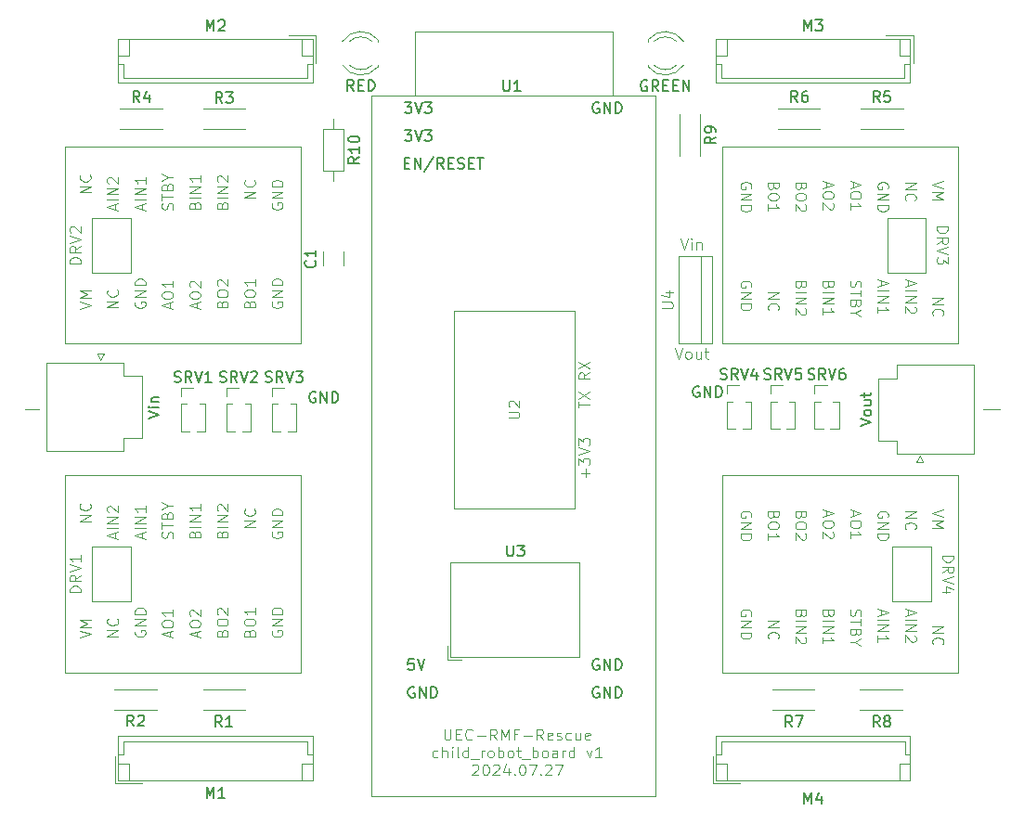
<source format=gto>
%TF.GenerationSoftware,KiCad,Pcbnew,8.0.4-8.0.4-0~ubuntu22.04.1*%
%TF.CreationDate,2024-07-27T17:16:43+09:00*%
%TF.ProjectId,esp32s2s3dev_custom,65737033-3273-4327-9333-6465765f6375,rev?*%
%TF.SameCoordinates,Original*%
%TF.FileFunction,Legend,Top*%
%TF.FilePolarity,Positive*%
%FSLAX46Y46*%
G04 Gerber Fmt 4.6, Leading zero omitted, Abs format (unit mm)*
G04 Created by KiCad (PCBNEW 8.0.4-8.0.4-0~ubuntu22.04.1) date 2024-07-27 17:16:43*
%MOMM*%
%LPD*%
G01*
G04 APERTURE LIST*
%ADD10C,0.100000*%
%ADD11C,0.150000*%
%ADD12C,0.120000*%
G04 APERTURE END LIST*
D10*
X138630952Y-116652531D02*
X138630952Y-117462054D01*
X138630952Y-117462054D02*
X138678571Y-117557292D01*
X138678571Y-117557292D02*
X138726190Y-117604912D01*
X138726190Y-117604912D02*
X138821428Y-117652531D01*
X138821428Y-117652531D02*
X139011904Y-117652531D01*
X139011904Y-117652531D02*
X139107142Y-117604912D01*
X139107142Y-117604912D02*
X139154761Y-117557292D01*
X139154761Y-117557292D02*
X139202380Y-117462054D01*
X139202380Y-117462054D02*
X139202380Y-116652531D01*
X139678571Y-117128721D02*
X140011904Y-117128721D01*
X140154761Y-117652531D02*
X139678571Y-117652531D01*
X139678571Y-117652531D02*
X139678571Y-116652531D01*
X139678571Y-116652531D02*
X140154761Y-116652531D01*
X141154761Y-117557292D02*
X141107142Y-117604912D01*
X141107142Y-117604912D02*
X140964285Y-117652531D01*
X140964285Y-117652531D02*
X140869047Y-117652531D01*
X140869047Y-117652531D02*
X140726190Y-117604912D01*
X140726190Y-117604912D02*
X140630952Y-117509673D01*
X140630952Y-117509673D02*
X140583333Y-117414435D01*
X140583333Y-117414435D02*
X140535714Y-117223959D01*
X140535714Y-117223959D02*
X140535714Y-117081102D01*
X140535714Y-117081102D02*
X140583333Y-116890626D01*
X140583333Y-116890626D02*
X140630952Y-116795388D01*
X140630952Y-116795388D02*
X140726190Y-116700150D01*
X140726190Y-116700150D02*
X140869047Y-116652531D01*
X140869047Y-116652531D02*
X140964285Y-116652531D01*
X140964285Y-116652531D02*
X141107142Y-116700150D01*
X141107142Y-116700150D02*
X141154761Y-116747769D01*
X141583333Y-117271578D02*
X142345238Y-117271578D01*
X143392856Y-117652531D02*
X143059523Y-117176340D01*
X142821428Y-117652531D02*
X142821428Y-116652531D01*
X142821428Y-116652531D02*
X143202380Y-116652531D01*
X143202380Y-116652531D02*
X143297618Y-116700150D01*
X143297618Y-116700150D02*
X143345237Y-116747769D01*
X143345237Y-116747769D02*
X143392856Y-116843007D01*
X143392856Y-116843007D02*
X143392856Y-116985864D01*
X143392856Y-116985864D02*
X143345237Y-117081102D01*
X143345237Y-117081102D02*
X143297618Y-117128721D01*
X143297618Y-117128721D02*
X143202380Y-117176340D01*
X143202380Y-117176340D02*
X142821428Y-117176340D01*
X143821428Y-117652531D02*
X143821428Y-116652531D01*
X143821428Y-116652531D02*
X144154761Y-117366816D01*
X144154761Y-117366816D02*
X144488094Y-116652531D01*
X144488094Y-116652531D02*
X144488094Y-117652531D01*
X145297618Y-117128721D02*
X144964285Y-117128721D01*
X144964285Y-117652531D02*
X144964285Y-116652531D01*
X144964285Y-116652531D02*
X145440475Y-116652531D01*
X145821428Y-117271578D02*
X146583333Y-117271578D01*
X147630951Y-117652531D02*
X147297618Y-117176340D01*
X147059523Y-117652531D02*
X147059523Y-116652531D01*
X147059523Y-116652531D02*
X147440475Y-116652531D01*
X147440475Y-116652531D02*
X147535713Y-116700150D01*
X147535713Y-116700150D02*
X147583332Y-116747769D01*
X147583332Y-116747769D02*
X147630951Y-116843007D01*
X147630951Y-116843007D02*
X147630951Y-116985864D01*
X147630951Y-116985864D02*
X147583332Y-117081102D01*
X147583332Y-117081102D02*
X147535713Y-117128721D01*
X147535713Y-117128721D02*
X147440475Y-117176340D01*
X147440475Y-117176340D02*
X147059523Y-117176340D01*
X148440475Y-117604912D02*
X148345237Y-117652531D01*
X148345237Y-117652531D02*
X148154761Y-117652531D01*
X148154761Y-117652531D02*
X148059523Y-117604912D01*
X148059523Y-117604912D02*
X148011904Y-117509673D01*
X148011904Y-117509673D02*
X148011904Y-117128721D01*
X148011904Y-117128721D02*
X148059523Y-117033483D01*
X148059523Y-117033483D02*
X148154761Y-116985864D01*
X148154761Y-116985864D02*
X148345237Y-116985864D01*
X148345237Y-116985864D02*
X148440475Y-117033483D01*
X148440475Y-117033483D02*
X148488094Y-117128721D01*
X148488094Y-117128721D02*
X148488094Y-117223959D01*
X148488094Y-117223959D02*
X148011904Y-117319197D01*
X148869047Y-117604912D02*
X148964285Y-117652531D01*
X148964285Y-117652531D02*
X149154761Y-117652531D01*
X149154761Y-117652531D02*
X149249999Y-117604912D01*
X149249999Y-117604912D02*
X149297618Y-117509673D01*
X149297618Y-117509673D02*
X149297618Y-117462054D01*
X149297618Y-117462054D02*
X149249999Y-117366816D01*
X149249999Y-117366816D02*
X149154761Y-117319197D01*
X149154761Y-117319197D02*
X149011904Y-117319197D01*
X149011904Y-117319197D02*
X148916666Y-117271578D01*
X148916666Y-117271578D02*
X148869047Y-117176340D01*
X148869047Y-117176340D02*
X148869047Y-117128721D01*
X148869047Y-117128721D02*
X148916666Y-117033483D01*
X148916666Y-117033483D02*
X149011904Y-116985864D01*
X149011904Y-116985864D02*
X149154761Y-116985864D01*
X149154761Y-116985864D02*
X149249999Y-117033483D01*
X150154761Y-117604912D02*
X150059523Y-117652531D01*
X150059523Y-117652531D02*
X149869047Y-117652531D01*
X149869047Y-117652531D02*
X149773809Y-117604912D01*
X149773809Y-117604912D02*
X149726190Y-117557292D01*
X149726190Y-117557292D02*
X149678571Y-117462054D01*
X149678571Y-117462054D02*
X149678571Y-117176340D01*
X149678571Y-117176340D02*
X149726190Y-117081102D01*
X149726190Y-117081102D02*
X149773809Y-117033483D01*
X149773809Y-117033483D02*
X149869047Y-116985864D01*
X149869047Y-116985864D02*
X150059523Y-116985864D01*
X150059523Y-116985864D02*
X150154761Y-117033483D01*
X151011904Y-116985864D02*
X151011904Y-117652531D01*
X150583333Y-116985864D02*
X150583333Y-117509673D01*
X150583333Y-117509673D02*
X150630952Y-117604912D01*
X150630952Y-117604912D02*
X150726190Y-117652531D01*
X150726190Y-117652531D02*
X150869047Y-117652531D01*
X150869047Y-117652531D02*
X150964285Y-117604912D01*
X150964285Y-117604912D02*
X151011904Y-117557292D01*
X151869047Y-117604912D02*
X151773809Y-117652531D01*
X151773809Y-117652531D02*
X151583333Y-117652531D01*
X151583333Y-117652531D02*
X151488095Y-117604912D01*
X151488095Y-117604912D02*
X151440476Y-117509673D01*
X151440476Y-117509673D02*
X151440476Y-117128721D01*
X151440476Y-117128721D02*
X151488095Y-117033483D01*
X151488095Y-117033483D02*
X151583333Y-116985864D01*
X151583333Y-116985864D02*
X151773809Y-116985864D01*
X151773809Y-116985864D02*
X151869047Y-117033483D01*
X151869047Y-117033483D02*
X151916666Y-117128721D01*
X151916666Y-117128721D02*
X151916666Y-117223959D01*
X151916666Y-117223959D02*
X151440476Y-117319197D01*
X138011903Y-119214856D02*
X137916665Y-119262475D01*
X137916665Y-119262475D02*
X137726189Y-119262475D01*
X137726189Y-119262475D02*
X137630951Y-119214856D01*
X137630951Y-119214856D02*
X137583332Y-119167236D01*
X137583332Y-119167236D02*
X137535713Y-119071998D01*
X137535713Y-119071998D02*
X137535713Y-118786284D01*
X137535713Y-118786284D02*
X137583332Y-118691046D01*
X137583332Y-118691046D02*
X137630951Y-118643427D01*
X137630951Y-118643427D02*
X137726189Y-118595808D01*
X137726189Y-118595808D02*
X137916665Y-118595808D01*
X137916665Y-118595808D02*
X138011903Y-118643427D01*
X138440475Y-119262475D02*
X138440475Y-118262475D01*
X138869046Y-119262475D02*
X138869046Y-118738665D01*
X138869046Y-118738665D02*
X138821427Y-118643427D01*
X138821427Y-118643427D02*
X138726189Y-118595808D01*
X138726189Y-118595808D02*
X138583332Y-118595808D01*
X138583332Y-118595808D02*
X138488094Y-118643427D01*
X138488094Y-118643427D02*
X138440475Y-118691046D01*
X139345237Y-119262475D02*
X139345237Y-118595808D01*
X139345237Y-118262475D02*
X139297618Y-118310094D01*
X139297618Y-118310094D02*
X139345237Y-118357713D01*
X139345237Y-118357713D02*
X139392856Y-118310094D01*
X139392856Y-118310094D02*
X139345237Y-118262475D01*
X139345237Y-118262475D02*
X139345237Y-118357713D01*
X139964284Y-119262475D02*
X139869046Y-119214856D01*
X139869046Y-119214856D02*
X139821427Y-119119617D01*
X139821427Y-119119617D02*
X139821427Y-118262475D01*
X140773808Y-119262475D02*
X140773808Y-118262475D01*
X140773808Y-119214856D02*
X140678570Y-119262475D01*
X140678570Y-119262475D02*
X140488094Y-119262475D01*
X140488094Y-119262475D02*
X140392856Y-119214856D01*
X140392856Y-119214856D02*
X140345237Y-119167236D01*
X140345237Y-119167236D02*
X140297618Y-119071998D01*
X140297618Y-119071998D02*
X140297618Y-118786284D01*
X140297618Y-118786284D02*
X140345237Y-118691046D01*
X140345237Y-118691046D02*
X140392856Y-118643427D01*
X140392856Y-118643427D02*
X140488094Y-118595808D01*
X140488094Y-118595808D02*
X140678570Y-118595808D01*
X140678570Y-118595808D02*
X140773808Y-118643427D01*
X141011904Y-119357713D02*
X141773808Y-119357713D01*
X142011904Y-119262475D02*
X142011904Y-118595808D01*
X142011904Y-118786284D02*
X142059523Y-118691046D01*
X142059523Y-118691046D02*
X142107142Y-118643427D01*
X142107142Y-118643427D02*
X142202380Y-118595808D01*
X142202380Y-118595808D02*
X142297618Y-118595808D01*
X142773809Y-119262475D02*
X142678571Y-119214856D01*
X142678571Y-119214856D02*
X142630952Y-119167236D01*
X142630952Y-119167236D02*
X142583333Y-119071998D01*
X142583333Y-119071998D02*
X142583333Y-118786284D01*
X142583333Y-118786284D02*
X142630952Y-118691046D01*
X142630952Y-118691046D02*
X142678571Y-118643427D01*
X142678571Y-118643427D02*
X142773809Y-118595808D01*
X142773809Y-118595808D02*
X142916666Y-118595808D01*
X142916666Y-118595808D02*
X143011904Y-118643427D01*
X143011904Y-118643427D02*
X143059523Y-118691046D01*
X143059523Y-118691046D02*
X143107142Y-118786284D01*
X143107142Y-118786284D02*
X143107142Y-119071998D01*
X143107142Y-119071998D02*
X143059523Y-119167236D01*
X143059523Y-119167236D02*
X143011904Y-119214856D01*
X143011904Y-119214856D02*
X142916666Y-119262475D01*
X142916666Y-119262475D02*
X142773809Y-119262475D01*
X143535714Y-119262475D02*
X143535714Y-118262475D01*
X143535714Y-118643427D02*
X143630952Y-118595808D01*
X143630952Y-118595808D02*
X143821428Y-118595808D01*
X143821428Y-118595808D02*
X143916666Y-118643427D01*
X143916666Y-118643427D02*
X143964285Y-118691046D01*
X143964285Y-118691046D02*
X144011904Y-118786284D01*
X144011904Y-118786284D02*
X144011904Y-119071998D01*
X144011904Y-119071998D02*
X143964285Y-119167236D01*
X143964285Y-119167236D02*
X143916666Y-119214856D01*
X143916666Y-119214856D02*
X143821428Y-119262475D01*
X143821428Y-119262475D02*
X143630952Y-119262475D01*
X143630952Y-119262475D02*
X143535714Y-119214856D01*
X144583333Y-119262475D02*
X144488095Y-119214856D01*
X144488095Y-119214856D02*
X144440476Y-119167236D01*
X144440476Y-119167236D02*
X144392857Y-119071998D01*
X144392857Y-119071998D02*
X144392857Y-118786284D01*
X144392857Y-118786284D02*
X144440476Y-118691046D01*
X144440476Y-118691046D02*
X144488095Y-118643427D01*
X144488095Y-118643427D02*
X144583333Y-118595808D01*
X144583333Y-118595808D02*
X144726190Y-118595808D01*
X144726190Y-118595808D02*
X144821428Y-118643427D01*
X144821428Y-118643427D02*
X144869047Y-118691046D01*
X144869047Y-118691046D02*
X144916666Y-118786284D01*
X144916666Y-118786284D02*
X144916666Y-119071998D01*
X144916666Y-119071998D02*
X144869047Y-119167236D01*
X144869047Y-119167236D02*
X144821428Y-119214856D01*
X144821428Y-119214856D02*
X144726190Y-119262475D01*
X144726190Y-119262475D02*
X144583333Y-119262475D01*
X145202381Y-118595808D02*
X145583333Y-118595808D01*
X145345238Y-118262475D02*
X145345238Y-119119617D01*
X145345238Y-119119617D02*
X145392857Y-119214856D01*
X145392857Y-119214856D02*
X145488095Y-119262475D01*
X145488095Y-119262475D02*
X145583333Y-119262475D01*
X145678572Y-119357713D02*
X146440476Y-119357713D01*
X146678572Y-119262475D02*
X146678572Y-118262475D01*
X146678572Y-118643427D02*
X146773810Y-118595808D01*
X146773810Y-118595808D02*
X146964286Y-118595808D01*
X146964286Y-118595808D02*
X147059524Y-118643427D01*
X147059524Y-118643427D02*
X147107143Y-118691046D01*
X147107143Y-118691046D02*
X147154762Y-118786284D01*
X147154762Y-118786284D02*
X147154762Y-119071998D01*
X147154762Y-119071998D02*
X147107143Y-119167236D01*
X147107143Y-119167236D02*
X147059524Y-119214856D01*
X147059524Y-119214856D02*
X146964286Y-119262475D01*
X146964286Y-119262475D02*
X146773810Y-119262475D01*
X146773810Y-119262475D02*
X146678572Y-119214856D01*
X147726191Y-119262475D02*
X147630953Y-119214856D01*
X147630953Y-119214856D02*
X147583334Y-119167236D01*
X147583334Y-119167236D02*
X147535715Y-119071998D01*
X147535715Y-119071998D02*
X147535715Y-118786284D01*
X147535715Y-118786284D02*
X147583334Y-118691046D01*
X147583334Y-118691046D02*
X147630953Y-118643427D01*
X147630953Y-118643427D02*
X147726191Y-118595808D01*
X147726191Y-118595808D02*
X147869048Y-118595808D01*
X147869048Y-118595808D02*
X147964286Y-118643427D01*
X147964286Y-118643427D02*
X148011905Y-118691046D01*
X148011905Y-118691046D02*
X148059524Y-118786284D01*
X148059524Y-118786284D02*
X148059524Y-119071998D01*
X148059524Y-119071998D02*
X148011905Y-119167236D01*
X148011905Y-119167236D02*
X147964286Y-119214856D01*
X147964286Y-119214856D02*
X147869048Y-119262475D01*
X147869048Y-119262475D02*
X147726191Y-119262475D01*
X148916667Y-119262475D02*
X148916667Y-118738665D01*
X148916667Y-118738665D02*
X148869048Y-118643427D01*
X148869048Y-118643427D02*
X148773810Y-118595808D01*
X148773810Y-118595808D02*
X148583334Y-118595808D01*
X148583334Y-118595808D02*
X148488096Y-118643427D01*
X148916667Y-119214856D02*
X148821429Y-119262475D01*
X148821429Y-119262475D02*
X148583334Y-119262475D01*
X148583334Y-119262475D02*
X148488096Y-119214856D01*
X148488096Y-119214856D02*
X148440477Y-119119617D01*
X148440477Y-119119617D02*
X148440477Y-119024379D01*
X148440477Y-119024379D02*
X148488096Y-118929141D01*
X148488096Y-118929141D02*
X148583334Y-118881522D01*
X148583334Y-118881522D02*
X148821429Y-118881522D01*
X148821429Y-118881522D02*
X148916667Y-118833903D01*
X149392858Y-119262475D02*
X149392858Y-118595808D01*
X149392858Y-118786284D02*
X149440477Y-118691046D01*
X149440477Y-118691046D02*
X149488096Y-118643427D01*
X149488096Y-118643427D02*
X149583334Y-118595808D01*
X149583334Y-118595808D02*
X149678572Y-118595808D01*
X150440477Y-119262475D02*
X150440477Y-118262475D01*
X150440477Y-119214856D02*
X150345239Y-119262475D01*
X150345239Y-119262475D02*
X150154763Y-119262475D01*
X150154763Y-119262475D02*
X150059525Y-119214856D01*
X150059525Y-119214856D02*
X150011906Y-119167236D01*
X150011906Y-119167236D02*
X149964287Y-119071998D01*
X149964287Y-119071998D02*
X149964287Y-118786284D01*
X149964287Y-118786284D02*
X150011906Y-118691046D01*
X150011906Y-118691046D02*
X150059525Y-118643427D01*
X150059525Y-118643427D02*
X150154763Y-118595808D01*
X150154763Y-118595808D02*
X150345239Y-118595808D01*
X150345239Y-118595808D02*
X150440477Y-118643427D01*
X151583335Y-118595808D02*
X151821430Y-119262475D01*
X151821430Y-119262475D02*
X152059525Y-118595808D01*
X152964287Y-119262475D02*
X152392859Y-119262475D01*
X152678573Y-119262475D02*
X152678573Y-118262475D01*
X152678573Y-118262475D02*
X152583335Y-118405332D01*
X152583335Y-118405332D02*
X152488097Y-118500570D01*
X152488097Y-118500570D02*
X152392859Y-118548189D01*
X141154762Y-119967657D02*
X141202381Y-119920038D01*
X141202381Y-119920038D02*
X141297619Y-119872419D01*
X141297619Y-119872419D02*
X141535714Y-119872419D01*
X141535714Y-119872419D02*
X141630952Y-119920038D01*
X141630952Y-119920038D02*
X141678571Y-119967657D01*
X141678571Y-119967657D02*
X141726190Y-120062895D01*
X141726190Y-120062895D02*
X141726190Y-120158133D01*
X141726190Y-120158133D02*
X141678571Y-120300990D01*
X141678571Y-120300990D02*
X141107143Y-120872419D01*
X141107143Y-120872419D02*
X141726190Y-120872419D01*
X142345238Y-119872419D02*
X142440476Y-119872419D01*
X142440476Y-119872419D02*
X142535714Y-119920038D01*
X142535714Y-119920038D02*
X142583333Y-119967657D01*
X142583333Y-119967657D02*
X142630952Y-120062895D01*
X142630952Y-120062895D02*
X142678571Y-120253371D01*
X142678571Y-120253371D02*
X142678571Y-120491466D01*
X142678571Y-120491466D02*
X142630952Y-120681942D01*
X142630952Y-120681942D02*
X142583333Y-120777180D01*
X142583333Y-120777180D02*
X142535714Y-120824800D01*
X142535714Y-120824800D02*
X142440476Y-120872419D01*
X142440476Y-120872419D02*
X142345238Y-120872419D01*
X142345238Y-120872419D02*
X142250000Y-120824800D01*
X142250000Y-120824800D02*
X142202381Y-120777180D01*
X142202381Y-120777180D02*
X142154762Y-120681942D01*
X142154762Y-120681942D02*
X142107143Y-120491466D01*
X142107143Y-120491466D02*
X142107143Y-120253371D01*
X142107143Y-120253371D02*
X142154762Y-120062895D01*
X142154762Y-120062895D02*
X142202381Y-119967657D01*
X142202381Y-119967657D02*
X142250000Y-119920038D01*
X142250000Y-119920038D02*
X142345238Y-119872419D01*
X143059524Y-119967657D02*
X143107143Y-119920038D01*
X143107143Y-119920038D02*
X143202381Y-119872419D01*
X143202381Y-119872419D02*
X143440476Y-119872419D01*
X143440476Y-119872419D02*
X143535714Y-119920038D01*
X143535714Y-119920038D02*
X143583333Y-119967657D01*
X143583333Y-119967657D02*
X143630952Y-120062895D01*
X143630952Y-120062895D02*
X143630952Y-120158133D01*
X143630952Y-120158133D02*
X143583333Y-120300990D01*
X143583333Y-120300990D02*
X143011905Y-120872419D01*
X143011905Y-120872419D02*
X143630952Y-120872419D01*
X144488095Y-120205752D02*
X144488095Y-120872419D01*
X144250000Y-119824800D02*
X144011905Y-120539085D01*
X144011905Y-120539085D02*
X144630952Y-120539085D01*
X145011905Y-120777180D02*
X145059524Y-120824800D01*
X145059524Y-120824800D02*
X145011905Y-120872419D01*
X145011905Y-120872419D02*
X144964286Y-120824800D01*
X144964286Y-120824800D02*
X145011905Y-120777180D01*
X145011905Y-120777180D02*
X145011905Y-120872419D01*
X145678571Y-119872419D02*
X145773809Y-119872419D01*
X145773809Y-119872419D02*
X145869047Y-119920038D01*
X145869047Y-119920038D02*
X145916666Y-119967657D01*
X145916666Y-119967657D02*
X145964285Y-120062895D01*
X145964285Y-120062895D02*
X146011904Y-120253371D01*
X146011904Y-120253371D02*
X146011904Y-120491466D01*
X146011904Y-120491466D02*
X145964285Y-120681942D01*
X145964285Y-120681942D02*
X145916666Y-120777180D01*
X145916666Y-120777180D02*
X145869047Y-120824800D01*
X145869047Y-120824800D02*
X145773809Y-120872419D01*
X145773809Y-120872419D02*
X145678571Y-120872419D01*
X145678571Y-120872419D02*
X145583333Y-120824800D01*
X145583333Y-120824800D02*
X145535714Y-120777180D01*
X145535714Y-120777180D02*
X145488095Y-120681942D01*
X145488095Y-120681942D02*
X145440476Y-120491466D01*
X145440476Y-120491466D02*
X145440476Y-120253371D01*
X145440476Y-120253371D02*
X145488095Y-120062895D01*
X145488095Y-120062895D02*
X145535714Y-119967657D01*
X145535714Y-119967657D02*
X145583333Y-119920038D01*
X145583333Y-119920038D02*
X145678571Y-119872419D01*
X146345238Y-119872419D02*
X147011904Y-119872419D01*
X147011904Y-119872419D02*
X146583333Y-120872419D01*
X147392857Y-120777180D02*
X147440476Y-120824800D01*
X147440476Y-120824800D02*
X147392857Y-120872419D01*
X147392857Y-120872419D02*
X147345238Y-120824800D01*
X147345238Y-120824800D02*
X147392857Y-120777180D01*
X147392857Y-120777180D02*
X147392857Y-120872419D01*
X147821428Y-119967657D02*
X147869047Y-119920038D01*
X147869047Y-119920038D02*
X147964285Y-119872419D01*
X147964285Y-119872419D02*
X148202380Y-119872419D01*
X148202380Y-119872419D02*
X148297618Y-119920038D01*
X148297618Y-119920038D02*
X148345237Y-119967657D01*
X148345237Y-119967657D02*
X148392856Y-120062895D01*
X148392856Y-120062895D02*
X148392856Y-120158133D01*
X148392856Y-120158133D02*
X148345237Y-120300990D01*
X148345237Y-120300990D02*
X147773809Y-120872419D01*
X147773809Y-120872419D02*
X148392856Y-120872419D01*
X148726190Y-119872419D02*
X149392856Y-119872419D01*
X149392856Y-119872419D02*
X148964285Y-120872419D01*
X108500000Y-75000000D02*
X110000000Y-75000000D01*
X106500000Y-70000000D02*
X106500000Y-75000000D01*
X110000000Y-70000000D02*
X106500000Y-70000000D01*
X106500000Y-75000000D02*
X108500000Y-75000000D01*
X110000000Y-75000000D02*
X110000000Y-70000000D01*
X108500000Y-105000000D02*
X110000000Y-105000000D01*
X106500000Y-100000000D02*
X106500000Y-105000000D01*
X110000000Y-100000000D02*
X106500000Y-100000000D01*
X106500000Y-105000000D02*
X108500000Y-105000000D01*
X110000000Y-105000000D02*
X110000000Y-100000000D01*
X181500000Y-105000000D02*
X183000000Y-105000000D01*
X179500000Y-100000000D02*
X179500000Y-105000000D01*
X183000000Y-100000000D02*
X179500000Y-100000000D01*
X179500000Y-105000000D02*
X181500000Y-105000000D01*
X183000000Y-105000000D02*
X183000000Y-100000000D01*
X182500000Y-70000000D02*
X179000000Y-70000000D01*
X182500000Y-75000000D02*
X182500000Y-70000000D01*
X181000000Y-75000000D02*
X182500000Y-75000000D01*
X179000000Y-75000000D02*
X181000000Y-75000000D01*
X179000000Y-70000000D02*
X179000000Y-75000000D01*
D11*
X161860588Y-85417438D02*
X161765350Y-85369819D01*
X161765350Y-85369819D02*
X161622493Y-85369819D01*
X161622493Y-85369819D02*
X161479636Y-85417438D01*
X161479636Y-85417438D02*
X161384398Y-85512676D01*
X161384398Y-85512676D02*
X161336779Y-85607914D01*
X161336779Y-85607914D02*
X161289160Y-85798390D01*
X161289160Y-85798390D02*
X161289160Y-85941247D01*
X161289160Y-85941247D02*
X161336779Y-86131723D01*
X161336779Y-86131723D02*
X161384398Y-86226961D01*
X161384398Y-86226961D02*
X161479636Y-86322200D01*
X161479636Y-86322200D02*
X161622493Y-86369819D01*
X161622493Y-86369819D02*
X161717731Y-86369819D01*
X161717731Y-86369819D02*
X161860588Y-86322200D01*
X161860588Y-86322200D02*
X161908207Y-86274580D01*
X161908207Y-86274580D02*
X161908207Y-85941247D01*
X161908207Y-85941247D02*
X161717731Y-85941247D01*
X162336779Y-86369819D02*
X162336779Y-85369819D01*
X162336779Y-85369819D02*
X162908207Y-86369819D01*
X162908207Y-86369819D02*
X162908207Y-85369819D01*
X163384398Y-86369819D02*
X163384398Y-85369819D01*
X163384398Y-85369819D02*
X163622493Y-85369819D01*
X163622493Y-85369819D02*
X163765350Y-85417438D01*
X163765350Y-85417438D02*
X163860588Y-85512676D01*
X163860588Y-85512676D02*
X163908207Y-85607914D01*
X163908207Y-85607914D02*
X163955826Y-85798390D01*
X163955826Y-85798390D02*
X163955826Y-85941247D01*
X163955826Y-85941247D02*
X163908207Y-86131723D01*
X163908207Y-86131723D02*
X163860588Y-86226961D01*
X163860588Y-86226961D02*
X163765350Y-86322200D01*
X163765350Y-86322200D02*
X163622493Y-86369819D01*
X163622493Y-86369819D02*
X163384398Y-86369819D01*
X126860588Y-85917438D02*
X126765350Y-85869819D01*
X126765350Y-85869819D02*
X126622493Y-85869819D01*
X126622493Y-85869819D02*
X126479636Y-85917438D01*
X126479636Y-85917438D02*
X126384398Y-86012676D01*
X126384398Y-86012676D02*
X126336779Y-86107914D01*
X126336779Y-86107914D02*
X126289160Y-86298390D01*
X126289160Y-86298390D02*
X126289160Y-86441247D01*
X126289160Y-86441247D02*
X126336779Y-86631723D01*
X126336779Y-86631723D02*
X126384398Y-86726961D01*
X126384398Y-86726961D02*
X126479636Y-86822200D01*
X126479636Y-86822200D02*
X126622493Y-86869819D01*
X126622493Y-86869819D02*
X126717731Y-86869819D01*
X126717731Y-86869819D02*
X126860588Y-86822200D01*
X126860588Y-86822200D02*
X126908207Y-86774580D01*
X126908207Y-86774580D02*
X126908207Y-86441247D01*
X126908207Y-86441247D02*
X126717731Y-86441247D01*
X127336779Y-86869819D02*
X127336779Y-85869819D01*
X127336779Y-85869819D02*
X127908207Y-86869819D01*
X127908207Y-86869819D02*
X127908207Y-85869819D01*
X128384398Y-86869819D02*
X128384398Y-85869819D01*
X128384398Y-85869819D02*
X128622493Y-85869819D01*
X128622493Y-85869819D02*
X128765350Y-85917438D01*
X128765350Y-85917438D02*
X128860588Y-86012676D01*
X128860588Y-86012676D02*
X128908207Y-86107914D01*
X128908207Y-86107914D02*
X128955826Y-86298390D01*
X128955826Y-86298390D02*
X128955826Y-86441247D01*
X128955826Y-86441247D02*
X128908207Y-86631723D01*
X128908207Y-86631723D02*
X128860588Y-86726961D01*
X128860588Y-86726961D02*
X128765350Y-86822200D01*
X128765350Y-86822200D02*
X128622493Y-86869819D01*
X128622493Y-86869819D02*
X128384398Y-86869819D01*
D10*
X100375000Y-87500000D02*
X101625000Y-87500000D01*
X189250000Y-87500000D02*
X187750000Y-87500000D01*
D11*
X171440476Y-123454819D02*
X171440476Y-122454819D01*
X171440476Y-122454819D02*
X171773809Y-123169104D01*
X171773809Y-123169104D02*
X172107142Y-122454819D01*
X172107142Y-122454819D02*
X172107142Y-123454819D01*
X173011904Y-122788152D02*
X173011904Y-123454819D01*
X172773809Y-122407200D02*
X172535714Y-123121485D01*
X172535714Y-123121485D02*
X173154761Y-123121485D01*
X171430426Y-52954819D02*
X171430426Y-51954819D01*
X171430426Y-51954819D02*
X171763759Y-52669104D01*
X171763759Y-52669104D02*
X172097092Y-51954819D01*
X172097092Y-51954819D02*
X172097092Y-52954819D01*
X172478045Y-51954819D02*
X173097092Y-51954819D01*
X173097092Y-51954819D02*
X172763759Y-52335771D01*
X172763759Y-52335771D02*
X172906616Y-52335771D01*
X172906616Y-52335771D02*
X173001854Y-52383390D01*
X173001854Y-52383390D02*
X173049473Y-52431009D01*
X173049473Y-52431009D02*
X173097092Y-52526247D01*
X173097092Y-52526247D02*
X173097092Y-52764342D01*
X173097092Y-52764342D02*
X173049473Y-52859580D01*
X173049473Y-52859580D02*
X173001854Y-52907200D01*
X173001854Y-52907200D02*
X172906616Y-52954819D01*
X172906616Y-52954819D02*
X172620902Y-52954819D01*
X172620902Y-52954819D02*
X172525664Y-52907200D01*
X172525664Y-52907200D02*
X172478045Y-52859580D01*
X116940476Y-52954819D02*
X116940476Y-51954819D01*
X116940476Y-51954819D02*
X117273809Y-52669104D01*
X117273809Y-52669104D02*
X117607142Y-51954819D01*
X117607142Y-51954819D02*
X117607142Y-52954819D01*
X118035714Y-52050057D02*
X118083333Y-52002438D01*
X118083333Y-52002438D02*
X118178571Y-51954819D01*
X118178571Y-51954819D02*
X118416666Y-51954819D01*
X118416666Y-51954819D02*
X118511904Y-52002438D01*
X118511904Y-52002438D02*
X118559523Y-52050057D01*
X118559523Y-52050057D02*
X118607142Y-52145295D01*
X118607142Y-52145295D02*
X118607142Y-52240533D01*
X118607142Y-52240533D02*
X118559523Y-52383390D01*
X118559523Y-52383390D02*
X117988095Y-52954819D01*
X117988095Y-52954819D02*
X118607142Y-52954819D01*
X116940476Y-122954819D02*
X116940476Y-121954819D01*
X116940476Y-121954819D02*
X117273809Y-122669104D01*
X117273809Y-122669104D02*
X117607142Y-121954819D01*
X117607142Y-121954819D02*
X117607142Y-122954819D01*
X118607142Y-122954819D02*
X118035714Y-122954819D01*
X118321428Y-122954819D02*
X118321428Y-121954819D01*
X118321428Y-121954819D02*
X118226190Y-122097676D01*
X118226190Y-122097676D02*
X118130952Y-122192914D01*
X118130952Y-122192914D02*
X118035714Y-122240533D01*
D10*
X158457419Y-78261904D02*
X159266942Y-78261904D01*
X159266942Y-78261904D02*
X159362180Y-78214285D01*
X159362180Y-78214285D02*
X159409800Y-78166666D01*
X159409800Y-78166666D02*
X159457419Y-78071428D01*
X159457419Y-78071428D02*
X159457419Y-77880952D01*
X159457419Y-77880952D02*
X159409800Y-77785714D01*
X159409800Y-77785714D02*
X159362180Y-77738095D01*
X159362180Y-77738095D02*
X159266942Y-77690476D01*
X159266942Y-77690476D02*
X158457419Y-77690476D01*
X158790752Y-76785714D02*
X159457419Y-76785714D01*
X158409800Y-77023809D02*
X159124085Y-77261904D01*
X159124085Y-77261904D02*
X159124085Y-76642857D01*
X159661027Y-81872419D02*
X159994360Y-82872419D01*
X159994360Y-82872419D02*
X160327693Y-81872419D01*
X160803884Y-82872419D02*
X160708646Y-82824800D01*
X160708646Y-82824800D02*
X160661027Y-82777180D01*
X160661027Y-82777180D02*
X160613408Y-82681942D01*
X160613408Y-82681942D02*
X160613408Y-82396228D01*
X160613408Y-82396228D02*
X160661027Y-82300990D01*
X160661027Y-82300990D02*
X160708646Y-82253371D01*
X160708646Y-82253371D02*
X160803884Y-82205752D01*
X160803884Y-82205752D02*
X160946741Y-82205752D01*
X160946741Y-82205752D02*
X161041979Y-82253371D01*
X161041979Y-82253371D02*
X161089598Y-82300990D01*
X161089598Y-82300990D02*
X161137217Y-82396228D01*
X161137217Y-82396228D02*
X161137217Y-82681942D01*
X161137217Y-82681942D02*
X161089598Y-82777180D01*
X161089598Y-82777180D02*
X161041979Y-82824800D01*
X161041979Y-82824800D02*
X160946741Y-82872419D01*
X160946741Y-82872419D02*
X160803884Y-82872419D01*
X161994360Y-82205752D02*
X161994360Y-82872419D01*
X161565789Y-82205752D02*
X161565789Y-82729561D01*
X161565789Y-82729561D02*
X161613408Y-82824800D01*
X161613408Y-82824800D02*
X161708646Y-82872419D01*
X161708646Y-82872419D02*
X161851503Y-82872419D01*
X161851503Y-82872419D02*
X161946741Y-82824800D01*
X161946741Y-82824800D02*
X161994360Y-82777180D01*
X162327694Y-82205752D02*
X162708646Y-82205752D01*
X162470551Y-81872419D02*
X162470551Y-82729561D01*
X162470551Y-82729561D02*
X162518170Y-82824800D01*
X162518170Y-82824800D02*
X162613408Y-82872419D01*
X162613408Y-82872419D02*
X162708646Y-82872419D01*
X160161027Y-71872419D02*
X160494360Y-72872419D01*
X160494360Y-72872419D02*
X160827693Y-71872419D01*
X161161027Y-72872419D02*
X161161027Y-72205752D01*
X161161027Y-71872419D02*
X161113408Y-71920038D01*
X161113408Y-71920038D02*
X161161027Y-71967657D01*
X161161027Y-71967657D02*
X161208646Y-71920038D01*
X161208646Y-71920038D02*
X161161027Y-71872419D01*
X161161027Y-71872419D02*
X161161027Y-71967657D01*
X161637217Y-72205752D02*
X161637217Y-72872419D01*
X161637217Y-72300990D02*
X161684836Y-72253371D01*
X161684836Y-72253371D02*
X161780074Y-72205752D01*
X161780074Y-72205752D02*
X161922931Y-72205752D01*
X161922931Y-72205752D02*
X162018169Y-72253371D01*
X162018169Y-72253371D02*
X162065788Y-72348609D01*
X162065788Y-72348609D02*
X162065788Y-72872419D01*
D11*
X144331095Y-99894819D02*
X144331095Y-100704342D01*
X144331095Y-100704342D02*
X144378714Y-100799580D01*
X144378714Y-100799580D02*
X144426333Y-100847200D01*
X144426333Y-100847200D02*
X144521571Y-100894819D01*
X144521571Y-100894819D02*
X144712047Y-100894819D01*
X144712047Y-100894819D02*
X144807285Y-100847200D01*
X144807285Y-100847200D02*
X144854904Y-100799580D01*
X144854904Y-100799580D02*
X144902523Y-100704342D01*
X144902523Y-100704342D02*
X144902523Y-99894819D01*
X145283476Y-99894819D02*
X145902523Y-99894819D01*
X145902523Y-99894819D02*
X145569190Y-100275771D01*
X145569190Y-100275771D02*
X145712047Y-100275771D01*
X145712047Y-100275771D02*
X145807285Y-100323390D01*
X145807285Y-100323390D02*
X145854904Y-100371009D01*
X145854904Y-100371009D02*
X145902523Y-100466247D01*
X145902523Y-100466247D02*
X145902523Y-100704342D01*
X145902523Y-100704342D02*
X145854904Y-100799580D01*
X145854904Y-100799580D02*
X145807285Y-100847200D01*
X145807285Y-100847200D02*
X145712047Y-100894819D01*
X145712047Y-100894819D02*
X145426333Y-100894819D01*
X145426333Y-100894819D02*
X145331095Y-100847200D01*
X145331095Y-100847200D02*
X145283476Y-100799580D01*
D10*
X144457419Y-88261904D02*
X145266942Y-88261904D01*
X145266942Y-88261904D02*
X145362180Y-88214285D01*
X145362180Y-88214285D02*
X145409800Y-88166666D01*
X145409800Y-88166666D02*
X145457419Y-88071428D01*
X145457419Y-88071428D02*
X145457419Y-87880952D01*
X145457419Y-87880952D02*
X145409800Y-87785714D01*
X145409800Y-87785714D02*
X145362180Y-87738095D01*
X145362180Y-87738095D02*
X145266942Y-87690476D01*
X145266942Y-87690476D02*
X144457419Y-87690476D01*
X144552657Y-87261904D02*
X144505038Y-87214285D01*
X144505038Y-87214285D02*
X144457419Y-87119047D01*
X144457419Y-87119047D02*
X144457419Y-86880952D01*
X144457419Y-86880952D02*
X144505038Y-86785714D01*
X144505038Y-86785714D02*
X144552657Y-86738095D01*
X144552657Y-86738095D02*
X144647895Y-86690476D01*
X144647895Y-86690476D02*
X144743133Y-86690476D01*
X144743133Y-86690476D02*
X144885990Y-86738095D01*
X144885990Y-86738095D02*
X145457419Y-87309523D01*
X145457419Y-87309523D02*
X145457419Y-86690476D01*
X151872419Y-84124687D02*
X151396228Y-84458020D01*
X151872419Y-84696115D02*
X150872419Y-84696115D01*
X150872419Y-84696115D02*
X150872419Y-84315163D01*
X150872419Y-84315163D02*
X150920038Y-84219925D01*
X150920038Y-84219925D02*
X150967657Y-84172306D01*
X150967657Y-84172306D02*
X151062895Y-84124687D01*
X151062895Y-84124687D02*
X151205752Y-84124687D01*
X151205752Y-84124687D02*
X151300990Y-84172306D01*
X151300990Y-84172306D02*
X151348609Y-84219925D01*
X151348609Y-84219925D02*
X151396228Y-84315163D01*
X151396228Y-84315163D02*
X151396228Y-84696115D01*
X150872419Y-83791353D02*
X151872419Y-83124687D01*
X150872419Y-83124687D02*
X151872419Y-83791353D01*
X151491466Y-93696115D02*
X151491466Y-92934211D01*
X151872419Y-93315163D02*
X151110514Y-93315163D01*
X150872419Y-92553258D02*
X150872419Y-91934211D01*
X150872419Y-91934211D02*
X151253371Y-92267544D01*
X151253371Y-92267544D02*
X151253371Y-92124687D01*
X151253371Y-92124687D02*
X151300990Y-92029449D01*
X151300990Y-92029449D02*
X151348609Y-91981830D01*
X151348609Y-91981830D02*
X151443847Y-91934211D01*
X151443847Y-91934211D02*
X151681942Y-91934211D01*
X151681942Y-91934211D02*
X151777180Y-91981830D01*
X151777180Y-91981830D02*
X151824800Y-92029449D01*
X151824800Y-92029449D02*
X151872419Y-92124687D01*
X151872419Y-92124687D02*
X151872419Y-92410401D01*
X151872419Y-92410401D02*
X151824800Y-92505639D01*
X151824800Y-92505639D02*
X151777180Y-92553258D01*
X150872419Y-91648496D02*
X151872419Y-91315163D01*
X151872419Y-91315163D02*
X150872419Y-90981830D01*
X150872419Y-90743734D02*
X150872419Y-90124687D01*
X150872419Y-90124687D02*
X151253371Y-90458020D01*
X151253371Y-90458020D02*
X151253371Y-90315163D01*
X151253371Y-90315163D02*
X151300990Y-90219925D01*
X151300990Y-90219925D02*
X151348609Y-90172306D01*
X151348609Y-90172306D02*
X151443847Y-90124687D01*
X151443847Y-90124687D02*
X151681942Y-90124687D01*
X151681942Y-90124687D02*
X151777180Y-90172306D01*
X151777180Y-90172306D02*
X151824800Y-90219925D01*
X151824800Y-90219925D02*
X151872419Y-90315163D01*
X151872419Y-90315163D02*
X151872419Y-90600877D01*
X151872419Y-90600877D02*
X151824800Y-90696115D01*
X151824800Y-90696115D02*
X151777180Y-90743734D01*
X150872419Y-87338972D02*
X150872419Y-86767544D01*
X151872419Y-87053258D02*
X150872419Y-87053258D01*
X150872419Y-86529448D02*
X151872419Y-85862782D01*
X150872419Y-85862782D02*
X151872419Y-86529448D01*
D11*
X171809524Y-84712200D02*
X171952381Y-84759819D01*
X171952381Y-84759819D02*
X172190476Y-84759819D01*
X172190476Y-84759819D02*
X172285714Y-84712200D01*
X172285714Y-84712200D02*
X172333333Y-84664580D01*
X172333333Y-84664580D02*
X172380952Y-84569342D01*
X172380952Y-84569342D02*
X172380952Y-84474104D01*
X172380952Y-84474104D02*
X172333333Y-84378866D01*
X172333333Y-84378866D02*
X172285714Y-84331247D01*
X172285714Y-84331247D02*
X172190476Y-84283628D01*
X172190476Y-84283628D02*
X172000000Y-84236009D01*
X172000000Y-84236009D02*
X171904762Y-84188390D01*
X171904762Y-84188390D02*
X171857143Y-84140771D01*
X171857143Y-84140771D02*
X171809524Y-84045533D01*
X171809524Y-84045533D02*
X171809524Y-83950295D01*
X171809524Y-83950295D02*
X171857143Y-83855057D01*
X171857143Y-83855057D02*
X171904762Y-83807438D01*
X171904762Y-83807438D02*
X172000000Y-83759819D01*
X172000000Y-83759819D02*
X172238095Y-83759819D01*
X172238095Y-83759819D02*
X172380952Y-83807438D01*
X173380952Y-84759819D02*
X173047619Y-84283628D01*
X172809524Y-84759819D02*
X172809524Y-83759819D01*
X172809524Y-83759819D02*
X173190476Y-83759819D01*
X173190476Y-83759819D02*
X173285714Y-83807438D01*
X173285714Y-83807438D02*
X173333333Y-83855057D01*
X173333333Y-83855057D02*
X173380952Y-83950295D01*
X173380952Y-83950295D02*
X173380952Y-84093152D01*
X173380952Y-84093152D02*
X173333333Y-84188390D01*
X173333333Y-84188390D02*
X173285714Y-84236009D01*
X173285714Y-84236009D02*
X173190476Y-84283628D01*
X173190476Y-84283628D02*
X172809524Y-84283628D01*
X173666667Y-83759819D02*
X174000000Y-84759819D01*
X174000000Y-84759819D02*
X174333333Y-83759819D01*
X175095238Y-83759819D02*
X174904762Y-83759819D01*
X174904762Y-83759819D02*
X174809524Y-83807438D01*
X174809524Y-83807438D02*
X174761905Y-83855057D01*
X174761905Y-83855057D02*
X174666667Y-83997914D01*
X174666667Y-83997914D02*
X174619048Y-84188390D01*
X174619048Y-84188390D02*
X174619048Y-84569342D01*
X174619048Y-84569342D02*
X174666667Y-84664580D01*
X174666667Y-84664580D02*
X174714286Y-84712200D01*
X174714286Y-84712200D02*
X174809524Y-84759819D01*
X174809524Y-84759819D02*
X175000000Y-84759819D01*
X175000000Y-84759819D02*
X175095238Y-84712200D01*
X175095238Y-84712200D02*
X175142857Y-84664580D01*
X175142857Y-84664580D02*
X175190476Y-84569342D01*
X175190476Y-84569342D02*
X175190476Y-84331247D01*
X175190476Y-84331247D02*
X175142857Y-84236009D01*
X175142857Y-84236009D02*
X175095238Y-84188390D01*
X175095238Y-84188390D02*
X175000000Y-84140771D01*
X175000000Y-84140771D02*
X174809524Y-84140771D01*
X174809524Y-84140771D02*
X174714286Y-84188390D01*
X174714286Y-84188390D02*
X174666667Y-84236009D01*
X174666667Y-84236009D02*
X174619048Y-84331247D01*
X167809524Y-84712200D02*
X167952381Y-84759819D01*
X167952381Y-84759819D02*
X168190476Y-84759819D01*
X168190476Y-84759819D02*
X168285714Y-84712200D01*
X168285714Y-84712200D02*
X168333333Y-84664580D01*
X168333333Y-84664580D02*
X168380952Y-84569342D01*
X168380952Y-84569342D02*
X168380952Y-84474104D01*
X168380952Y-84474104D02*
X168333333Y-84378866D01*
X168333333Y-84378866D02*
X168285714Y-84331247D01*
X168285714Y-84331247D02*
X168190476Y-84283628D01*
X168190476Y-84283628D02*
X168000000Y-84236009D01*
X168000000Y-84236009D02*
X167904762Y-84188390D01*
X167904762Y-84188390D02*
X167857143Y-84140771D01*
X167857143Y-84140771D02*
X167809524Y-84045533D01*
X167809524Y-84045533D02*
X167809524Y-83950295D01*
X167809524Y-83950295D02*
X167857143Y-83855057D01*
X167857143Y-83855057D02*
X167904762Y-83807438D01*
X167904762Y-83807438D02*
X168000000Y-83759819D01*
X168000000Y-83759819D02*
X168238095Y-83759819D01*
X168238095Y-83759819D02*
X168380952Y-83807438D01*
X169380952Y-84759819D02*
X169047619Y-84283628D01*
X168809524Y-84759819D02*
X168809524Y-83759819D01*
X168809524Y-83759819D02*
X169190476Y-83759819D01*
X169190476Y-83759819D02*
X169285714Y-83807438D01*
X169285714Y-83807438D02*
X169333333Y-83855057D01*
X169333333Y-83855057D02*
X169380952Y-83950295D01*
X169380952Y-83950295D02*
X169380952Y-84093152D01*
X169380952Y-84093152D02*
X169333333Y-84188390D01*
X169333333Y-84188390D02*
X169285714Y-84236009D01*
X169285714Y-84236009D02*
X169190476Y-84283628D01*
X169190476Y-84283628D02*
X168809524Y-84283628D01*
X169666667Y-83759819D02*
X170000000Y-84759819D01*
X170000000Y-84759819D02*
X170333333Y-83759819D01*
X171142857Y-83759819D02*
X170666667Y-83759819D01*
X170666667Y-83759819D02*
X170619048Y-84236009D01*
X170619048Y-84236009D02*
X170666667Y-84188390D01*
X170666667Y-84188390D02*
X170761905Y-84140771D01*
X170761905Y-84140771D02*
X171000000Y-84140771D01*
X171000000Y-84140771D02*
X171095238Y-84188390D01*
X171095238Y-84188390D02*
X171142857Y-84236009D01*
X171142857Y-84236009D02*
X171190476Y-84331247D01*
X171190476Y-84331247D02*
X171190476Y-84569342D01*
X171190476Y-84569342D02*
X171142857Y-84664580D01*
X171142857Y-84664580D02*
X171095238Y-84712200D01*
X171095238Y-84712200D02*
X171000000Y-84759819D01*
X171000000Y-84759819D02*
X170761905Y-84759819D01*
X170761905Y-84759819D02*
X170666667Y-84712200D01*
X170666667Y-84712200D02*
X170619048Y-84664580D01*
X163809524Y-84712200D02*
X163952381Y-84759819D01*
X163952381Y-84759819D02*
X164190476Y-84759819D01*
X164190476Y-84759819D02*
X164285714Y-84712200D01*
X164285714Y-84712200D02*
X164333333Y-84664580D01*
X164333333Y-84664580D02*
X164380952Y-84569342D01*
X164380952Y-84569342D02*
X164380952Y-84474104D01*
X164380952Y-84474104D02*
X164333333Y-84378866D01*
X164333333Y-84378866D02*
X164285714Y-84331247D01*
X164285714Y-84331247D02*
X164190476Y-84283628D01*
X164190476Y-84283628D02*
X164000000Y-84236009D01*
X164000000Y-84236009D02*
X163904762Y-84188390D01*
X163904762Y-84188390D02*
X163857143Y-84140771D01*
X163857143Y-84140771D02*
X163809524Y-84045533D01*
X163809524Y-84045533D02*
X163809524Y-83950295D01*
X163809524Y-83950295D02*
X163857143Y-83855057D01*
X163857143Y-83855057D02*
X163904762Y-83807438D01*
X163904762Y-83807438D02*
X164000000Y-83759819D01*
X164000000Y-83759819D02*
X164238095Y-83759819D01*
X164238095Y-83759819D02*
X164380952Y-83807438D01*
X165380952Y-84759819D02*
X165047619Y-84283628D01*
X164809524Y-84759819D02*
X164809524Y-83759819D01*
X164809524Y-83759819D02*
X165190476Y-83759819D01*
X165190476Y-83759819D02*
X165285714Y-83807438D01*
X165285714Y-83807438D02*
X165333333Y-83855057D01*
X165333333Y-83855057D02*
X165380952Y-83950295D01*
X165380952Y-83950295D02*
X165380952Y-84093152D01*
X165380952Y-84093152D02*
X165333333Y-84188390D01*
X165333333Y-84188390D02*
X165285714Y-84236009D01*
X165285714Y-84236009D02*
X165190476Y-84283628D01*
X165190476Y-84283628D02*
X164809524Y-84283628D01*
X165666667Y-83759819D02*
X166000000Y-84759819D01*
X166000000Y-84759819D02*
X166333333Y-83759819D01*
X167095238Y-84093152D02*
X167095238Y-84759819D01*
X166857143Y-83712200D02*
X166619048Y-84426485D01*
X166619048Y-84426485D02*
X167238095Y-84426485D01*
X122309524Y-84962200D02*
X122452381Y-85009819D01*
X122452381Y-85009819D02*
X122690476Y-85009819D01*
X122690476Y-85009819D02*
X122785714Y-84962200D01*
X122785714Y-84962200D02*
X122833333Y-84914580D01*
X122833333Y-84914580D02*
X122880952Y-84819342D01*
X122880952Y-84819342D02*
X122880952Y-84724104D01*
X122880952Y-84724104D02*
X122833333Y-84628866D01*
X122833333Y-84628866D02*
X122785714Y-84581247D01*
X122785714Y-84581247D02*
X122690476Y-84533628D01*
X122690476Y-84533628D02*
X122500000Y-84486009D01*
X122500000Y-84486009D02*
X122404762Y-84438390D01*
X122404762Y-84438390D02*
X122357143Y-84390771D01*
X122357143Y-84390771D02*
X122309524Y-84295533D01*
X122309524Y-84295533D02*
X122309524Y-84200295D01*
X122309524Y-84200295D02*
X122357143Y-84105057D01*
X122357143Y-84105057D02*
X122404762Y-84057438D01*
X122404762Y-84057438D02*
X122500000Y-84009819D01*
X122500000Y-84009819D02*
X122738095Y-84009819D01*
X122738095Y-84009819D02*
X122880952Y-84057438D01*
X123880952Y-85009819D02*
X123547619Y-84533628D01*
X123309524Y-85009819D02*
X123309524Y-84009819D01*
X123309524Y-84009819D02*
X123690476Y-84009819D01*
X123690476Y-84009819D02*
X123785714Y-84057438D01*
X123785714Y-84057438D02*
X123833333Y-84105057D01*
X123833333Y-84105057D02*
X123880952Y-84200295D01*
X123880952Y-84200295D02*
X123880952Y-84343152D01*
X123880952Y-84343152D02*
X123833333Y-84438390D01*
X123833333Y-84438390D02*
X123785714Y-84486009D01*
X123785714Y-84486009D02*
X123690476Y-84533628D01*
X123690476Y-84533628D02*
X123309524Y-84533628D01*
X124166667Y-84009819D02*
X124500000Y-85009819D01*
X124500000Y-85009819D02*
X124833333Y-84009819D01*
X125071429Y-84009819D02*
X125690476Y-84009819D01*
X125690476Y-84009819D02*
X125357143Y-84390771D01*
X125357143Y-84390771D02*
X125500000Y-84390771D01*
X125500000Y-84390771D02*
X125595238Y-84438390D01*
X125595238Y-84438390D02*
X125642857Y-84486009D01*
X125642857Y-84486009D02*
X125690476Y-84581247D01*
X125690476Y-84581247D02*
X125690476Y-84819342D01*
X125690476Y-84819342D02*
X125642857Y-84914580D01*
X125642857Y-84914580D02*
X125595238Y-84962200D01*
X125595238Y-84962200D02*
X125500000Y-85009819D01*
X125500000Y-85009819D02*
X125214286Y-85009819D01*
X125214286Y-85009819D02*
X125119048Y-84962200D01*
X125119048Y-84962200D02*
X125071429Y-84914580D01*
X118159524Y-84962200D02*
X118302381Y-85009819D01*
X118302381Y-85009819D02*
X118540476Y-85009819D01*
X118540476Y-85009819D02*
X118635714Y-84962200D01*
X118635714Y-84962200D02*
X118683333Y-84914580D01*
X118683333Y-84914580D02*
X118730952Y-84819342D01*
X118730952Y-84819342D02*
X118730952Y-84724104D01*
X118730952Y-84724104D02*
X118683333Y-84628866D01*
X118683333Y-84628866D02*
X118635714Y-84581247D01*
X118635714Y-84581247D02*
X118540476Y-84533628D01*
X118540476Y-84533628D02*
X118350000Y-84486009D01*
X118350000Y-84486009D02*
X118254762Y-84438390D01*
X118254762Y-84438390D02*
X118207143Y-84390771D01*
X118207143Y-84390771D02*
X118159524Y-84295533D01*
X118159524Y-84295533D02*
X118159524Y-84200295D01*
X118159524Y-84200295D02*
X118207143Y-84105057D01*
X118207143Y-84105057D02*
X118254762Y-84057438D01*
X118254762Y-84057438D02*
X118350000Y-84009819D01*
X118350000Y-84009819D02*
X118588095Y-84009819D01*
X118588095Y-84009819D02*
X118730952Y-84057438D01*
X119730952Y-85009819D02*
X119397619Y-84533628D01*
X119159524Y-85009819D02*
X119159524Y-84009819D01*
X119159524Y-84009819D02*
X119540476Y-84009819D01*
X119540476Y-84009819D02*
X119635714Y-84057438D01*
X119635714Y-84057438D02*
X119683333Y-84105057D01*
X119683333Y-84105057D02*
X119730952Y-84200295D01*
X119730952Y-84200295D02*
X119730952Y-84343152D01*
X119730952Y-84343152D02*
X119683333Y-84438390D01*
X119683333Y-84438390D02*
X119635714Y-84486009D01*
X119635714Y-84486009D02*
X119540476Y-84533628D01*
X119540476Y-84533628D02*
X119159524Y-84533628D01*
X120016667Y-84009819D02*
X120350000Y-85009819D01*
X120350000Y-85009819D02*
X120683333Y-84009819D01*
X120969048Y-84105057D02*
X121016667Y-84057438D01*
X121016667Y-84057438D02*
X121111905Y-84009819D01*
X121111905Y-84009819D02*
X121350000Y-84009819D01*
X121350000Y-84009819D02*
X121445238Y-84057438D01*
X121445238Y-84057438D02*
X121492857Y-84105057D01*
X121492857Y-84105057D02*
X121540476Y-84200295D01*
X121540476Y-84200295D02*
X121540476Y-84295533D01*
X121540476Y-84295533D02*
X121492857Y-84438390D01*
X121492857Y-84438390D02*
X120921429Y-85009819D01*
X120921429Y-85009819D02*
X121540476Y-85009819D01*
X114009524Y-84962200D02*
X114152381Y-85009819D01*
X114152381Y-85009819D02*
X114390476Y-85009819D01*
X114390476Y-85009819D02*
X114485714Y-84962200D01*
X114485714Y-84962200D02*
X114533333Y-84914580D01*
X114533333Y-84914580D02*
X114580952Y-84819342D01*
X114580952Y-84819342D02*
X114580952Y-84724104D01*
X114580952Y-84724104D02*
X114533333Y-84628866D01*
X114533333Y-84628866D02*
X114485714Y-84581247D01*
X114485714Y-84581247D02*
X114390476Y-84533628D01*
X114390476Y-84533628D02*
X114200000Y-84486009D01*
X114200000Y-84486009D02*
X114104762Y-84438390D01*
X114104762Y-84438390D02*
X114057143Y-84390771D01*
X114057143Y-84390771D02*
X114009524Y-84295533D01*
X114009524Y-84295533D02*
X114009524Y-84200295D01*
X114009524Y-84200295D02*
X114057143Y-84105057D01*
X114057143Y-84105057D02*
X114104762Y-84057438D01*
X114104762Y-84057438D02*
X114200000Y-84009819D01*
X114200000Y-84009819D02*
X114438095Y-84009819D01*
X114438095Y-84009819D02*
X114580952Y-84057438D01*
X115580952Y-85009819D02*
X115247619Y-84533628D01*
X115009524Y-85009819D02*
X115009524Y-84009819D01*
X115009524Y-84009819D02*
X115390476Y-84009819D01*
X115390476Y-84009819D02*
X115485714Y-84057438D01*
X115485714Y-84057438D02*
X115533333Y-84105057D01*
X115533333Y-84105057D02*
X115580952Y-84200295D01*
X115580952Y-84200295D02*
X115580952Y-84343152D01*
X115580952Y-84343152D02*
X115533333Y-84438390D01*
X115533333Y-84438390D02*
X115485714Y-84486009D01*
X115485714Y-84486009D02*
X115390476Y-84533628D01*
X115390476Y-84533628D02*
X115009524Y-84533628D01*
X115866667Y-84009819D02*
X116200000Y-85009819D01*
X116200000Y-85009819D02*
X116533333Y-84009819D01*
X117390476Y-85009819D02*
X116819048Y-85009819D01*
X117104762Y-85009819D02*
X117104762Y-84009819D01*
X117104762Y-84009819D02*
X117009524Y-84152676D01*
X117009524Y-84152676D02*
X116914286Y-84247914D01*
X116914286Y-84247914D02*
X116819048Y-84295533D01*
X130874819Y-64452857D02*
X130398628Y-64786190D01*
X130874819Y-65024285D02*
X129874819Y-65024285D01*
X129874819Y-65024285D02*
X129874819Y-64643333D01*
X129874819Y-64643333D02*
X129922438Y-64548095D01*
X129922438Y-64548095D02*
X129970057Y-64500476D01*
X129970057Y-64500476D02*
X130065295Y-64452857D01*
X130065295Y-64452857D02*
X130208152Y-64452857D01*
X130208152Y-64452857D02*
X130303390Y-64500476D01*
X130303390Y-64500476D02*
X130351009Y-64548095D01*
X130351009Y-64548095D02*
X130398628Y-64643333D01*
X130398628Y-64643333D02*
X130398628Y-65024285D01*
X130874819Y-63500476D02*
X130874819Y-64071904D01*
X130874819Y-63786190D02*
X129874819Y-63786190D01*
X129874819Y-63786190D02*
X130017676Y-63881428D01*
X130017676Y-63881428D02*
X130112914Y-63976666D01*
X130112914Y-63976666D02*
X130160533Y-64071904D01*
X129874819Y-62881428D02*
X129874819Y-62786190D01*
X129874819Y-62786190D02*
X129922438Y-62690952D01*
X129922438Y-62690952D02*
X129970057Y-62643333D01*
X129970057Y-62643333D02*
X130065295Y-62595714D01*
X130065295Y-62595714D02*
X130255771Y-62548095D01*
X130255771Y-62548095D02*
X130493866Y-62548095D01*
X130493866Y-62548095D02*
X130684342Y-62595714D01*
X130684342Y-62595714D02*
X130779580Y-62643333D01*
X130779580Y-62643333D02*
X130827200Y-62690952D01*
X130827200Y-62690952D02*
X130874819Y-62786190D01*
X130874819Y-62786190D02*
X130874819Y-62881428D01*
X130874819Y-62881428D02*
X130827200Y-62976666D01*
X130827200Y-62976666D02*
X130779580Y-63024285D01*
X130779580Y-63024285D02*
X130684342Y-63071904D01*
X130684342Y-63071904D02*
X130493866Y-63119523D01*
X130493866Y-63119523D02*
X130255771Y-63119523D01*
X130255771Y-63119523D02*
X130065295Y-63071904D01*
X130065295Y-63071904D02*
X129970057Y-63024285D01*
X129970057Y-63024285D02*
X129922438Y-62976666D01*
X129922438Y-62976666D02*
X129874819Y-62881428D01*
X163374819Y-62626666D02*
X162898628Y-62959999D01*
X163374819Y-63198094D02*
X162374819Y-63198094D01*
X162374819Y-63198094D02*
X162374819Y-62817142D01*
X162374819Y-62817142D02*
X162422438Y-62721904D01*
X162422438Y-62721904D02*
X162470057Y-62674285D01*
X162470057Y-62674285D02*
X162565295Y-62626666D01*
X162565295Y-62626666D02*
X162708152Y-62626666D01*
X162708152Y-62626666D02*
X162803390Y-62674285D01*
X162803390Y-62674285D02*
X162851009Y-62721904D01*
X162851009Y-62721904D02*
X162898628Y-62817142D01*
X162898628Y-62817142D02*
X162898628Y-63198094D01*
X163374819Y-62150475D02*
X163374819Y-61959999D01*
X163374819Y-61959999D02*
X163327200Y-61864761D01*
X163327200Y-61864761D02*
X163279580Y-61817142D01*
X163279580Y-61817142D02*
X163136723Y-61721904D01*
X163136723Y-61721904D02*
X162946247Y-61674285D01*
X162946247Y-61674285D02*
X162565295Y-61674285D01*
X162565295Y-61674285D02*
X162470057Y-61721904D01*
X162470057Y-61721904D02*
X162422438Y-61769523D01*
X162422438Y-61769523D02*
X162374819Y-61864761D01*
X162374819Y-61864761D02*
X162374819Y-62055237D01*
X162374819Y-62055237D02*
X162422438Y-62150475D01*
X162422438Y-62150475D02*
X162470057Y-62198094D01*
X162470057Y-62198094D02*
X162565295Y-62245713D01*
X162565295Y-62245713D02*
X162803390Y-62245713D01*
X162803390Y-62245713D02*
X162898628Y-62198094D01*
X162898628Y-62198094D02*
X162946247Y-62150475D01*
X162946247Y-62150475D02*
X162993866Y-62055237D01*
X162993866Y-62055237D02*
X162993866Y-61864761D01*
X162993866Y-61864761D02*
X162946247Y-61769523D01*
X162946247Y-61769523D02*
X162898628Y-61721904D01*
X162898628Y-61721904D02*
X162803390Y-61674285D01*
X178333333Y-116454819D02*
X178000000Y-115978628D01*
X177761905Y-116454819D02*
X177761905Y-115454819D01*
X177761905Y-115454819D02*
X178142857Y-115454819D01*
X178142857Y-115454819D02*
X178238095Y-115502438D01*
X178238095Y-115502438D02*
X178285714Y-115550057D01*
X178285714Y-115550057D02*
X178333333Y-115645295D01*
X178333333Y-115645295D02*
X178333333Y-115788152D01*
X178333333Y-115788152D02*
X178285714Y-115883390D01*
X178285714Y-115883390D02*
X178238095Y-115931009D01*
X178238095Y-115931009D02*
X178142857Y-115978628D01*
X178142857Y-115978628D02*
X177761905Y-115978628D01*
X178904762Y-115883390D02*
X178809524Y-115835771D01*
X178809524Y-115835771D02*
X178761905Y-115788152D01*
X178761905Y-115788152D02*
X178714286Y-115692914D01*
X178714286Y-115692914D02*
X178714286Y-115645295D01*
X178714286Y-115645295D02*
X178761905Y-115550057D01*
X178761905Y-115550057D02*
X178809524Y-115502438D01*
X178809524Y-115502438D02*
X178904762Y-115454819D01*
X178904762Y-115454819D02*
X179095238Y-115454819D01*
X179095238Y-115454819D02*
X179190476Y-115502438D01*
X179190476Y-115502438D02*
X179238095Y-115550057D01*
X179238095Y-115550057D02*
X179285714Y-115645295D01*
X179285714Y-115645295D02*
X179285714Y-115692914D01*
X179285714Y-115692914D02*
X179238095Y-115788152D01*
X179238095Y-115788152D02*
X179190476Y-115835771D01*
X179190476Y-115835771D02*
X179095238Y-115883390D01*
X179095238Y-115883390D02*
X178904762Y-115883390D01*
X178904762Y-115883390D02*
X178809524Y-115931009D01*
X178809524Y-115931009D02*
X178761905Y-115978628D01*
X178761905Y-115978628D02*
X178714286Y-116073866D01*
X178714286Y-116073866D02*
X178714286Y-116264342D01*
X178714286Y-116264342D02*
X178761905Y-116359580D01*
X178761905Y-116359580D02*
X178809524Y-116407200D01*
X178809524Y-116407200D02*
X178904762Y-116454819D01*
X178904762Y-116454819D02*
X179095238Y-116454819D01*
X179095238Y-116454819D02*
X179190476Y-116407200D01*
X179190476Y-116407200D02*
X179238095Y-116359580D01*
X179238095Y-116359580D02*
X179285714Y-116264342D01*
X179285714Y-116264342D02*
X179285714Y-116073866D01*
X179285714Y-116073866D02*
X179238095Y-115978628D01*
X179238095Y-115978628D02*
X179190476Y-115931009D01*
X179190476Y-115931009D02*
X179095238Y-115883390D01*
X170333333Y-116454819D02*
X170000000Y-115978628D01*
X169761905Y-116454819D02*
X169761905Y-115454819D01*
X169761905Y-115454819D02*
X170142857Y-115454819D01*
X170142857Y-115454819D02*
X170238095Y-115502438D01*
X170238095Y-115502438D02*
X170285714Y-115550057D01*
X170285714Y-115550057D02*
X170333333Y-115645295D01*
X170333333Y-115645295D02*
X170333333Y-115788152D01*
X170333333Y-115788152D02*
X170285714Y-115883390D01*
X170285714Y-115883390D02*
X170238095Y-115931009D01*
X170238095Y-115931009D02*
X170142857Y-115978628D01*
X170142857Y-115978628D02*
X169761905Y-115978628D01*
X170666667Y-115454819D02*
X171333333Y-115454819D01*
X171333333Y-115454819D02*
X170904762Y-116454819D01*
X170833333Y-59454819D02*
X170500000Y-58978628D01*
X170261905Y-59454819D02*
X170261905Y-58454819D01*
X170261905Y-58454819D02*
X170642857Y-58454819D01*
X170642857Y-58454819D02*
X170738095Y-58502438D01*
X170738095Y-58502438D02*
X170785714Y-58550057D01*
X170785714Y-58550057D02*
X170833333Y-58645295D01*
X170833333Y-58645295D02*
X170833333Y-58788152D01*
X170833333Y-58788152D02*
X170785714Y-58883390D01*
X170785714Y-58883390D02*
X170738095Y-58931009D01*
X170738095Y-58931009D02*
X170642857Y-58978628D01*
X170642857Y-58978628D02*
X170261905Y-58978628D01*
X171690476Y-58454819D02*
X171500000Y-58454819D01*
X171500000Y-58454819D02*
X171404762Y-58502438D01*
X171404762Y-58502438D02*
X171357143Y-58550057D01*
X171357143Y-58550057D02*
X171261905Y-58692914D01*
X171261905Y-58692914D02*
X171214286Y-58883390D01*
X171214286Y-58883390D02*
X171214286Y-59264342D01*
X171214286Y-59264342D02*
X171261905Y-59359580D01*
X171261905Y-59359580D02*
X171309524Y-59407200D01*
X171309524Y-59407200D02*
X171404762Y-59454819D01*
X171404762Y-59454819D02*
X171595238Y-59454819D01*
X171595238Y-59454819D02*
X171690476Y-59407200D01*
X171690476Y-59407200D02*
X171738095Y-59359580D01*
X171738095Y-59359580D02*
X171785714Y-59264342D01*
X171785714Y-59264342D02*
X171785714Y-59026247D01*
X171785714Y-59026247D02*
X171738095Y-58931009D01*
X171738095Y-58931009D02*
X171690476Y-58883390D01*
X171690476Y-58883390D02*
X171595238Y-58835771D01*
X171595238Y-58835771D02*
X171404762Y-58835771D01*
X171404762Y-58835771D02*
X171309524Y-58883390D01*
X171309524Y-58883390D02*
X171261905Y-58931009D01*
X171261905Y-58931009D02*
X171214286Y-59026247D01*
X178333333Y-59454819D02*
X178000000Y-58978628D01*
X177761905Y-59454819D02*
X177761905Y-58454819D01*
X177761905Y-58454819D02*
X178142857Y-58454819D01*
X178142857Y-58454819D02*
X178238095Y-58502438D01*
X178238095Y-58502438D02*
X178285714Y-58550057D01*
X178285714Y-58550057D02*
X178333333Y-58645295D01*
X178333333Y-58645295D02*
X178333333Y-58788152D01*
X178333333Y-58788152D02*
X178285714Y-58883390D01*
X178285714Y-58883390D02*
X178238095Y-58931009D01*
X178238095Y-58931009D02*
X178142857Y-58978628D01*
X178142857Y-58978628D02*
X177761905Y-58978628D01*
X179238095Y-58454819D02*
X178761905Y-58454819D01*
X178761905Y-58454819D02*
X178714286Y-58931009D01*
X178714286Y-58931009D02*
X178761905Y-58883390D01*
X178761905Y-58883390D02*
X178857143Y-58835771D01*
X178857143Y-58835771D02*
X179095238Y-58835771D01*
X179095238Y-58835771D02*
X179190476Y-58883390D01*
X179190476Y-58883390D02*
X179238095Y-58931009D01*
X179238095Y-58931009D02*
X179285714Y-59026247D01*
X179285714Y-59026247D02*
X179285714Y-59264342D01*
X179285714Y-59264342D02*
X179238095Y-59359580D01*
X179238095Y-59359580D02*
X179190476Y-59407200D01*
X179190476Y-59407200D02*
X179095238Y-59454819D01*
X179095238Y-59454819D02*
X178857143Y-59454819D01*
X178857143Y-59454819D02*
X178761905Y-59407200D01*
X178761905Y-59407200D02*
X178714286Y-59359580D01*
X110833333Y-59454819D02*
X110500000Y-58978628D01*
X110261905Y-59454819D02*
X110261905Y-58454819D01*
X110261905Y-58454819D02*
X110642857Y-58454819D01*
X110642857Y-58454819D02*
X110738095Y-58502438D01*
X110738095Y-58502438D02*
X110785714Y-58550057D01*
X110785714Y-58550057D02*
X110833333Y-58645295D01*
X110833333Y-58645295D02*
X110833333Y-58788152D01*
X110833333Y-58788152D02*
X110785714Y-58883390D01*
X110785714Y-58883390D02*
X110738095Y-58931009D01*
X110738095Y-58931009D02*
X110642857Y-58978628D01*
X110642857Y-58978628D02*
X110261905Y-58978628D01*
X111690476Y-58788152D02*
X111690476Y-59454819D01*
X111452381Y-58407200D02*
X111214286Y-59121485D01*
X111214286Y-59121485D02*
X111833333Y-59121485D01*
X118373333Y-59534819D02*
X118040000Y-59058628D01*
X117801905Y-59534819D02*
X117801905Y-58534819D01*
X117801905Y-58534819D02*
X118182857Y-58534819D01*
X118182857Y-58534819D02*
X118278095Y-58582438D01*
X118278095Y-58582438D02*
X118325714Y-58630057D01*
X118325714Y-58630057D02*
X118373333Y-58725295D01*
X118373333Y-58725295D02*
X118373333Y-58868152D01*
X118373333Y-58868152D02*
X118325714Y-58963390D01*
X118325714Y-58963390D02*
X118278095Y-59011009D01*
X118278095Y-59011009D02*
X118182857Y-59058628D01*
X118182857Y-59058628D02*
X117801905Y-59058628D01*
X118706667Y-58534819D02*
X119325714Y-58534819D01*
X119325714Y-58534819D02*
X118992381Y-58915771D01*
X118992381Y-58915771D02*
X119135238Y-58915771D01*
X119135238Y-58915771D02*
X119230476Y-58963390D01*
X119230476Y-58963390D02*
X119278095Y-59011009D01*
X119278095Y-59011009D02*
X119325714Y-59106247D01*
X119325714Y-59106247D02*
X119325714Y-59344342D01*
X119325714Y-59344342D02*
X119278095Y-59439580D01*
X119278095Y-59439580D02*
X119230476Y-59487200D01*
X119230476Y-59487200D02*
X119135238Y-59534819D01*
X119135238Y-59534819D02*
X118849524Y-59534819D01*
X118849524Y-59534819D02*
X118754286Y-59487200D01*
X118754286Y-59487200D02*
X118706667Y-59439580D01*
X110293333Y-116374819D02*
X109960000Y-115898628D01*
X109721905Y-116374819D02*
X109721905Y-115374819D01*
X109721905Y-115374819D02*
X110102857Y-115374819D01*
X110102857Y-115374819D02*
X110198095Y-115422438D01*
X110198095Y-115422438D02*
X110245714Y-115470057D01*
X110245714Y-115470057D02*
X110293333Y-115565295D01*
X110293333Y-115565295D02*
X110293333Y-115708152D01*
X110293333Y-115708152D02*
X110245714Y-115803390D01*
X110245714Y-115803390D02*
X110198095Y-115851009D01*
X110198095Y-115851009D02*
X110102857Y-115898628D01*
X110102857Y-115898628D02*
X109721905Y-115898628D01*
X110674286Y-115470057D02*
X110721905Y-115422438D01*
X110721905Y-115422438D02*
X110817143Y-115374819D01*
X110817143Y-115374819D02*
X111055238Y-115374819D01*
X111055238Y-115374819D02*
X111150476Y-115422438D01*
X111150476Y-115422438D02*
X111198095Y-115470057D01*
X111198095Y-115470057D02*
X111245714Y-115565295D01*
X111245714Y-115565295D02*
X111245714Y-115660533D01*
X111245714Y-115660533D02*
X111198095Y-115803390D01*
X111198095Y-115803390D02*
X110626667Y-116374819D01*
X110626667Y-116374819D02*
X111245714Y-116374819D01*
X118333333Y-116454819D02*
X118000000Y-115978628D01*
X117761905Y-116454819D02*
X117761905Y-115454819D01*
X117761905Y-115454819D02*
X118142857Y-115454819D01*
X118142857Y-115454819D02*
X118238095Y-115502438D01*
X118238095Y-115502438D02*
X118285714Y-115550057D01*
X118285714Y-115550057D02*
X118333333Y-115645295D01*
X118333333Y-115645295D02*
X118333333Y-115788152D01*
X118333333Y-115788152D02*
X118285714Y-115883390D01*
X118285714Y-115883390D02*
X118238095Y-115931009D01*
X118238095Y-115931009D02*
X118142857Y-115978628D01*
X118142857Y-115978628D02*
X117761905Y-115978628D01*
X119285714Y-116454819D02*
X118714286Y-116454819D01*
X119000000Y-116454819D02*
X119000000Y-115454819D01*
X119000000Y-115454819D02*
X118904762Y-115597676D01*
X118904762Y-115597676D02*
X118809524Y-115692914D01*
X118809524Y-115692914D02*
X118714286Y-115740533D01*
X176554819Y-89003809D02*
X177554819Y-88670476D01*
X177554819Y-88670476D02*
X176554819Y-88337143D01*
X177554819Y-87860952D02*
X177507200Y-87956190D01*
X177507200Y-87956190D02*
X177459580Y-88003809D01*
X177459580Y-88003809D02*
X177364342Y-88051428D01*
X177364342Y-88051428D02*
X177078628Y-88051428D01*
X177078628Y-88051428D02*
X176983390Y-88003809D01*
X176983390Y-88003809D02*
X176935771Y-87956190D01*
X176935771Y-87956190D02*
X176888152Y-87860952D01*
X176888152Y-87860952D02*
X176888152Y-87718095D01*
X176888152Y-87718095D02*
X176935771Y-87622857D01*
X176935771Y-87622857D02*
X176983390Y-87575238D01*
X176983390Y-87575238D02*
X177078628Y-87527619D01*
X177078628Y-87527619D02*
X177364342Y-87527619D01*
X177364342Y-87527619D02*
X177459580Y-87575238D01*
X177459580Y-87575238D02*
X177507200Y-87622857D01*
X177507200Y-87622857D02*
X177554819Y-87718095D01*
X177554819Y-87718095D02*
X177554819Y-87860952D01*
X176888152Y-86670476D02*
X177554819Y-86670476D01*
X176888152Y-87099047D02*
X177411961Y-87099047D01*
X177411961Y-87099047D02*
X177507200Y-87051428D01*
X177507200Y-87051428D02*
X177554819Y-86956190D01*
X177554819Y-86956190D02*
X177554819Y-86813333D01*
X177554819Y-86813333D02*
X177507200Y-86718095D01*
X177507200Y-86718095D02*
X177459580Y-86670476D01*
X176888152Y-86337142D02*
X176888152Y-85956190D01*
X176554819Y-86194285D02*
X177411961Y-86194285D01*
X177411961Y-86194285D02*
X177507200Y-86146666D01*
X177507200Y-86146666D02*
X177554819Y-86051428D01*
X177554819Y-86051428D02*
X177554819Y-85956190D01*
X111604819Y-88293808D02*
X112604819Y-87960475D01*
X112604819Y-87960475D02*
X111604819Y-87627142D01*
X112604819Y-87293808D02*
X111938152Y-87293808D01*
X111604819Y-87293808D02*
X111652438Y-87341427D01*
X111652438Y-87341427D02*
X111700057Y-87293808D01*
X111700057Y-87293808D02*
X111652438Y-87246189D01*
X111652438Y-87246189D02*
X111604819Y-87293808D01*
X111604819Y-87293808D02*
X111700057Y-87293808D01*
X111938152Y-86817618D02*
X112604819Y-86817618D01*
X112033390Y-86817618D02*
X111985771Y-86769999D01*
X111985771Y-86769999D02*
X111938152Y-86674761D01*
X111938152Y-86674761D02*
X111938152Y-86531904D01*
X111938152Y-86531904D02*
X111985771Y-86436666D01*
X111985771Y-86436666D02*
X112081009Y-86389047D01*
X112081009Y-86389047D02*
X112604819Y-86389047D01*
D10*
X184042580Y-100833333D02*
X185042580Y-100833333D01*
X185042580Y-100833333D02*
X185042580Y-101071428D01*
X185042580Y-101071428D02*
X184994961Y-101214285D01*
X184994961Y-101214285D02*
X184899723Y-101309523D01*
X184899723Y-101309523D02*
X184804485Y-101357142D01*
X184804485Y-101357142D02*
X184614009Y-101404761D01*
X184614009Y-101404761D02*
X184471152Y-101404761D01*
X184471152Y-101404761D02*
X184280676Y-101357142D01*
X184280676Y-101357142D02*
X184185438Y-101309523D01*
X184185438Y-101309523D02*
X184090200Y-101214285D01*
X184090200Y-101214285D02*
X184042580Y-101071428D01*
X184042580Y-101071428D02*
X184042580Y-100833333D01*
X184042580Y-102404761D02*
X184518771Y-102071428D01*
X184042580Y-101833333D02*
X185042580Y-101833333D01*
X185042580Y-101833333D02*
X185042580Y-102214285D01*
X185042580Y-102214285D02*
X184994961Y-102309523D01*
X184994961Y-102309523D02*
X184947342Y-102357142D01*
X184947342Y-102357142D02*
X184852104Y-102404761D01*
X184852104Y-102404761D02*
X184709247Y-102404761D01*
X184709247Y-102404761D02*
X184614009Y-102357142D01*
X184614009Y-102357142D02*
X184566390Y-102309523D01*
X184566390Y-102309523D02*
X184518771Y-102214285D01*
X184518771Y-102214285D02*
X184518771Y-101833333D01*
X185042580Y-102690476D02*
X184042580Y-103023809D01*
X184042580Y-103023809D02*
X185042580Y-103357142D01*
X184709247Y-104119047D02*
X184042580Y-104119047D01*
X185090200Y-103880952D02*
X184375914Y-103642857D01*
X184375914Y-103642857D02*
X184375914Y-104261904D01*
X166579961Y-106327693D02*
X166627580Y-106232455D01*
X166627580Y-106232455D02*
X166627580Y-106089598D01*
X166627580Y-106089598D02*
X166579961Y-105946741D01*
X166579961Y-105946741D02*
X166484723Y-105851503D01*
X166484723Y-105851503D02*
X166389485Y-105803884D01*
X166389485Y-105803884D02*
X166199009Y-105756265D01*
X166199009Y-105756265D02*
X166056152Y-105756265D01*
X166056152Y-105756265D02*
X165865676Y-105803884D01*
X165865676Y-105803884D02*
X165770438Y-105851503D01*
X165770438Y-105851503D02*
X165675200Y-105946741D01*
X165675200Y-105946741D02*
X165627580Y-106089598D01*
X165627580Y-106089598D02*
X165627580Y-106184836D01*
X165627580Y-106184836D02*
X165675200Y-106327693D01*
X165675200Y-106327693D02*
X165722819Y-106375312D01*
X165722819Y-106375312D02*
X166056152Y-106375312D01*
X166056152Y-106375312D02*
X166056152Y-106184836D01*
X165627580Y-106803884D02*
X166627580Y-106803884D01*
X166627580Y-106803884D02*
X165627580Y-107375312D01*
X165627580Y-107375312D02*
X166627580Y-107375312D01*
X165627580Y-107851503D02*
X166627580Y-107851503D01*
X166627580Y-107851503D02*
X166627580Y-108089598D01*
X166627580Y-108089598D02*
X166579961Y-108232455D01*
X166579961Y-108232455D02*
X166484723Y-108327693D01*
X166484723Y-108327693D02*
X166389485Y-108375312D01*
X166389485Y-108375312D02*
X166199009Y-108422931D01*
X166199009Y-108422931D02*
X166056152Y-108422931D01*
X166056152Y-108422931D02*
X165865676Y-108375312D01*
X165865676Y-108375312D02*
X165770438Y-108327693D01*
X165770438Y-108327693D02*
X165675200Y-108232455D01*
X165675200Y-108232455D02*
X165627580Y-108089598D01*
X165627580Y-108089598D02*
X165627580Y-107851503D01*
X178413295Y-105756265D02*
X178413295Y-106232455D01*
X178127580Y-105661027D02*
X179127580Y-105994360D01*
X179127580Y-105994360D02*
X178127580Y-106327693D01*
X178127580Y-106661027D02*
X179127580Y-106661027D01*
X178127580Y-107137217D02*
X179127580Y-107137217D01*
X179127580Y-107137217D02*
X178127580Y-107708645D01*
X178127580Y-107708645D02*
X179127580Y-107708645D01*
X178127580Y-108708645D02*
X178127580Y-108137217D01*
X178127580Y-108422931D02*
X179127580Y-108422931D01*
X179127580Y-108422931D02*
X178984723Y-108327693D01*
X178984723Y-108327693D02*
X178889485Y-108232455D01*
X178889485Y-108232455D02*
X178841866Y-108137217D01*
X180913295Y-105756265D02*
X180913295Y-106232455D01*
X180627580Y-105661027D02*
X181627580Y-105994360D01*
X181627580Y-105994360D02*
X180627580Y-106327693D01*
X180627580Y-106661027D02*
X181627580Y-106661027D01*
X180627580Y-107137217D02*
X181627580Y-107137217D01*
X181627580Y-107137217D02*
X180627580Y-107708645D01*
X180627580Y-107708645D02*
X181627580Y-107708645D01*
X181532342Y-108137217D02*
X181579961Y-108184836D01*
X181579961Y-108184836D02*
X181627580Y-108280074D01*
X181627580Y-108280074D02*
X181627580Y-108518169D01*
X181627580Y-108518169D02*
X181579961Y-108613407D01*
X181579961Y-108613407D02*
X181532342Y-108661026D01*
X181532342Y-108661026D02*
X181437104Y-108708645D01*
X181437104Y-108708645D02*
X181341866Y-108708645D01*
X181341866Y-108708645D02*
X181199009Y-108661026D01*
X181199009Y-108661026D02*
X180627580Y-108089598D01*
X180627580Y-108089598D02*
X180627580Y-108708645D01*
X171151390Y-97137217D02*
X171103771Y-97280074D01*
X171103771Y-97280074D02*
X171056152Y-97327693D01*
X171056152Y-97327693D02*
X170960914Y-97375312D01*
X170960914Y-97375312D02*
X170818057Y-97375312D01*
X170818057Y-97375312D02*
X170722819Y-97327693D01*
X170722819Y-97327693D02*
X170675200Y-97280074D01*
X170675200Y-97280074D02*
X170627580Y-97184836D01*
X170627580Y-97184836D02*
X170627580Y-96803884D01*
X170627580Y-96803884D02*
X171627580Y-96803884D01*
X171627580Y-96803884D02*
X171627580Y-97137217D01*
X171627580Y-97137217D02*
X171579961Y-97232455D01*
X171579961Y-97232455D02*
X171532342Y-97280074D01*
X171532342Y-97280074D02*
X171437104Y-97327693D01*
X171437104Y-97327693D02*
X171341866Y-97327693D01*
X171341866Y-97327693D02*
X171246628Y-97280074D01*
X171246628Y-97280074D02*
X171199009Y-97232455D01*
X171199009Y-97232455D02*
X171151390Y-97137217D01*
X171151390Y-97137217D02*
X171151390Y-96803884D01*
X171627580Y-97994360D02*
X171627580Y-98184836D01*
X171627580Y-98184836D02*
X171579961Y-98280074D01*
X171579961Y-98280074D02*
X171484723Y-98375312D01*
X171484723Y-98375312D02*
X171294247Y-98422931D01*
X171294247Y-98422931D02*
X170960914Y-98422931D01*
X170960914Y-98422931D02*
X170770438Y-98375312D01*
X170770438Y-98375312D02*
X170675200Y-98280074D01*
X170675200Y-98280074D02*
X170627580Y-98184836D01*
X170627580Y-98184836D02*
X170627580Y-97994360D01*
X170627580Y-97994360D02*
X170675200Y-97899122D01*
X170675200Y-97899122D02*
X170770438Y-97803884D01*
X170770438Y-97803884D02*
X170960914Y-97756265D01*
X170960914Y-97756265D02*
X171294247Y-97756265D01*
X171294247Y-97756265D02*
X171484723Y-97803884D01*
X171484723Y-97803884D02*
X171579961Y-97899122D01*
X171579961Y-97899122D02*
X171627580Y-97994360D01*
X171532342Y-98803884D02*
X171579961Y-98851503D01*
X171579961Y-98851503D02*
X171627580Y-98946741D01*
X171627580Y-98946741D02*
X171627580Y-99184836D01*
X171627580Y-99184836D02*
X171579961Y-99280074D01*
X171579961Y-99280074D02*
X171532342Y-99327693D01*
X171532342Y-99327693D02*
X171437104Y-99375312D01*
X171437104Y-99375312D02*
X171341866Y-99375312D01*
X171341866Y-99375312D02*
X171199009Y-99327693D01*
X171199009Y-99327693D02*
X170627580Y-98756265D01*
X170627580Y-98756265D02*
X170627580Y-99375312D01*
X180627580Y-96803884D02*
X181627580Y-96803884D01*
X181627580Y-96803884D02*
X180627580Y-97375312D01*
X180627580Y-97375312D02*
X181627580Y-97375312D01*
X180722819Y-98422931D02*
X180675200Y-98375312D01*
X180675200Y-98375312D02*
X180627580Y-98232455D01*
X180627580Y-98232455D02*
X180627580Y-98137217D01*
X180627580Y-98137217D02*
X180675200Y-97994360D01*
X180675200Y-97994360D02*
X180770438Y-97899122D01*
X180770438Y-97899122D02*
X180865676Y-97851503D01*
X180865676Y-97851503D02*
X181056152Y-97803884D01*
X181056152Y-97803884D02*
X181199009Y-97803884D01*
X181199009Y-97803884D02*
X181389485Y-97851503D01*
X181389485Y-97851503D02*
X181484723Y-97899122D01*
X181484723Y-97899122D02*
X181579961Y-97994360D01*
X181579961Y-97994360D02*
X181627580Y-98137217D01*
X181627580Y-98137217D02*
X181627580Y-98232455D01*
X181627580Y-98232455D02*
X181579961Y-98375312D01*
X181579961Y-98375312D02*
X181532342Y-98422931D01*
X168127580Y-106803884D02*
X169127580Y-106803884D01*
X169127580Y-106803884D02*
X168127580Y-107375312D01*
X168127580Y-107375312D02*
X169127580Y-107375312D01*
X168222819Y-108422931D02*
X168175200Y-108375312D01*
X168175200Y-108375312D02*
X168127580Y-108232455D01*
X168127580Y-108232455D02*
X168127580Y-108137217D01*
X168127580Y-108137217D02*
X168175200Y-107994360D01*
X168175200Y-107994360D02*
X168270438Y-107899122D01*
X168270438Y-107899122D02*
X168365676Y-107851503D01*
X168365676Y-107851503D02*
X168556152Y-107803884D01*
X168556152Y-107803884D02*
X168699009Y-107803884D01*
X168699009Y-107803884D02*
X168889485Y-107851503D01*
X168889485Y-107851503D02*
X168984723Y-107899122D01*
X168984723Y-107899122D02*
X169079961Y-107994360D01*
X169079961Y-107994360D02*
X169127580Y-108137217D01*
X169127580Y-108137217D02*
X169127580Y-108232455D01*
X169127580Y-108232455D02*
X169079961Y-108375312D01*
X169079961Y-108375312D02*
X169032342Y-108422931D01*
X183127580Y-107303884D02*
X184127580Y-107303884D01*
X184127580Y-107303884D02*
X183127580Y-107875312D01*
X183127580Y-107875312D02*
X184127580Y-107875312D01*
X183222819Y-108922931D02*
X183175200Y-108875312D01*
X183175200Y-108875312D02*
X183127580Y-108732455D01*
X183127580Y-108732455D02*
X183127580Y-108637217D01*
X183127580Y-108637217D02*
X183175200Y-108494360D01*
X183175200Y-108494360D02*
X183270438Y-108399122D01*
X183270438Y-108399122D02*
X183365676Y-108351503D01*
X183365676Y-108351503D02*
X183556152Y-108303884D01*
X183556152Y-108303884D02*
X183699009Y-108303884D01*
X183699009Y-108303884D02*
X183889485Y-108351503D01*
X183889485Y-108351503D02*
X183984723Y-108399122D01*
X183984723Y-108399122D02*
X184079961Y-108494360D01*
X184079961Y-108494360D02*
X184127580Y-108637217D01*
X184127580Y-108637217D02*
X184127580Y-108732455D01*
X184127580Y-108732455D02*
X184079961Y-108875312D01*
X184079961Y-108875312D02*
X184032342Y-108922931D01*
X175675200Y-105756265D02*
X175627580Y-105899122D01*
X175627580Y-105899122D02*
X175627580Y-106137217D01*
X175627580Y-106137217D02*
X175675200Y-106232455D01*
X175675200Y-106232455D02*
X175722819Y-106280074D01*
X175722819Y-106280074D02*
X175818057Y-106327693D01*
X175818057Y-106327693D02*
X175913295Y-106327693D01*
X175913295Y-106327693D02*
X176008533Y-106280074D01*
X176008533Y-106280074D02*
X176056152Y-106232455D01*
X176056152Y-106232455D02*
X176103771Y-106137217D01*
X176103771Y-106137217D02*
X176151390Y-105946741D01*
X176151390Y-105946741D02*
X176199009Y-105851503D01*
X176199009Y-105851503D02*
X176246628Y-105803884D01*
X176246628Y-105803884D02*
X176341866Y-105756265D01*
X176341866Y-105756265D02*
X176437104Y-105756265D01*
X176437104Y-105756265D02*
X176532342Y-105803884D01*
X176532342Y-105803884D02*
X176579961Y-105851503D01*
X176579961Y-105851503D02*
X176627580Y-105946741D01*
X176627580Y-105946741D02*
X176627580Y-106184836D01*
X176627580Y-106184836D02*
X176579961Y-106327693D01*
X176627580Y-106613408D02*
X176627580Y-107184836D01*
X175627580Y-106899122D02*
X176627580Y-106899122D01*
X176151390Y-107851503D02*
X176103771Y-107994360D01*
X176103771Y-107994360D02*
X176056152Y-108041979D01*
X176056152Y-108041979D02*
X175960914Y-108089598D01*
X175960914Y-108089598D02*
X175818057Y-108089598D01*
X175818057Y-108089598D02*
X175722819Y-108041979D01*
X175722819Y-108041979D02*
X175675200Y-107994360D01*
X175675200Y-107994360D02*
X175627580Y-107899122D01*
X175627580Y-107899122D02*
X175627580Y-107518170D01*
X175627580Y-107518170D02*
X176627580Y-107518170D01*
X176627580Y-107518170D02*
X176627580Y-107851503D01*
X176627580Y-107851503D02*
X176579961Y-107946741D01*
X176579961Y-107946741D02*
X176532342Y-107994360D01*
X176532342Y-107994360D02*
X176437104Y-108041979D01*
X176437104Y-108041979D02*
X176341866Y-108041979D01*
X176341866Y-108041979D02*
X176246628Y-107994360D01*
X176246628Y-107994360D02*
X176199009Y-107946741D01*
X176199009Y-107946741D02*
X176151390Y-107851503D01*
X176151390Y-107851503D02*
X176151390Y-107518170D01*
X176103771Y-108708646D02*
X175627580Y-108708646D01*
X176627580Y-108375313D02*
X176103771Y-108708646D01*
X176103771Y-108708646D02*
X176627580Y-109041979D01*
X179079961Y-97327693D02*
X179127580Y-97232455D01*
X179127580Y-97232455D02*
X179127580Y-97089598D01*
X179127580Y-97089598D02*
X179079961Y-96946741D01*
X179079961Y-96946741D02*
X178984723Y-96851503D01*
X178984723Y-96851503D02*
X178889485Y-96803884D01*
X178889485Y-96803884D02*
X178699009Y-96756265D01*
X178699009Y-96756265D02*
X178556152Y-96756265D01*
X178556152Y-96756265D02*
X178365676Y-96803884D01*
X178365676Y-96803884D02*
X178270438Y-96851503D01*
X178270438Y-96851503D02*
X178175200Y-96946741D01*
X178175200Y-96946741D02*
X178127580Y-97089598D01*
X178127580Y-97089598D02*
X178127580Y-97184836D01*
X178127580Y-97184836D02*
X178175200Y-97327693D01*
X178175200Y-97327693D02*
X178222819Y-97375312D01*
X178222819Y-97375312D02*
X178556152Y-97375312D01*
X178556152Y-97375312D02*
X178556152Y-97184836D01*
X178127580Y-97803884D02*
X179127580Y-97803884D01*
X179127580Y-97803884D02*
X178127580Y-98375312D01*
X178127580Y-98375312D02*
X179127580Y-98375312D01*
X178127580Y-98851503D02*
X179127580Y-98851503D01*
X179127580Y-98851503D02*
X179127580Y-99089598D01*
X179127580Y-99089598D02*
X179079961Y-99232455D01*
X179079961Y-99232455D02*
X178984723Y-99327693D01*
X178984723Y-99327693D02*
X178889485Y-99375312D01*
X178889485Y-99375312D02*
X178699009Y-99422931D01*
X178699009Y-99422931D02*
X178556152Y-99422931D01*
X178556152Y-99422931D02*
X178365676Y-99375312D01*
X178365676Y-99375312D02*
X178270438Y-99327693D01*
X178270438Y-99327693D02*
X178175200Y-99232455D01*
X178175200Y-99232455D02*
X178127580Y-99089598D01*
X178127580Y-99089598D02*
X178127580Y-98851503D01*
X173651390Y-106137217D02*
X173603771Y-106280074D01*
X173603771Y-106280074D02*
X173556152Y-106327693D01*
X173556152Y-106327693D02*
X173460914Y-106375312D01*
X173460914Y-106375312D02*
X173318057Y-106375312D01*
X173318057Y-106375312D02*
X173222819Y-106327693D01*
X173222819Y-106327693D02*
X173175200Y-106280074D01*
X173175200Y-106280074D02*
X173127580Y-106184836D01*
X173127580Y-106184836D02*
X173127580Y-105803884D01*
X173127580Y-105803884D02*
X174127580Y-105803884D01*
X174127580Y-105803884D02*
X174127580Y-106137217D01*
X174127580Y-106137217D02*
X174079961Y-106232455D01*
X174079961Y-106232455D02*
X174032342Y-106280074D01*
X174032342Y-106280074D02*
X173937104Y-106327693D01*
X173937104Y-106327693D02*
X173841866Y-106327693D01*
X173841866Y-106327693D02*
X173746628Y-106280074D01*
X173746628Y-106280074D02*
X173699009Y-106232455D01*
X173699009Y-106232455D02*
X173651390Y-106137217D01*
X173651390Y-106137217D02*
X173651390Y-105803884D01*
X173127580Y-106803884D02*
X174127580Y-106803884D01*
X173127580Y-107280074D02*
X174127580Y-107280074D01*
X174127580Y-107280074D02*
X173127580Y-107851502D01*
X173127580Y-107851502D02*
X174127580Y-107851502D01*
X173127580Y-108851502D02*
X173127580Y-108280074D01*
X173127580Y-108565788D02*
X174127580Y-108565788D01*
X174127580Y-108565788D02*
X173984723Y-108470550D01*
X173984723Y-108470550D02*
X173889485Y-108375312D01*
X173889485Y-108375312D02*
X173841866Y-108280074D01*
X173413295Y-96756265D02*
X173413295Y-97232455D01*
X173127580Y-96661027D02*
X174127580Y-96994360D01*
X174127580Y-96994360D02*
X173127580Y-97327693D01*
X174127580Y-97851503D02*
X174127580Y-98041979D01*
X174127580Y-98041979D02*
X174079961Y-98137217D01*
X174079961Y-98137217D02*
X173984723Y-98232455D01*
X173984723Y-98232455D02*
X173794247Y-98280074D01*
X173794247Y-98280074D02*
X173460914Y-98280074D01*
X173460914Y-98280074D02*
X173270438Y-98232455D01*
X173270438Y-98232455D02*
X173175200Y-98137217D01*
X173175200Y-98137217D02*
X173127580Y-98041979D01*
X173127580Y-98041979D02*
X173127580Y-97851503D01*
X173127580Y-97851503D02*
X173175200Y-97756265D01*
X173175200Y-97756265D02*
X173270438Y-97661027D01*
X173270438Y-97661027D02*
X173460914Y-97613408D01*
X173460914Y-97613408D02*
X173794247Y-97613408D01*
X173794247Y-97613408D02*
X173984723Y-97661027D01*
X173984723Y-97661027D02*
X174079961Y-97756265D01*
X174079961Y-97756265D02*
X174127580Y-97851503D01*
X174032342Y-98661027D02*
X174079961Y-98708646D01*
X174079961Y-98708646D02*
X174127580Y-98803884D01*
X174127580Y-98803884D02*
X174127580Y-99041979D01*
X174127580Y-99041979D02*
X174079961Y-99137217D01*
X174079961Y-99137217D02*
X174032342Y-99184836D01*
X174032342Y-99184836D02*
X173937104Y-99232455D01*
X173937104Y-99232455D02*
X173841866Y-99232455D01*
X173841866Y-99232455D02*
X173699009Y-99184836D01*
X173699009Y-99184836D02*
X173127580Y-98613408D01*
X173127580Y-98613408D02*
X173127580Y-99232455D01*
X171151390Y-106137217D02*
X171103771Y-106280074D01*
X171103771Y-106280074D02*
X171056152Y-106327693D01*
X171056152Y-106327693D02*
X170960914Y-106375312D01*
X170960914Y-106375312D02*
X170818057Y-106375312D01*
X170818057Y-106375312D02*
X170722819Y-106327693D01*
X170722819Y-106327693D02*
X170675200Y-106280074D01*
X170675200Y-106280074D02*
X170627580Y-106184836D01*
X170627580Y-106184836D02*
X170627580Y-105803884D01*
X170627580Y-105803884D02*
X171627580Y-105803884D01*
X171627580Y-105803884D02*
X171627580Y-106137217D01*
X171627580Y-106137217D02*
X171579961Y-106232455D01*
X171579961Y-106232455D02*
X171532342Y-106280074D01*
X171532342Y-106280074D02*
X171437104Y-106327693D01*
X171437104Y-106327693D02*
X171341866Y-106327693D01*
X171341866Y-106327693D02*
X171246628Y-106280074D01*
X171246628Y-106280074D02*
X171199009Y-106232455D01*
X171199009Y-106232455D02*
X171151390Y-106137217D01*
X171151390Y-106137217D02*
X171151390Y-105803884D01*
X170627580Y-106803884D02*
X171627580Y-106803884D01*
X170627580Y-107280074D02*
X171627580Y-107280074D01*
X171627580Y-107280074D02*
X170627580Y-107851502D01*
X170627580Y-107851502D02*
X171627580Y-107851502D01*
X171532342Y-108280074D02*
X171579961Y-108327693D01*
X171579961Y-108327693D02*
X171627580Y-108422931D01*
X171627580Y-108422931D02*
X171627580Y-108661026D01*
X171627580Y-108661026D02*
X171579961Y-108756264D01*
X171579961Y-108756264D02*
X171532342Y-108803883D01*
X171532342Y-108803883D02*
X171437104Y-108851502D01*
X171437104Y-108851502D02*
X171341866Y-108851502D01*
X171341866Y-108851502D02*
X171199009Y-108803883D01*
X171199009Y-108803883D02*
X170627580Y-108232455D01*
X170627580Y-108232455D02*
X170627580Y-108851502D01*
X166579961Y-97327693D02*
X166627580Y-97232455D01*
X166627580Y-97232455D02*
X166627580Y-97089598D01*
X166627580Y-97089598D02*
X166579961Y-96946741D01*
X166579961Y-96946741D02*
X166484723Y-96851503D01*
X166484723Y-96851503D02*
X166389485Y-96803884D01*
X166389485Y-96803884D02*
X166199009Y-96756265D01*
X166199009Y-96756265D02*
X166056152Y-96756265D01*
X166056152Y-96756265D02*
X165865676Y-96803884D01*
X165865676Y-96803884D02*
X165770438Y-96851503D01*
X165770438Y-96851503D02*
X165675200Y-96946741D01*
X165675200Y-96946741D02*
X165627580Y-97089598D01*
X165627580Y-97089598D02*
X165627580Y-97184836D01*
X165627580Y-97184836D02*
X165675200Y-97327693D01*
X165675200Y-97327693D02*
X165722819Y-97375312D01*
X165722819Y-97375312D02*
X166056152Y-97375312D01*
X166056152Y-97375312D02*
X166056152Y-97184836D01*
X165627580Y-97803884D02*
X166627580Y-97803884D01*
X166627580Y-97803884D02*
X165627580Y-98375312D01*
X165627580Y-98375312D02*
X166627580Y-98375312D01*
X165627580Y-98851503D02*
X166627580Y-98851503D01*
X166627580Y-98851503D02*
X166627580Y-99089598D01*
X166627580Y-99089598D02*
X166579961Y-99232455D01*
X166579961Y-99232455D02*
X166484723Y-99327693D01*
X166484723Y-99327693D02*
X166389485Y-99375312D01*
X166389485Y-99375312D02*
X166199009Y-99422931D01*
X166199009Y-99422931D02*
X166056152Y-99422931D01*
X166056152Y-99422931D02*
X165865676Y-99375312D01*
X165865676Y-99375312D02*
X165770438Y-99327693D01*
X165770438Y-99327693D02*
X165675200Y-99232455D01*
X165675200Y-99232455D02*
X165627580Y-99089598D01*
X165627580Y-99089598D02*
X165627580Y-98851503D01*
X175913295Y-96756265D02*
X175913295Y-97232455D01*
X175627580Y-96661027D02*
X176627580Y-96994360D01*
X176627580Y-96994360D02*
X175627580Y-97327693D01*
X176627580Y-97851503D02*
X176627580Y-98041979D01*
X176627580Y-98041979D02*
X176579961Y-98137217D01*
X176579961Y-98137217D02*
X176484723Y-98232455D01*
X176484723Y-98232455D02*
X176294247Y-98280074D01*
X176294247Y-98280074D02*
X175960914Y-98280074D01*
X175960914Y-98280074D02*
X175770438Y-98232455D01*
X175770438Y-98232455D02*
X175675200Y-98137217D01*
X175675200Y-98137217D02*
X175627580Y-98041979D01*
X175627580Y-98041979D02*
X175627580Y-97851503D01*
X175627580Y-97851503D02*
X175675200Y-97756265D01*
X175675200Y-97756265D02*
X175770438Y-97661027D01*
X175770438Y-97661027D02*
X175960914Y-97613408D01*
X175960914Y-97613408D02*
X176294247Y-97613408D01*
X176294247Y-97613408D02*
X176484723Y-97661027D01*
X176484723Y-97661027D02*
X176579961Y-97756265D01*
X176579961Y-97756265D02*
X176627580Y-97851503D01*
X175627580Y-99232455D02*
X175627580Y-98661027D01*
X175627580Y-98946741D02*
X176627580Y-98946741D01*
X176627580Y-98946741D02*
X176484723Y-98851503D01*
X176484723Y-98851503D02*
X176389485Y-98756265D01*
X176389485Y-98756265D02*
X176341866Y-98661027D01*
X168651390Y-97137217D02*
X168603771Y-97280074D01*
X168603771Y-97280074D02*
X168556152Y-97327693D01*
X168556152Y-97327693D02*
X168460914Y-97375312D01*
X168460914Y-97375312D02*
X168318057Y-97375312D01*
X168318057Y-97375312D02*
X168222819Y-97327693D01*
X168222819Y-97327693D02*
X168175200Y-97280074D01*
X168175200Y-97280074D02*
X168127580Y-97184836D01*
X168127580Y-97184836D02*
X168127580Y-96803884D01*
X168127580Y-96803884D02*
X169127580Y-96803884D01*
X169127580Y-96803884D02*
X169127580Y-97137217D01*
X169127580Y-97137217D02*
X169079961Y-97232455D01*
X169079961Y-97232455D02*
X169032342Y-97280074D01*
X169032342Y-97280074D02*
X168937104Y-97327693D01*
X168937104Y-97327693D02*
X168841866Y-97327693D01*
X168841866Y-97327693D02*
X168746628Y-97280074D01*
X168746628Y-97280074D02*
X168699009Y-97232455D01*
X168699009Y-97232455D02*
X168651390Y-97137217D01*
X168651390Y-97137217D02*
X168651390Y-96803884D01*
X169127580Y-97994360D02*
X169127580Y-98184836D01*
X169127580Y-98184836D02*
X169079961Y-98280074D01*
X169079961Y-98280074D02*
X168984723Y-98375312D01*
X168984723Y-98375312D02*
X168794247Y-98422931D01*
X168794247Y-98422931D02*
X168460914Y-98422931D01*
X168460914Y-98422931D02*
X168270438Y-98375312D01*
X168270438Y-98375312D02*
X168175200Y-98280074D01*
X168175200Y-98280074D02*
X168127580Y-98184836D01*
X168127580Y-98184836D02*
X168127580Y-97994360D01*
X168127580Y-97994360D02*
X168175200Y-97899122D01*
X168175200Y-97899122D02*
X168270438Y-97803884D01*
X168270438Y-97803884D02*
X168460914Y-97756265D01*
X168460914Y-97756265D02*
X168794247Y-97756265D01*
X168794247Y-97756265D02*
X168984723Y-97803884D01*
X168984723Y-97803884D02*
X169079961Y-97899122D01*
X169079961Y-97899122D02*
X169127580Y-97994360D01*
X168127580Y-99375312D02*
X168127580Y-98803884D01*
X168127580Y-99089598D02*
X169127580Y-99089598D01*
X169127580Y-99089598D02*
X168984723Y-98994360D01*
X168984723Y-98994360D02*
X168889485Y-98899122D01*
X168889485Y-98899122D02*
X168841866Y-98803884D01*
X184127580Y-96661027D02*
X183127580Y-96994360D01*
X183127580Y-96994360D02*
X184127580Y-97327693D01*
X183127580Y-97661027D02*
X184127580Y-97661027D01*
X184127580Y-97661027D02*
X183413295Y-97994360D01*
X183413295Y-97994360D02*
X184127580Y-98327693D01*
X184127580Y-98327693D02*
X183127580Y-98327693D01*
X183542580Y-70833333D02*
X184542580Y-70833333D01*
X184542580Y-70833333D02*
X184542580Y-71071428D01*
X184542580Y-71071428D02*
X184494961Y-71214285D01*
X184494961Y-71214285D02*
X184399723Y-71309523D01*
X184399723Y-71309523D02*
X184304485Y-71357142D01*
X184304485Y-71357142D02*
X184114009Y-71404761D01*
X184114009Y-71404761D02*
X183971152Y-71404761D01*
X183971152Y-71404761D02*
X183780676Y-71357142D01*
X183780676Y-71357142D02*
X183685438Y-71309523D01*
X183685438Y-71309523D02*
X183590200Y-71214285D01*
X183590200Y-71214285D02*
X183542580Y-71071428D01*
X183542580Y-71071428D02*
X183542580Y-70833333D01*
X183542580Y-72404761D02*
X184018771Y-72071428D01*
X183542580Y-71833333D02*
X184542580Y-71833333D01*
X184542580Y-71833333D02*
X184542580Y-72214285D01*
X184542580Y-72214285D02*
X184494961Y-72309523D01*
X184494961Y-72309523D02*
X184447342Y-72357142D01*
X184447342Y-72357142D02*
X184352104Y-72404761D01*
X184352104Y-72404761D02*
X184209247Y-72404761D01*
X184209247Y-72404761D02*
X184114009Y-72357142D01*
X184114009Y-72357142D02*
X184066390Y-72309523D01*
X184066390Y-72309523D02*
X184018771Y-72214285D01*
X184018771Y-72214285D02*
X184018771Y-71833333D01*
X184542580Y-72690476D02*
X183542580Y-73023809D01*
X183542580Y-73023809D02*
X184542580Y-73357142D01*
X184542580Y-73595238D02*
X184542580Y-74214285D01*
X184542580Y-74214285D02*
X184161628Y-73880952D01*
X184161628Y-73880952D02*
X184161628Y-74023809D01*
X184161628Y-74023809D02*
X184114009Y-74119047D01*
X184114009Y-74119047D02*
X184066390Y-74166666D01*
X184066390Y-74166666D02*
X183971152Y-74214285D01*
X183971152Y-74214285D02*
X183733057Y-74214285D01*
X183733057Y-74214285D02*
X183637819Y-74166666D01*
X183637819Y-74166666D02*
X183590200Y-74119047D01*
X183590200Y-74119047D02*
X183542580Y-74023809D01*
X183542580Y-74023809D02*
X183542580Y-73738095D01*
X183542580Y-73738095D02*
X183590200Y-73642857D01*
X183590200Y-73642857D02*
X183637819Y-73595238D01*
X184127580Y-66661027D02*
X183127580Y-66994360D01*
X183127580Y-66994360D02*
X184127580Y-67327693D01*
X183127580Y-67661027D02*
X184127580Y-67661027D01*
X184127580Y-67661027D02*
X183413295Y-67994360D01*
X183413295Y-67994360D02*
X184127580Y-68327693D01*
X184127580Y-68327693D02*
X183127580Y-68327693D01*
X168651390Y-67137217D02*
X168603771Y-67280074D01*
X168603771Y-67280074D02*
X168556152Y-67327693D01*
X168556152Y-67327693D02*
X168460914Y-67375312D01*
X168460914Y-67375312D02*
X168318057Y-67375312D01*
X168318057Y-67375312D02*
X168222819Y-67327693D01*
X168222819Y-67327693D02*
X168175200Y-67280074D01*
X168175200Y-67280074D02*
X168127580Y-67184836D01*
X168127580Y-67184836D02*
X168127580Y-66803884D01*
X168127580Y-66803884D02*
X169127580Y-66803884D01*
X169127580Y-66803884D02*
X169127580Y-67137217D01*
X169127580Y-67137217D02*
X169079961Y-67232455D01*
X169079961Y-67232455D02*
X169032342Y-67280074D01*
X169032342Y-67280074D02*
X168937104Y-67327693D01*
X168937104Y-67327693D02*
X168841866Y-67327693D01*
X168841866Y-67327693D02*
X168746628Y-67280074D01*
X168746628Y-67280074D02*
X168699009Y-67232455D01*
X168699009Y-67232455D02*
X168651390Y-67137217D01*
X168651390Y-67137217D02*
X168651390Y-66803884D01*
X169127580Y-67994360D02*
X169127580Y-68184836D01*
X169127580Y-68184836D02*
X169079961Y-68280074D01*
X169079961Y-68280074D02*
X168984723Y-68375312D01*
X168984723Y-68375312D02*
X168794247Y-68422931D01*
X168794247Y-68422931D02*
X168460914Y-68422931D01*
X168460914Y-68422931D02*
X168270438Y-68375312D01*
X168270438Y-68375312D02*
X168175200Y-68280074D01*
X168175200Y-68280074D02*
X168127580Y-68184836D01*
X168127580Y-68184836D02*
X168127580Y-67994360D01*
X168127580Y-67994360D02*
X168175200Y-67899122D01*
X168175200Y-67899122D02*
X168270438Y-67803884D01*
X168270438Y-67803884D02*
X168460914Y-67756265D01*
X168460914Y-67756265D02*
X168794247Y-67756265D01*
X168794247Y-67756265D02*
X168984723Y-67803884D01*
X168984723Y-67803884D02*
X169079961Y-67899122D01*
X169079961Y-67899122D02*
X169127580Y-67994360D01*
X168127580Y-69375312D02*
X168127580Y-68803884D01*
X168127580Y-69089598D02*
X169127580Y-69089598D01*
X169127580Y-69089598D02*
X168984723Y-68994360D01*
X168984723Y-68994360D02*
X168889485Y-68899122D01*
X168889485Y-68899122D02*
X168841866Y-68803884D01*
X175913295Y-66756265D02*
X175913295Y-67232455D01*
X175627580Y-66661027D02*
X176627580Y-66994360D01*
X176627580Y-66994360D02*
X175627580Y-67327693D01*
X176627580Y-67851503D02*
X176627580Y-68041979D01*
X176627580Y-68041979D02*
X176579961Y-68137217D01*
X176579961Y-68137217D02*
X176484723Y-68232455D01*
X176484723Y-68232455D02*
X176294247Y-68280074D01*
X176294247Y-68280074D02*
X175960914Y-68280074D01*
X175960914Y-68280074D02*
X175770438Y-68232455D01*
X175770438Y-68232455D02*
X175675200Y-68137217D01*
X175675200Y-68137217D02*
X175627580Y-68041979D01*
X175627580Y-68041979D02*
X175627580Y-67851503D01*
X175627580Y-67851503D02*
X175675200Y-67756265D01*
X175675200Y-67756265D02*
X175770438Y-67661027D01*
X175770438Y-67661027D02*
X175960914Y-67613408D01*
X175960914Y-67613408D02*
X176294247Y-67613408D01*
X176294247Y-67613408D02*
X176484723Y-67661027D01*
X176484723Y-67661027D02*
X176579961Y-67756265D01*
X176579961Y-67756265D02*
X176627580Y-67851503D01*
X175627580Y-69232455D02*
X175627580Y-68661027D01*
X175627580Y-68946741D02*
X176627580Y-68946741D01*
X176627580Y-68946741D02*
X176484723Y-68851503D01*
X176484723Y-68851503D02*
X176389485Y-68756265D01*
X176389485Y-68756265D02*
X176341866Y-68661027D01*
X166579961Y-67327693D02*
X166627580Y-67232455D01*
X166627580Y-67232455D02*
X166627580Y-67089598D01*
X166627580Y-67089598D02*
X166579961Y-66946741D01*
X166579961Y-66946741D02*
X166484723Y-66851503D01*
X166484723Y-66851503D02*
X166389485Y-66803884D01*
X166389485Y-66803884D02*
X166199009Y-66756265D01*
X166199009Y-66756265D02*
X166056152Y-66756265D01*
X166056152Y-66756265D02*
X165865676Y-66803884D01*
X165865676Y-66803884D02*
X165770438Y-66851503D01*
X165770438Y-66851503D02*
X165675200Y-66946741D01*
X165675200Y-66946741D02*
X165627580Y-67089598D01*
X165627580Y-67089598D02*
X165627580Y-67184836D01*
X165627580Y-67184836D02*
X165675200Y-67327693D01*
X165675200Y-67327693D02*
X165722819Y-67375312D01*
X165722819Y-67375312D02*
X166056152Y-67375312D01*
X166056152Y-67375312D02*
X166056152Y-67184836D01*
X165627580Y-67803884D02*
X166627580Y-67803884D01*
X166627580Y-67803884D02*
X165627580Y-68375312D01*
X165627580Y-68375312D02*
X166627580Y-68375312D01*
X165627580Y-68851503D02*
X166627580Y-68851503D01*
X166627580Y-68851503D02*
X166627580Y-69089598D01*
X166627580Y-69089598D02*
X166579961Y-69232455D01*
X166579961Y-69232455D02*
X166484723Y-69327693D01*
X166484723Y-69327693D02*
X166389485Y-69375312D01*
X166389485Y-69375312D02*
X166199009Y-69422931D01*
X166199009Y-69422931D02*
X166056152Y-69422931D01*
X166056152Y-69422931D02*
X165865676Y-69375312D01*
X165865676Y-69375312D02*
X165770438Y-69327693D01*
X165770438Y-69327693D02*
X165675200Y-69232455D01*
X165675200Y-69232455D02*
X165627580Y-69089598D01*
X165627580Y-69089598D02*
X165627580Y-68851503D01*
X171151390Y-76137217D02*
X171103771Y-76280074D01*
X171103771Y-76280074D02*
X171056152Y-76327693D01*
X171056152Y-76327693D02*
X170960914Y-76375312D01*
X170960914Y-76375312D02*
X170818057Y-76375312D01*
X170818057Y-76375312D02*
X170722819Y-76327693D01*
X170722819Y-76327693D02*
X170675200Y-76280074D01*
X170675200Y-76280074D02*
X170627580Y-76184836D01*
X170627580Y-76184836D02*
X170627580Y-75803884D01*
X170627580Y-75803884D02*
X171627580Y-75803884D01*
X171627580Y-75803884D02*
X171627580Y-76137217D01*
X171627580Y-76137217D02*
X171579961Y-76232455D01*
X171579961Y-76232455D02*
X171532342Y-76280074D01*
X171532342Y-76280074D02*
X171437104Y-76327693D01*
X171437104Y-76327693D02*
X171341866Y-76327693D01*
X171341866Y-76327693D02*
X171246628Y-76280074D01*
X171246628Y-76280074D02*
X171199009Y-76232455D01*
X171199009Y-76232455D02*
X171151390Y-76137217D01*
X171151390Y-76137217D02*
X171151390Y-75803884D01*
X170627580Y-76803884D02*
X171627580Y-76803884D01*
X170627580Y-77280074D02*
X171627580Y-77280074D01*
X171627580Y-77280074D02*
X170627580Y-77851502D01*
X170627580Y-77851502D02*
X171627580Y-77851502D01*
X171532342Y-78280074D02*
X171579961Y-78327693D01*
X171579961Y-78327693D02*
X171627580Y-78422931D01*
X171627580Y-78422931D02*
X171627580Y-78661026D01*
X171627580Y-78661026D02*
X171579961Y-78756264D01*
X171579961Y-78756264D02*
X171532342Y-78803883D01*
X171532342Y-78803883D02*
X171437104Y-78851502D01*
X171437104Y-78851502D02*
X171341866Y-78851502D01*
X171341866Y-78851502D02*
X171199009Y-78803883D01*
X171199009Y-78803883D02*
X170627580Y-78232455D01*
X170627580Y-78232455D02*
X170627580Y-78851502D01*
X173413295Y-66756265D02*
X173413295Y-67232455D01*
X173127580Y-66661027D02*
X174127580Y-66994360D01*
X174127580Y-66994360D02*
X173127580Y-67327693D01*
X174127580Y-67851503D02*
X174127580Y-68041979D01*
X174127580Y-68041979D02*
X174079961Y-68137217D01*
X174079961Y-68137217D02*
X173984723Y-68232455D01*
X173984723Y-68232455D02*
X173794247Y-68280074D01*
X173794247Y-68280074D02*
X173460914Y-68280074D01*
X173460914Y-68280074D02*
X173270438Y-68232455D01*
X173270438Y-68232455D02*
X173175200Y-68137217D01*
X173175200Y-68137217D02*
X173127580Y-68041979D01*
X173127580Y-68041979D02*
X173127580Y-67851503D01*
X173127580Y-67851503D02*
X173175200Y-67756265D01*
X173175200Y-67756265D02*
X173270438Y-67661027D01*
X173270438Y-67661027D02*
X173460914Y-67613408D01*
X173460914Y-67613408D02*
X173794247Y-67613408D01*
X173794247Y-67613408D02*
X173984723Y-67661027D01*
X173984723Y-67661027D02*
X174079961Y-67756265D01*
X174079961Y-67756265D02*
X174127580Y-67851503D01*
X174032342Y-68661027D02*
X174079961Y-68708646D01*
X174079961Y-68708646D02*
X174127580Y-68803884D01*
X174127580Y-68803884D02*
X174127580Y-69041979D01*
X174127580Y-69041979D02*
X174079961Y-69137217D01*
X174079961Y-69137217D02*
X174032342Y-69184836D01*
X174032342Y-69184836D02*
X173937104Y-69232455D01*
X173937104Y-69232455D02*
X173841866Y-69232455D01*
X173841866Y-69232455D02*
X173699009Y-69184836D01*
X173699009Y-69184836D02*
X173127580Y-68613408D01*
X173127580Y-68613408D02*
X173127580Y-69232455D01*
X173651390Y-76137217D02*
X173603771Y-76280074D01*
X173603771Y-76280074D02*
X173556152Y-76327693D01*
X173556152Y-76327693D02*
X173460914Y-76375312D01*
X173460914Y-76375312D02*
X173318057Y-76375312D01*
X173318057Y-76375312D02*
X173222819Y-76327693D01*
X173222819Y-76327693D02*
X173175200Y-76280074D01*
X173175200Y-76280074D02*
X173127580Y-76184836D01*
X173127580Y-76184836D02*
X173127580Y-75803884D01*
X173127580Y-75803884D02*
X174127580Y-75803884D01*
X174127580Y-75803884D02*
X174127580Y-76137217D01*
X174127580Y-76137217D02*
X174079961Y-76232455D01*
X174079961Y-76232455D02*
X174032342Y-76280074D01*
X174032342Y-76280074D02*
X173937104Y-76327693D01*
X173937104Y-76327693D02*
X173841866Y-76327693D01*
X173841866Y-76327693D02*
X173746628Y-76280074D01*
X173746628Y-76280074D02*
X173699009Y-76232455D01*
X173699009Y-76232455D02*
X173651390Y-76137217D01*
X173651390Y-76137217D02*
X173651390Y-75803884D01*
X173127580Y-76803884D02*
X174127580Y-76803884D01*
X173127580Y-77280074D02*
X174127580Y-77280074D01*
X174127580Y-77280074D02*
X173127580Y-77851502D01*
X173127580Y-77851502D02*
X174127580Y-77851502D01*
X173127580Y-78851502D02*
X173127580Y-78280074D01*
X173127580Y-78565788D02*
X174127580Y-78565788D01*
X174127580Y-78565788D02*
X173984723Y-78470550D01*
X173984723Y-78470550D02*
X173889485Y-78375312D01*
X173889485Y-78375312D02*
X173841866Y-78280074D01*
X179079961Y-67327693D02*
X179127580Y-67232455D01*
X179127580Y-67232455D02*
X179127580Y-67089598D01*
X179127580Y-67089598D02*
X179079961Y-66946741D01*
X179079961Y-66946741D02*
X178984723Y-66851503D01*
X178984723Y-66851503D02*
X178889485Y-66803884D01*
X178889485Y-66803884D02*
X178699009Y-66756265D01*
X178699009Y-66756265D02*
X178556152Y-66756265D01*
X178556152Y-66756265D02*
X178365676Y-66803884D01*
X178365676Y-66803884D02*
X178270438Y-66851503D01*
X178270438Y-66851503D02*
X178175200Y-66946741D01*
X178175200Y-66946741D02*
X178127580Y-67089598D01*
X178127580Y-67089598D02*
X178127580Y-67184836D01*
X178127580Y-67184836D02*
X178175200Y-67327693D01*
X178175200Y-67327693D02*
X178222819Y-67375312D01*
X178222819Y-67375312D02*
X178556152Y-67375312D01*
X178556152Y-67375312D02*
X178556152Y-67184836D01*
X178127580Y-67803884D02*
X179127580Y-67803884D01*
X179127580Y-67803884D02*
X178127580Y-68375312D01*
X178127580Y-68375312D02*
X179127580Y-68375312D01*
X178127580Y-68851503D02*
X179127580Y-68851503D01*
X179127580Y-68851503D02*
X179127580Y-69089598D01*
X179127580Y-69089598D02*
X179079961Y-69232455D01*
X179079961Y-69232455D02*
X178984723Y-69327693D01*
X178984723Y-69327693D02*
X178889485Y-69375312D01*
X178889485Y-69375312D02*
X178699009Y-69422931D01*
X178699009Y-69422931D02*
X178556152Y-69422931D01*
X178556152Y-69422931D02*
X178365676Y-69375312D01*
X178365676Y-69375312D02*
X178270438Y-69327693D01*
X178270438Y-69327693D02*
X178175200Y-69232455D01*
X178175200Y-69232455D02*
X178127580Y-69089598D01*
X178127580Y-69089598D02*
X178127580Y-68851503D01*
X175675200Y-75756265D02*
X175627580Y-75899122D01*
X175627580Y-75899122D02*
X175627580Y-76137217D01*
X175627580Y-76137217D02*
X175675200Y-76232455D01*
X175675200Y-76232455D02*
X175722819Y-76280074D01*
X175722819Y-76280074D02*
X175818057Y-76327693D01*
X175818057Y-76327693D02*
X175913295Y-76327693D01*
X175913295Y-76327693D02*
X176008533Y-76280074D01*
X176008533Y-76280074D02*
X176056152Y-76232455D01*
X176056152Y-76232455D02*
X176103771Y-76137217D01*
X176103771Y-76137217D02*
X176151390Y-75946741D01*
X176151390Y-75946741D02*
X176199009Y-75851503D01*
X176199009Y-75851503D02*
X176246628Y-75803884D01*
X176246628Y-75803884D02*
X176341866Y-75756265D01*
X176341866Y-75756265D02*
X176437104Y-75756265D01*
X176437104Y-75756265D02*
X176532342Y-75803884D01*
X176532342Y-75803884D02*
X176579961Y-75851503D01*
X176579961Y-75851503D02*
X176627580Y-75946741D01*
X176627580Y-75946741D02*
X176627580Y-76184836D01*
X176627580Y-76184836D02*
X176579961Y-76327693D01*
X176627580Y-76613408D02*
X176627580Y-77184836D01*
X175627580Y-76899122D02*
X176627580Y-76899122D01*
X176151390Y-77851503D02*
X176103771Y-77994360D01*
X176103771Y-77994360D02*
X176056152Y-78041979D01*
X176056152Y-78041979D02*
X175960914Y-78089598D01*
X175960914Y-78089598D02*
X175818057Y-78089598D01*
X175818057Y-78089598D02*
X175722819Y-78041979D01*
X175722819Y-78041979D02*
X175675200Y-77994360D01*
X175675200Y-77994360D02*
X175627580Y-77899122D01*
X175627580Y-77899122D02*
X175627580Y-77518170D01*
X175627580Y-77518170D02*
X176627580Y-77518170D01*
X176627580Y-77518170D02*
X176627580Y-77851503D01*
X176627580Y-77851503D02*
X176579961Y-77946741D01*
X176579961Y-77946741D02*
X176532342Y-77994360D01*
X176532342Y-77994360D02*
X176437104Y-78041979D01*
X176437104Y-78041979D02*
X176341866Y-78041979D01*
X176341866Y-78041979D02*
X176246628Y-77994360D01*
X176246628Y-77994360D02*
X176199009Y-77946741D01*
X176199009Y-77946741D02*
X176151390Y-77851503D01*
X176151390Y-77851503D02*
X176151390Y-77518170D01*
X176103771Y-78708646D02*
X175627580Y-78708646D01*
X176627580Y-78375313D02*
X176103771Y-78708646D01*
X176103771Y-78708646D02*
X176627580Y-79041979D01*
X183127580Y-77303884D02*
X184127580Y-77303884D01*
X184127580Y-77303884D02*
X183127580Y-77875312D01*
X183127580Y-77875312D02*
X184127580Y-77875312D01*
X183222819Y-78922931D02*
X183175200Y-78875312D01*
X183175200Y-78875312D02*
X183127580Y-78732455D01*
X183127580Y-78732455D02*
X183127580Y-78637217D01*
X183127580Y-78637217D02*
X183175200Y-78494360D01*
X183175200Y-78494360D02*
X183270438Y-78399122D01*
X183270438Y-78399122D02*
X183365676Y-78351503D01*
X183365676Y-78351503D02*
X183556152Y-78303884D01*
X183556152Y-78303884D02*
X183699009Y-78303884D01*
X183699009Y-78303884D02*
X183889485Y-78351503D01*
X183889485Y-78351503D02*
X183984723Y-78399122D01*
X183984723Y-78399122D02*
X184079961Y-78494360D01*
X184079961Y-78494360D02*
X184127580Y-78637217D01*
X184127580Y-78637217D02*
X184127580Y-78732455D01*
X184127580Y-78732455D02*
X184079961Y-78875312D01*
X184079961Y-78875312D02*
X184032342Y-78922931D01*
X168127580Y-76803884D02*
X169127580Y-76803884D01*
X169127580Y-76803884D02*
X168127580Y-77375312D01*
X168127580Y-77375312D02*
X169127580Y-77375312D01*
X168222819Y-78422931D02*
X168175200Y-78375312D01*
X168175200Y-78375312D02*
X168127580Y-78232455D01*
X168127580Y-78232455D02*
X168127580Y-78137217D01*
X168127580Y-78137217D02*
X168175200Y-77994360D01*
X168175200Y-77994360D02*
X168270438Y-77899122D01*
X168270438Y-77899122D02*
X168365676Y-77851503D01*
X168365676Y-77851503D02*
X168556152Y-77803884D01*
X168556152Y-77803884D02*
X168699009Y-77803884D01*
X168699009Y-77803884D02*
X168889485Y-77851503D01*
X168889485Y-77851503D02*
X168984723Y-77899122D01*
X168984723Y-77899122D02*
X169079961Y-77994360D01*
X169079961Y-77994360D02*
X169127580Y-78137217D01*
X169127580Y-78137217D02*
X169127580Y-78232455D01*
X169127580Y-78232455D02*
X169079961Y-78375312D01*
X169079961Y-78375312D02*
X169032342Y-78422931D01*
X180627580Y-66803884D02*
X181627580Y-66803884D01*
X181627580Y-66803884D02*
X180627580Y-67375312D01*
X180627580Y-67375312D02*
X181627580Y-67375312D01*
X180722819Y-68422931D02*
X180675200Y-68375312D01*
X180675200Y-68375312D02*
X180627580Y-68232455D01*
X180627580Y-68232455D02*
X180627580Y-68137217D01*
X180627580Y-68137217D02*
X180675200Y-67994360D01*
X180675200Y-67994360D02*
X180770438Y-67899122D01*
X180770438Y-67899122D02*
X180865676Y-67851503D01*
X180865676Y-67851503D02*
X181056152Y-67803884D01*
X181056152Y-67803884D02*
X181199009Y-67803884D01*
X181199009Y-67803884D02*
X181389485Y-67851503D01*
X181389485Y-67851503D02*
X181484723Y-67899122D01*
X181484723Y-67899122D02*
X181579961Y-67994360D01*
X181579961Y-67994360D02*
X181627580Y-68137217D01*
X181627580Y-68137217D02*
X181627580Y-68232455D01*
X181627580Y-68232455D02*
X181579961Y-68375312D01*
X181579961Y-68375312D02*
X181532342Y-68422931D01*
X171151390Y-67137217D02*
X171103771Y-67280074D01*
X171103771Y-67280074D02*
X171056152Y-67327693D01*
X171056152Y-67327693D02*
X170960914Y-67375312D01*
X170960914Y-67375312D02*
X170818057Y-67375312D01*
X170818057Y-67375312D02*
X170722819Y-67327693D01*
X170722819Y-67327693D02*
X170675200Y-67280074D01*
X170675200Y-67280074D02*
X170627580Y-67184836D01*
X170627580Y-67184836D02*
X170627580Y-66803884D01*
X170627580Y-66803884D02*
X171627580Y-66803884D01*
X171627580Y-66803884D02*
X171627580Y-67137217D01*
X171627580Y-67137217D02*
X171579961Y-67232455D01*
X171579961Y-67232455D02*
X171532342Y-67280074D01*
X171532342Y-67280074D02*
X171437104Y-67327693D01*
X171437104Y-67327693D02*
X171341866Y-67327693D01*
X171341866Y-67327693D02*
X171246628Y-67280074D01*
X171246628Y-67280074D02*
X171199009Y-67232455D01*
X171199009Y-67232455D02*
X171151390Y-67137217D01*
X171151390Y-67137217D02*
X171151390Y-66803884D01*
X171627580Y-67994360D02*
X171627580Y-68184836D01*
X171627580Y-68184836D02*
X171579961Y-68280074D01*
X171579961Y-68280074D02*
X171484723Y-68375312D01*
X171484723Y-68375312D02*
X171294247Y-68422931D01*
X171294247Y-68422931D02*
X170960914Y-68422931D01*
X170960914Y-68422931D02*
X170770438Y-68375312D01*
X170770438Y-68375312D02*
X170675200Y-68280074D01*
X170675200Y-68280074D02*
X170627580Y-68184836D01*
X170627580Y-68184836D02*
X170627580Y-67994360D01*
X170627580Y-67994360D02*
X170675200Y-67899122D01*
X170675200Y-67899122D02*
X170770438Y-67803884D01*
X170770438Y-67803884D02*
X170960914Y-67756265D01*
X170960914Y-67756265D02*
X171294247Y-67756265D01*
X171294247Y-67756265D02*
X171484723Y-67803884D01*
X171484723Y-67803884D02*
X171579961Y-67899122D01*
X171579961Y-67899122D02*
X171627580Y-67994360D01*
X171532342Y-68803884D02*
X171579961Y-68851503D01*
X171579961Y-68851503D02*
X171627580Y-68946741D01*
X171627580Y-68946741D02*
X171627580Y-69184836D01*
X171627580Y-69184836D02*
X171579961Y-69280074D01*
X171579961Y-69280074D02*
X171532342Y-69327693D01*
X171532342Y-69327693D02*
X171437104Y-69375312D01*
X171437104Y-69375312D02*
X171341866Y-69375312D01*
X171341866Y-69375312D02*
X171199009Y-69327693D01*
X171199009Y-69327693D02*
X170627580Y-68756265D01*
X170627580Y-68756265D02*
X170627580Y-69375312D01*
X180913295Y-75756265D02*
X180913295Y-76232455D01*
X180627580Y-75661027D02*
X181627580Y-75994360D01*
X181627580Y-75994360D02*
X180627580Y-76327693D01*
X180627580Y-76661027D02*
X181627580Y-76661027D01*
X180627580Y-77137217D02*
X181627580Y-77137217D01*
X181627580Y-77137217D02*
X180627580Y-77708645D01*
X180627580Y-77708645D02*
X181627580Y-77708645D01*
X181532342Y-78137217D02*
X181579961Y-78184836D01*
X181579961Y-78184836D02*
X181627580Y-78280074D01*
X181627580Y-78280074D02*
X181627580Y-78518169D01*
X181627580Y-78518169D02*
X181579961Y-78613407D01*
X181579961Y-78613407D02*
X181532342Y-78661026D01*
X181532342Y-78661026D02*
X181437104Y-78708645D01*
X181437104Y-78708645D02*
X181341866Y-78708645D01*
X181341866Y-78708645D02*
X181199009Y-78661026D01*
X181199009Y-78661026D02*
X180627580Y-78089598D01*
X180627580Y-78089598D02*
X180627580Y-78708645D01*
X178413295Y-75756265D02*
X178413295Y-76232455D01*
X178127580Y-75661027D02*
X179127580Y-75994360D01*
X179127580Y-75994360D02*
X178127580Y-76327693D01*
X178127580Y-76661027D02*
X179127580Y-76661027D01*
X178127580Y-77137217D02*
X179127580Y-77137217D01*
X179127580Y-77137217D02*
X178127580Y-77708645D01*
X178127580Y-77708645D02*
X179127580Y-77708645D01*
X178127580Y-78708645D02*
X178127580Y-78137217D01*
X178127580Y-78422931D02*
X179127580Y-78422931D01*
X179127580Y-78422931D02*
X178984723Y-78327693D01*
X178984723Y-78327693D02*
X178889485Y-78232455D01*
X178889485Y-78232455D02*
X178841866Y-78137217D01*
X166579961Y-76327693D02*
X166627580Y-76232455D01*
X166627580Y-76232455D02*
X166627580Y-76089598D01*
X166627580Y-76089598D02*
X166579961Y-75946741D01*
X166579961Y-75946741D02*
X166484723Y-75851503D01*
X166484723Y-75851503D02*
X166389485Y-75803884D01*
X166389485Y-75803884D02*
X166199009Y-75756265D01*
X166199009Y-75756265D02*
X166056152Y-75756265D01*
X166056152Y-75756265D02*
X165865676Y-75803884D01*
X165865676Y-75803884D02*
X165770438Y-75851503D01*
X165770438Y-75851503D02*
X165675200Y-75946741D01*
X165675200Y-75946741D02*
X165627580Y-76089598D01*
X165627580Y-76089598D02*
X165627580Y-76184836D01*
X165627580Y-76184836D02*
X165675200Y-76327693D01*
X165675200Y-76327693D02*
X165722819Y-76375312D01*
X165722819Y-76375312D02*
X166056152Y-76375312D01*
X166056152Y-76375312D02*
X166056152Y-76184836D01*
X165627580Y-76803884D02*
X166627580Y-76803884D01*
X166627580Y-76803884D02*
X165627580Y-77375312D01*
X165627580Y-77375312D02*
X166627580Y-77375312D01*
X165627580Y-77851503D02*
X166627580Y-77851503D01*
X166627580Y-77851503D02*
X166627580Y-78089598D01*
X166627580Y-78089598D02*
X166579961Y-78232455D01*
X166579961Y-78232455D02*
X166484723Y-78327693D01*
X166484723Y-78327693D02*
X166389485Y-78375312D01*
X166389485Y-78375312D02*
X166199009Y-78422931D01*
X166199009Y-78422931D02*
X166056152Y-78422931D01*
X166056152Y-78422931D02*
X165865676Y-78375312D01*
X165865676Y-78375312D02*
X165770438Y-78327693D01*
X165770438Y-78327693D02*
X165675200Y-78232455D01*
X165675200Y-78232455D02*
X165627580Y-78089598D01*
X165627580Y-78089598D02*
X165627580Y-77851503D01*
X105457419Y-74166666D02*
X104457419Y-74166666D01*
X104457419Y-74166666D02*
X104457419Y-73928571D01*
X104457419Y-73928571D02*
X104505038Y-73785714D01*
X104505038Y-73785714D02*
X104600276Y-73690476D01*
X104600276Y-73690476D02*
X104695514Y-73642857D01*
X104695514Y-73642857D02*
X104885990Y-73595238D01*
X104885990Y-73595238D02*
X105028847Y-73595238D01*
X105028847Y-73595238D02*
X105219323Y-73642857D01*
X105219323Y-73642857D02*
X105314561Y-73690476D01*
X105314561Y-73690476D02*
X105409800Y-73785714D01*
X105409800Y-73785714D02*
X105457419Y-73928571D01*
X105457419Y-73928571D02*
X105457419Y-74166666D01*
X105457419Y-72595238D02*
X104981228Y-72928571D01*
X105457419Y-73166666D02*
X104457419Y-73166666D01*
X104457419Y-73166666D02*
X104457419Y-72785714D01*
X104457419Y-72785714D02*
X104505038Y-72690476D01*
X104505038Y-72690476D02*
X104552657Y-72642857D01*
X104552657Y-72642857D02*
X104647895Y-72595238D01*
X104647895Y-72595238D02*
X104790752Y-72595238D01*
X104790752Y-72595238D02*
X104885990Y-72642857D01*
X104885990Y-72642857D02*
X104933609Y-72690476D01*
X104933609Y-72690476D02*
X104981228Y-72785714D01*
X104981228Y-72785714D02*
X104981228Y-73166666D01*
X104457419Y-72309523D02*
X105457419Y-71976190D01*
X105457419Y-71976190D02*
X104457419Y-71642857D01*
X104552657Y-71357142D02*
X104505038Y-71309523D01*
X104505038Y-71309523D02*
X104457419Y-71214285D01*
X104457419Y-71214285D02*
X104457419Y-70976190D01*
X104457419Y-70976190D02*
X104505038Y-70880952D01*
X104505038Y-70880952D02*
X104552657Y-70833333D01*
X104552657Y-70833333D02*
X104647895Y-70785714D01*
X104647895Y-70785714D02*
X104743133Y-70785714D01*
X104743133Y-70785714D02*
X104885990Y-70833333D01*
X104885990Y-70833333D02*
X105457419Y-71404761D01*
X105457419Y-71404761D02*
X105457419Y-70785714D01*
X105372419Y-78338972D02*
X106372419Y-78005639D01*
X106372419Y-78005639D02*
X105372419Y-77672306D01*
X106372419Y-77338972D02*
X105372419Y-77338972D01*
X105372419Y-77338972D02*
X106086704Y-77005639D01*
X106086704Y-77005639D02*
X105372419Y-76672306D01*
X105372419Y-76672306D02*
X106372419Y-76672306D01*
X120848609Y-77862782D02*
X120896228Y-77719925D01*
X120896228Y-77719925D02*
X120943847Y-77672306D01*
X120943847Y-77672306D02*
X121039085Y-77624687D01*
X121039085Y-77624687D02*
X121181942Y-77624687D01*
X121181942Y-77624687D02*
X121277180Y-77672306D01*
X121277180Y-77672306D02*
X121324800Y-77719925D01*
X121324800Y-77719925D02*
X121372419Y-77815163D01*
X121372419Y-77815163D02*
X121372419Y-78196115D01*
X121372419Y-78196115D02*
X120372419Y-78196115D01*
X120372419Y-78196115D02*
X120372419Y-77862782D01*
X120372419Y-77862782D02*
X120420038Y-77767544D01*
X120420038Y-77767544D02*
X120467657Y-77719925D01*
X120467657Y-77719925D02*
X120562895Y-77672306D01*
X120562895Y-77672306D02*
X120658133Y-77672306D01*
X120658133Y-77672306D02*
X120753371Y-77719925D01*
X120753371Y-77719925D02*
X120800990Y-77767544D01*
X120800990Y-77767544D02*
X120848609Y-77862782D01*
X120848609Y-77862782D02*
X120848609Y-78196115D01*
X120372419Y-77005639D02*
X120372419Y-76815163D01*
X120372419Y-76815163D02*
X120420038Y-76719925D01*
X120420038Y-76719925D02*
X120515276Y-76624687D01*
X120515276Y-76624687D02*
X120705752Y-76577068D01*
X120705752Y-76577068D02*
X121039085Y-76577068D01*
X121039085Y-76577068D02*
X121229561Y-76624687D01*
X121229561Y-76624687D02*
X121324800Y-76719925D01*
X121324800Y-76719925D02*
X121372419Y-76815163D01*
X121372419Y-76815163D02*
X121372419Y-77005639D01*
X121372419Y-77005639D02*
X121324800Y-77100877D01*
X121324800Y-77100877D02*
X121229561Y-77196115D01*
X121229561Y-77196115D02*
X121039085Y-77243734D01*
X121039085Y-77243734D02*
X120705752Y-77243734D01*
X120705752Y-77243734D02*
X120515276Y-77196115D01*
X120515276Y-77196115D02*
X120420038Y-77100877D01*
X120420038Y-77100877D02*
X120372419Y-77005639D01*
X121372419Y-75624687D02*
X121372419Y-76196115D01*
X121372419Y-75910401D02*
X120372419Y-75910401D01*
X120372419Y-75910401D02*
X120515276Y-76005639D01*
X120515276Y-76005639D02*
X120610514Y-76100877D01*
X120610514Y-76100877D02*
X120658133Y-76196115D01*
X113586704Y-78243734D02*
X113586704Y-77767544D01*
X113872419Y-78338972D02*
X112872419Y-78005639D01*
X112872419Y-78005639D02*
X113872419Y-77672306D01*
X112872419Y-77148496D02*
X112872419Y-76958020D01*
X112872419Y-76958020D02*
X112920038Y-76862782D01*
X112920038Y-76862782D02*
X113015276Y-76767544D01*
X113015276Y-76767544D02*
X113205752Y-76719925D01*
X113205752Y-76719925D02*
X113539085Y-76719925D01*
X113539085Y-76719925D02*
X113729561Y-76767544D01*
X113729561Y-76767544D02*
X113824800Y-76862782D01*
X113824800Y-76862782D02*
X113872419Y-76958020D01*
X113872419Y-76958020D02*
X113872419Y-77148496D01*
X113872419Y-77148496D02*
X113824800Y-77243734D01*
X113824800Y-77243734D02*
X113729561Y-77338972D01*
X113729561Y-77338972D02*
X113539085Y-77386591D01*
X113539085Y-77386591D02*
X113205752Y-77386591D01*
X113205752Y-77386591D02*
X113015276Y-77338972D01*
X113015276Y-77338972D02*
X112920038Y-77243734D01*
X112920038Y-77243734D02*
X112872419Y-77148496D01*
X113872419Y-75767544D02*
X113872419Y-76338972D01*
X113872419Y-76053258D02*
X112872419Y-76053258D01*
X112872419Y-76053258D02*
X113015276Y-76148496D01*
X113015276Y-76148496D02*
X113110514Y-76243734D01*
X113110514Y-76243734D02*
X113158133Y-76338972D01*
X122920038Y-77672306D02*
X122872419Y-77767544D01*
X122872419Y-77767544D02*
X122872419Y-77910401D01*
X122872419Y-77910401D02*
X122920038Y-78053258D01*
X122920038Y-78053258D02*
X123015276Y-78148496D01*
X123015276Y-78148496D02*
X123110514Y-78196115D01*
X123110514Y-78196115D02*
X123300990Y-78243734D01*
X123300990Y-78243734D02*
X123443847Y-78243734D01*
X123443847Y-78243734D02*
X123634323Y-78196115D01*
X123634323Y-78196115D02*
X123729561Y-78148496D01*
X123729561Y-78148496D02*
X123824800Y-78053258D01*
X123824800Y-78053258D02*
X123872419Y-77910401D01*
X123872419Y-77910401D02*
X123872419Y-77815163D01*
X123872419Y-77815163D02*
X123824800Y-77672306D01*
X123824800Y-77672306D02*
X123777180Y-77624687D01*
X123777180Y-77624687D02*
X123443847Y-77624687D01*
X123443847Y-77624687D02*
X123443847Y-77815163D01*
X123872419Y-77196115D02*
X122872419Y-77196115D01*
X122872419Y-77196115D02*
X123872419Y-76624687D01*
X123872419Y-76624687D02*
X122872419Y-76624687D01*
X123872419Y-76148496D02*
X122872419Y-76148496D01*
X122872419Y-76148496D02*
X122872419Y-75910401D01*
X122872419Y-75910401D02*
X122920038Y-75767544D01*
X122920038Y-75767544D02*
X123015276Y-75672306D01*
X123015276Y-75672306D02*
X123110514Y-75624687D01*
X123110514Y-75624687D02*
X123300990Y-75577068D01*
X123300990Y-75577068D02*
X123443847Y-75577068D01*
X123443847Y-75577068D02*
X123634323Y-75624687D01*
X123634323Y-75624687D02*
X123729561Y-75672306D01*
X123729561Y-75672306D02*
X123824800Y-75767544D01*
X123824800Y-75767544D02*
X123872419Y-75910401D01*
X123872419Y-75910401D02*
X123872419Y-76148496D01*
X118348609Y-68862782D02*
X118396228Y-68719925D01*
X118396228Y-68719925D02*
X118443847Y-68672306D01*
X118443847Y-68672306D02*
X118539085Y-68624687D01*
X118539085Y-68624687D02*
X118681942Y-68624687D01*
X118681942Y-68624687D02*
X118777180Y-68672306D01*
X118777180Y-68672306D02*
X118824800Y-68719925D01*
X118824800Y-68719925D02*
X118872419Y-68815163D01*
X118872419Y-68815163D02*
X118872419Y-69196115D01*
X118872419Y-69196115D02*
X117872419Y-69196115D01*
X117872419Y-69196115D02*
X117872419Y-68862782D01*
X117872419Y-68862782D02*
X117920038Y-68767544D01*
X117920038Y-68767544D02*
X117967657Y-68719925D01*
X117967657Y-68719925D02*
X118062895Y-68672306D01*
X118062895Y-68672306D02*
X118158133Y-68672306D01*
X118158133Y-68672306D02*
X118253371Y-68719925D01*
X118253371Y-68719925D02*
X118300990Y-68767544D01*
X118300990Y-68767544D02*
X118348609Y-68862782D01*
X118348609Y-68862782D02*
X118348609Y-69196115D01*
X118872419Y-68196115D02*
X117872419Y-68196115D01*
X118872419Y-67719925D02*
X117872419Y-67719925D01*
X117872419Y-67719925D02*
X118872419Y-67148497D01*
X118872419Y-67148497D02*
X117872419Y-67148497D01*
X117967657Y-66719925D02*
X117920038Y-66672306D01*
X117920038Y-66672306D02*
X117872419Y-66577068D01*
X117872419Y-66577068D02*
X117872419Y-66338973D01*
X117872419Y-66338973D02*
X117920038Y-66243735D01*
X117920038Y-66243735D02*
X117967657Y-66196116D01*
X117967657Y-66196116D02*
X118062895Y-66148497D01*
X118062895Y-66148497D02*
X118158133Y-66148497D01*
X118158133Y-66148497D02*
X118300990Y-66196116D01*
X118300990Y-66196116D02*
X118872419Y-66767544D01*
X118872419Y-66767544D02*
X118872419Y-66148497D01*
X116086704Y-78243734D02*
X116086704Y-77767544D01*
X116372419Y-78338972D02*
X115372419Y-78005639D01*
X115372419Y-78005639D02*
X116372419Y-77672306D01*
X115372419Y-77148496D02*
X115372419Y-76958020D01*
X115372419Y-76958020D02*
X115420038Y-76862782D01*
X115420038Y-76862782D02*
X115515276Y-76767544D01*
X115515276Y-76767544D02*
X115705752Y-76719925D01*
X115705752Y-76719925D02*
X116039085Y-76719925D01*
X116039085Y-76719925D02*
X116229561Y-76767544D01*
X116229561Y-76767544D02*
X116324800Y-76862782D01*
X116324800Y-76862782D02*
X116372419Y-76958020D01*
X116372419Y-76958020D02*
X116372419Y-77148496D01*
X116372419Y-77148496D02*
X116324800Y-77243734D01*
X116324800Y-77243734D02*
X116229561Y-77338972D01*
X116229561Y-77338972D02*
X116039085Y-77386591D01*
X116039085Y-77386591D02*
X115705752Y-77386591D01*
X115705752Y-77386591D02*
X115515276Y-77338972D01*
X115515276Y-77338972D02*
X115420038Y-77243734D01*
X115420038Y-77243734D02*
X115372419Y-77148496D01*
X115467657Y-76338972D02*
X115420038Y-76291353D01*
X115420038Y-76291353D02*
X115372419Y-76196115D01*
X115372419Y-76196115D02*
X115372419Y-75958020D01*
X115372419Y-75958020D02*
X115420038Y-75862782D01*
X115420038Y-75862782D02*
X115467657Y-75815163D01*
X115467657Y-75815163D02*
X115562895Y-75767544D01*
X115562895Y-75767544D02*
X115658133Y-75767544D01*
X115658133Y-75767544D02*
X115800990Y-75815163D01*
X115800990Y-75815163D02*
X116372419Y-76386591D01*
X116372419Y-76386591D02*
X116372419Y-75767544D01*
X115848609Y-68862782D02*
X115896228Y-68719925D01*
X115896228Y-68719925D02*
X115943847Y-68672306D01*
X115943847Y-68672306D02*
X116039085Y-68624687D01*
X116039085Y-68624687D02*
X116181942Y-68624687D01*
X116181942Y-68624687D02*
X116277180Y-68672306D01*
X116277180Y-68672306D02*
X116324800Y-68719925D01*
X116324800Y-68719925D02*
X116372419Y-68815163D01*
X116372419Y-68815163D02*
X116372419Y-69196115D01*
X116372419Y-69196115D02*
X115372419Y-69196115D01*
X115372419Y-69196115D02*
X115372419Y-68862782D01*
X115372419Y-68862782D02*
X115420038Y-68767544D01*
X115420038Y-68767544D02*
X115467657Y-68719925D01*
X115467657Y-68719925D02*
X115562895Y-68672306D01*
X115562895Y-68672306D02*
X115658133Y-68672306D01*
X115658133Y-68672306D02*
X115753371Y-68719925D01*
X115753371Y-68719925D02*
X115800990Y-68767544D01*
X115800990Y-68767544D02*
X115848609Y-68862782D01*
X115848609Y-68862782D02*
X115848609Y-69196115D01*
X116372419Y-68196115D02*
X115372419Y-68196115D01*
X116372419Y-67719925D02*
X115372419Y-67719925D01*
X115372419Y-67719925D02*
X116372419Y-67148497D01*
X116372419Y-67148497D02*
X115372419Y-67148497D01*
X116372419Y-66148497D02*
X116372419Y-66719925D01*
X116372419Y-66434211D02*
X115372419Y-66434211D01*
X115372419Y-66434211D02*
X115515276Y-66529449D01*
X115515276Y-66529449D02*
X115610514Y-66624687D01*
X115610514Y-66624687D02*
X115658133Y-66719925D01*
X110420038Y-77672306D02*
X110372419Y-77767544D01*
X110372419Y-77767544D02*
X110372419Y-77910401D01*
X110372419Y-77910401D02*
X110420038Y-78053258D01*
X110420038Y-78053258D02*
X110515276Y-78148496D01*
X110515276Y-78148496D02*
X110610514Y-78196115D01*
X110610514Y-78196115D02*
X110800990Y-78243734D01*
X110800990Y-78243734D02*
X110943847Y-78243734D01*
X110943847Y-78243734D02*
X111134323Y-78196115D01*
X111134323Y-78196115D02*
X111229561Y-78148496D01*
X111229561Y-78148496D02*
X111324800Y-78053258D01*
X111324800Y-78053258D02*
X111372419Y-77910401D01*
X111372419Y-77910401D02*
X111372419Y-77815163D01*
X111372419Y-77815163D02*
X111324800Y-77672306D01*
X111324800Y-77672306D02*
X111277180Y-77624687D01*
X111277180Y-77624687D02*
X110943847Y-77624687D01*
X110943847Y-77624687D02*
X110943847Y-77815163D01*
X111372419Y-77196115D02*
X110372419Y-77196115D01*
X110372419Y-77196115D02*
X111372419Y-76624687D01*
X111372419Y-76624687D02*
X110372419Y-76624687D01*
X111372419Y-76148496D02*
X110372419Y-76148496D01*
X110372419Y-76148496D02*
X110372419Y-75910401D01*
X110372419Y-75910401D02*
X110420038Y-75767544D01*
X110420038Y-75767544D02*
X110515276Y-75672306D01*
X110515276Y-75672306D02*
X110610514Y-75624687D01*
X110610514Y-75624687D02*
X110800990Y-75577068D01*
X110800990Y-75577068D02*
X110943847Y-75577068D01*
X110943847Y-75577068D02*
X111134323Y-75624687D01*
X111134323Y-75624687D02*
X111229561Y-75672306D01*
X111229561Y-75672306D02*
X111324800Y-75767544D01*
X111324800Y-75767544D02*
X111372419Y-75910401D01*
X111372419Y-75910401D02*
X111372419Y-76148496D01*
X113824800Y-69243734D02*
X113872419Y-69100877D01*
X113872419Y-69100877D02*
X113872419Y-68862782D01*
X113872419Y-68862782D02*
X113824800Y-68767544D01*
X113824800Y-68767544D02*
X113777180Y-68719925D01*
X113777180Y-68719925D02*
X113681942Y-68672306D01*
X113681942Y-68672306D02*
X113586704Y-68672306D01*
X113586704Y-68672306D02*
X113491466Y-68719925D01*
X113491466Y-68719925D02*
X113443847Y-68767544D01*
X113443847Y-68767544D02*
X113396228Y-68862782D01*
X113396228Y-68862782D02*
X113348609Y-69053258D01*
X113348609Y-69053258D02*
X113300990Y-69148496D01*
X113300990Y-69148496D02*
X113253371Y-69196115D01*
X113253371Y-69196115D02*
X113158133Y-69243734D01*
X113158133Y-69243734D02*
X113062895Y-69243734D01*
X113062895Y-69243734D02*
X112967657Y-69196115D01*
X112967657Y-69196115D02*
X112920038Y-69148496D01*
X112920038Y-69148496D02*
X112872419Y-69053258D01*
X112872419Y-69053258D02*
X112872419Y-68815163D01*
X112872419Y-68815163D02*
X112920038Y-68672306D01*
X112872419Y-68386591D02*
X112872419Y-67815163D01*
X113872419Y-68100877D02*
X112872419Y-68100877D01*
X113348609Y-67148496D02*
X113396228Y-67005639D01*
X113396228Y-67005639D02*
X113443847Y-66958020D01*
X113443847Y-66958020D02*
X113539085Y-66910401D01*
X113539085Y-66910401D02*
X113681942Y-66910401D01*
X113681942Y-66910401D02*
X113777180Y-66958020D01*
X113777180Y-66958020D02*
X113824800Y-67005639D01*
X113824800Y-67005639D02*
X113872419Y-67100877D01*
X113872419Y-67100877D02*
X113872419Y-67481829D01*
X113872419Y-67481829D02*
X112872419Y-67481829D01*
X112872419Y-67481829D02*
X112872419Y-67148496D01*
X112872419Y-67148496D02*
X112920038Y-67053258D01*
X112920038Y-67053258D02*
X112967657Y-67005639D01*
X112967657Y-67005639D02*
X113062895Y-66958020D01*
X113062895Y-66958020D02*
X113158133Y-66958020D01*
X113158133Y-66958020D02*
X113253371Y-67005639D01*
X113253371Y-67005639D02*
X113300990Y-67053258D01*
X113300990Y-67053258D02*
X113348609Y-67148496D01*
X113348609Y-67148496D02*
X113348609Y-67481829D01*
X113396228Y-66291353D02*
X113872419Y-66291353D01*
X112872419Y-66624686D02*
X113396228Y-66291353D01*
X113396228Y-66291353D02*
X112872419Y-65958020D01*
X106372419Y-67696115D02*
X105372419Y-67696115D01*
X105372419Y-67696115D02*
X106372419Y-67124687D01*
X106372419Y-67124687D02*
X105372419Y-67124687D01*
X106277180Y-66077068D02*
X106324800Y-66124687D01*
X106324800Y-66124687D02*
X106372419Y-66267544D01*
X106372419Y-66267544D02*
X106372419Y-66362782D01*
X106372419Y-66362782D02*
X106324800Y-66505639D01*
X106324800Y-66505639D02*
X106229561Y-66600877D01*
X106229561Y-66600877D02*
X106134323Y-66648496D01*
X106134323Y-66648496D02*
X105943847Y-66696115D01*
X105943847Y-66696115D02*
X105800990Y-66696115D01*
X105800990Y-66696115D02*
X105610514Y-66648496D01*
X105610514Y-66648496D02*
X105515276Y-66600877D01*
X105515276Y-66600877D02*
X105420038Y-66505639D01*
X105420038Y-66505639D02*
X105372419Y-66362782D01*
X105372419Y-66362782D02*
X105372419Y-66267544D01*
X105372419Y-66267544D02*
X105420038Y-66124687D01*
X105420038Y-66124687D02*
X105467657Y-66077068D01*
X121372419Y-68196115D02*
X120372419Y-68196115D01*
X120372419Y-68196115D02*
X121372419Y-67624687D01*
X121372419Y-67624687D02*
X120372419Y-67624687D01*
X121277180Y-66577068D02*
X121324800Y-66624687D01*
X121324800Y-66624687D02*
X121372419Y-66767544D01*
X121372419Y-66767544D02*
X121372419Y-66862782D01*
X121372419Y-66862782D02*
X121324800Y-67005639D01*
X121324800Y-67005639D02*
X121229561Y-67100877D01*
X121229561Y-67100877D02*
X121134323Y-67148496D01*
X121134323Y-67148496D02*
X120943847Y-67196115D01*
X120943847Y-67196115D02*
X120800990Y-67196115D01*
X120800990Y-67196115D02*
X120610514Y-67148496D01*
X120610514Y-67148496D02*
X120515276Y-67100877D01*
X120515276Y-67100877D02*
X120420038Y-67005639D01*
X120420038Y-67005639D02*
X120372419Y-66862782D01*
X120372419Y-66862782D02*
X120372419Y-66767544D01*
X120372419Y-66767544D02*
X120420038Y-66624687D01*
X120420038Y-66624687D02*
X120467657Y-66577068D01*
X108872419Y-78196115D02*
X107872419Y-78196115D01*
X107872419Y-78196115D02*
X108872419Y-77624687D01*
X108872419Y-77624687D02*
X107872419Y-77624687D01*
X108777180Y-76577068D02*
X108824800Y-76624687D01*
X108824800Y-76624687D02*
X108872419Y-76767544D01*
X108872419Y-76767544D02*
X108872419Y-76862782D01*
X108872419Y-76862782D02*
X108824800Y-77005639D01*
X108824800Y-77005639D02*
X108729561Y-77100877D01*
X108729561Y-77100877D02*
X108634323Y-77148496D01*
X108634323Y-77148496D02*
X108443847Y-77196115D01*
X108443847Y-77196115D02*
X108300990Y-77196115D01*
X108300990Y-77196115D02*
X108110514Y-77148496D01*
X108110514Y-77148496D02*
X108015276Y-77100877D01*
X108015276Y-77100877D02*
X107920038Y-77005639D01*
X107920038Y-77005639D02*
X107872419Y-76862782D01*
X107872419Y-76862782D02*
X107872419Y-76767544D01*
X107872419Y-76767544D02*
X107920038Y-76624687D01*
X107920038Y-76624687D02*
X107967657Y-76577068D01*
X118348609Y-77862782D02*
X118396228Y-77719925D01*
X118396228Y-77719925D02*
X118443847Y-77672306D01*
X118443847Y-77672306D02*
X118539085Y-77624687D01*
X118539085Y-77624687D02*
X118681942Y-77624687D01*
X118681942Y-77624687D02*
X118777180Y-77672306D01*
X118777180Y-77672306D02*
X118824800Y-77719925D01*
X118824800Y-77719925D02*
X118872419Y-77815163D01*
X118872419Y-77815163D02*
X118872419Y-78196115D01*
X118872419Y-78196115D02*
X117872419Y-78196115D01*
X117872419Y-78196115D02*
X117872419Y-77862782D01*
X117872419Y-77862782D02*
X117920038Y-77767544D01*
X117920038Y-77767544D02*
X117967657Y-77719925D01*
X117967657Y-77719925D02*
X118062895Y-77672306D01*
X118062895Y-77672306D02*
X118158133Y-77672306D01*
X118158133Y-77672306D02*
X118253371Y-77719925D01*
X118253371Y-77719925D02*
X118300990Y-77767544D01*
X118300990Y-77767544D02*
X118348609Y-77862782D01*
X118348609Y-77862782D02*
X118348609Y-78196115D01*
X117872419Y-77005639D02*
X117872419Y-76815163D01*
X117872419Y-76815163D02*
X117920038Y-76719925D01*
X117920038Y-76719925D02*
X118015276Y-76624687D01*
X118015276Y-76624687D02*
X118205752Y-76577068D01*
X118205752Y-76577068D02*
X118539085Y-76577068D01*
X118539085Y-76577068D02*
X118729561Y-76624687D01*
X118729561Y-76624687D02*
X118824800Y-76719925D01*
X118824800Y-76719925D02*
X118872419Y-76815163D01*
X118872419Y-76815163D02*
X118872419Y-77005639D01*
X118872419Y-77005639D02*
X118824800Y-77100877D01*
X118824800Y-77100877D02*
X118729561Y-77196115D01*
X118729561Y-77196115D02*
X118539085Y-77243734D01*
X118539085Y-77243734D02*
X118205752Y-77243734D01*
X118205752Y-77243734D02*
X118015276Y-77196115D01*
X118015276Y-77196115D02*
X117920038Y-77100877D01*
X117920038Y-77100877D02*
X117872419Y-77005639D01*
X117967657Y-76196115D02*
X117920038Y-76148496D01*
X117920038Y-76148496D02*
X117872419Y-76053258D01*
X117872419Y-76053258D02*
X117872419Y-75815163D01*
X117872419Y-75815163D02*
X117920038Y-75719925D01*
X117920038Y-75719925D02*
X117967657Y-75672306D01*
X117967657Y-75672306D02*
X118062895Y-75624687D01*
X118062895Y-75624687D02*
X118158133Y-75624687D01*
X118158133Y-75624687D02*
X118300990Y-75672306D01*
X118300990Y-75672306D02*
X118872419Y-76243734D01*
X118872419Y-76243734D02*
X118872419Y-75624687D01*
X108586704Y-69243734D02*
X108586704Y-68767544D01*
X108872419Y-69338972D02*
X107872419Y-69005639D01*
X107872419Y-69005639D02*
X108872419Y-68672306D01*
X108872419Y-68338972D02*
X107872419Y-68338972D01*
X108872419Y-67862782D02*
X107872419Y-67862782D01*
X107872419Y-67862782D02*
X108872419Y-67291354D01*
X108872419Y-67291354D02*
X107872419Y-67291354D01*
X107967657Y-66862782D02*
X107920038Y-66815163D01*
X107920038Y-66815163D02*
X107872419Y-66719925D01*
X107872419Y-66719925D02*
X107872419Y-66481830D01*
X107872419Y-66481830D02*
X107920038Y-66386592D01*
X107920038Y-66386592D02*
X107967657Y-66338973D01*
X107967657Y-66338973D02*
X108062895Y-66291354D01*
X108062895Y-66291354D02*
X108158133Y-66291354D01*
X108158133Y-66291354D02*
X108300990Y-66338973D01*
X108300990Y-66338973D02*
X108872419Y-66910401D01*
X108872419Y-66910401D02*
X108872419Y-66291354D01*
X111086704Y-69243734D02*
X111086704Y-68767544D01*
X111372419Y-69338972D02*
X110372419Y-69005639D01*
X110372419Y-69005639D02*
X111372419Y-68672306D01*
X111372419Y-68338972D02*
X110372419Y-68338972D01*
X111372419Y-67862782D02*
X110372419Y-67862782D01*
X110372419Y-67862782D02*
X111372419Y-67291354D01*
X111372419Y-67291354D02*
X110372419Y-67291354D01*
X111372419Y-66291354D02*
X111372419Y-66862782D01*
X111372419Y-66577068D02*
X110372419Y-66577068D01*
X110372419Y-66577068D02*
X110515276Y-66672306D01*
X110515276Y-66672306D02*
X110610514Y-66767544D01*
X110610514Y-66767544D02*
X110658133Y-66862782D01*
X122920038Y-68672306D02*
X122872419Y-68767544D01*
X122872419Y-68767544D02*
X122872419Y-68910401D01*
X122872419Y-68910401D02*
X122920038Y-69053258D01*
X122920038Y-69053258D02*
X123015276Y-69148496D01*
X123015276Y-69148496D02*
X123110514Y-69196115D01*
X123110514Y-69196115D02*
X123300990Y-69243734D01*
X123300990Y-69243734D02*
X123443847Y-69243734D01*
X123443847Y-69243734D02*
X123634323Y-69196115D01*
X123634323Y-69196115D02*
X123729561Y-69148496D01*
X123729561Y-69148496D02*
X123824800Y-69053258D01*
X123824800Y-69053258D02*
X123872419Y-68910401D01*
X123872419Y-68910401D02*
X123872419Y-68815163D01*
X123872419Y-68815163D02*
X123824800Y-68672306D01*
X123824800Y-68672306D02*
X123777180Y-68624687D01*
X123777180Y-68624687D02*
X123443847Y-68624687D01*
X123443847Y-68624687D02*
X123443847Y-68815163D01*
X123872419Y-68196115D02*
X122872419Y-68196115D01*
X122872419Y-68196115D02*
X123872419Y-67624687D01*
X123872419Y-67624687D02*
X122872419Y-67624687D01*
X123872419Y-67148496D02*
X122872419Y-67148496D01*
X122872419Y-67148496D02*
X122872419Y-66910401D01*
X122872419Y-66910401D02*
X122920038Y-66767544D01*
X122920038Y-66767544D02*
X123015276Y-66672306D01*
X123015276Y-66672306D02*
X123110514Y-66624687D01*
X123110514Y-66624687D02*
X123300990Y-66577068D01*
X123300990Y-66577068D02*
X123443847Y-66577068D01*
X123443847Y-66577068D02*
X123634323Y-66624687D01*
X123634323Y-66624687D02*
X123729561Y-66672306D01*
X123729561Y-66672306D02*
X123824800Y-66767544D01*
X123824800Y-66767544D02*
X123872419Y-66910401D01*
X123872419Y-66910401D02*
X123872419Y-67148496D01*
X105457419Y-104166666D02*
X104457419Y-104166666D01*
X104457419Y-104166666D02*
X104457419Y-103928571D01*
X104457419Y-103928571D02*
X104505038Y-103785714D01*
X104505038Y-103785714D02*
X104600276Y-103690476D01*
X104600276Y-103690476D02*
X104695514Y-103642857D01*
X104695514Y-103642857D02*
X104885990Y-103595238D01*
X104885990Y-103595238D02*
X105028847Y-103595238D01*
X105028847Y-103595238D02*
X105219323Y-103642857D01*
X105219323Y-103642857D02*
X105314561Y-103690476D01*
X105314561Y-103690476D02*
X105409800Y-103785714D01*
X105409800Y-103785714D02*
X105457419Y-103928571D01*
X105457419Y-103928571D02*
X105457419Y-104166666D01*
X105457419Y-102595238D02*
X104981228Y-102928571D01*
X105457419Y-103166666D02*
X104457419Y-103166666D01*
X104457419Y-103166666D02*
X104457419Y-102785714D01*
X104457419Y-102785714D02*
X104505038Y-102690476D01*
X104505038Y-102690476D02*
X104552657Y-102642857D01*
X104552657Y-102642857D02*
X104647895Y-102595238D01*
X104647895Y-102595238D02*
X104790752Y-102595238D01*
X104790752Y-102595238D02*
X104885990Y-102642857D01*
X104885990Y-102642857D02*
X104933609Y-102690476D01*
X104933609Y-102690476D02*
X104981228Y-102785714D01*
X104981228Y-102785714D02*
X104981228Y-103166666D01*
X104457419Y-102309523D02*
X105457419Y-101976190D01*
X105457419Y-101976190D02*
X104457419Y-101642857D01*
X105457419Y-100785714D02*
X105457419Y-101357142D01*
X105457419Y-101071428D02*
X104457419Y-101071428D01*
X104457419Y-101071428D02*
X104600276Y-101166666D01*
X104600276Y-101166666D02*
X104695514Y-101261904D01*
X104695514Y-101261904D02*
X104743133Y-101357142D01*
X105372419Y-108338972D02*
X106372419Y-108005639D01*
X106372419Y-108005639D02*
X105372419Y-107672306D01*
X106372419Y-107338972D02*
X105372419Y-107338972D01*
X105372419Y-107338972D02*
X106086704Y-107005639D01*
X106086704Y-107005639D02*
X105372419Y-106672306D01*
X105372419Y-106672306D02*
X106372419Y-106672306D01*
X120848609Y-107862782D02*
X120896228Y-107719925D01*
X120896228Y-107719925D02*
X120943847Y-107672306D01*
X120943847Y-107672306D02*
X121039085Y-107624687D01*
X121039085Y-107624687D02*
X121181942Y-107624687D01*
X121181942Y-107624687D02*
X121277180Y-107672306D01*
X121277180Y-107672306D02*
X121324800Y-107719925D01*
X121324800Y-107719925D02*
X121372419Y-107815163D01*
X121372419Y-107815163D02*
X121372419Y-108196115D01*
X121372419Y-108196115D02*
X120372419Y-108196115D01*
X120372419Y-108196115D02*
X120372419Y-107862782D01*
X120372419Y-107862782D02*
X120420038Y-107767544D01*
X120420038Y-107767544D02*
X120467657Y-107719925D01*
X120467657Y-107719925D02*
X120562895Y-107672306D01*
X120562895Y-107672306D02*
X120658133Y-107672306D01*
X120658133Y-107672306D02*
X120753371Y-107719925D01*
X120753371Y-107719925D02*
X120800990Y-107767544D01*
X120800990Y-107767544D02*
X120848609Y-107862782D01*
X120848609Y-107862782D02*
X120848609Y-108196115D01*
X120372419Y-107005639D02*
X120372419Y-106815163D01*
X120372419Y-106815163D02*
X120420038Y-106719925D01*
X120420038Y-106719925D02*
X120515276Y-106624687D01*
X120515276Y-106624687D02*
X120705752Y-106577068D01*
X120705752Y-106577068D02*
X121039085Y-106577068D01*
X121039085Y-106577068D02*
X121229561Y-106624687D01*
X121229561Y-106624687D02*
X121324800Y-106719925D01*
X121324800Y-106719925D02*
X121372419Y-106815163D01*
X121372419Y-106815163D02*
X121372419Y-107005639D01*
X121372419Y-107005639D02*
X121324800Y-107100877D01*
X121324800Y-107100877D02*
X121229561Y-107196115D01*
X121229561Y-107196115D02*
X121039085Y-107243734D01*
X121039085Y-107243734D02*
X120705752Y-107243734D01*
X120705752Y-107243734D02*
X120515276Y-107196115D01*
X120515276Y-107196115D02*
X120420038Y-107100877D01*
X120420038Y-107100877D02*
X120372419Y-107005639D01*
X121372419Y-105624687D02*
X121372419Y-106196115D01*
X121372419Y-105910401D02*
X120372419Y-105910401D01*
X120372419Y-105910401D02*
X120515276Y-106005639D01*
X120515276Y-106005639D02*
X120610514Y-106100877D01*
X120610514Y-106100877D02*
X120658133Y-106196115D01*
X113586704Y-108243734D02*
X113586704Y-107767544D01*
X113872419Y-108338972D02*
X112872419Y-108005639D01*
X112872419Y-108005639D02*
X113872419Y-107672306D01*
X112872419Y-107148496D02*
X112872419Y-106958020D01*
X112872419Y-106958020D02*
X112920038Y-106862782D01*
X112920038Y-106862782D02*
X113015276Y-106767544D01*
X113015276Y-106767544D02*
X113205752Y-106719925D01*
X113205752Y-106719925D02*
X113539085Y-106719925D01*
X113539085Y-106719925D02*
X113729561Y-106767544D01*
X113729561Y-106767544D02*
X113824800Y-106862782D01*
X113824800Y-106862782D02*
X113872419Y-106958020D01*
X113872419Y-106958020D02*
X113872419Y-107148496D01*
X113872419Y-107148496D02*
X113824800Y-107243734D01*
X113824800Y-107243734D02*
X113729561Y-107338972D01*
X113729561Y-107338972D02*
X113539085Y-107386591D01*
X113539085Y-107386591D02*
X113205752Y-107386591D01*
X113205752Y-107386591D02*
X113015276Y-107338972D01*
X113015276Y-107338972D02*
X112920038Y-107243734D01*
X112920038Y-107243734D02*
X112872419Y-107148496D01*
X113872419Y-105767544D02*
X113872419Y-106338972D01*
X113872419Y-106053258D02*
X112872419Y-106053258D01*
X112872419Y-106053258D02*
X113015276Y-106148496D01*
X113015276Y-106148496D02*
X113110514Y-106243734D01*
X113110514Y-106243734D02*
X113158133Y-106338972D01*
X122920038Y-107672306D02*
X122872419Y-107767544D01*
X122872419Y-107767544D02*
X122872419Y-107910401D01*
X122872419Y-107910401D02*
X122920038Y-108053258D01*
X122920038Y-108053258D02*
X123015276Y-108148496D01*
X123015276Y-108148496D02*
X123110514Y-108196115D01*
X123110514Y-108196115D02*
X123300990Y-108243734D01*
X123300990Y-108243734D02*
X123443847Y-108243734D01*
X123443847Y-108243734D02*
X123634323Y-108196115D01*
X123634323Y-108196115D02*
X123729561Y-108148496D01*
X123729561Y-108148496D02*
X123824800Y-108053258D01*
X123824800Y-108053258D02*
X123872419Y-107910401D01*
X123872419Y-107910401D02*
X123872419Y-107815163D01*
X123872419Y-107815163D02*
X123824800Y-107672306D01*
X123824800Y-107672306D02*
X123777180Y-107624687D01*
X123777180Y-107624687D02*
X123443847Y-107624687D01*
X123443847Y-107624687D02*
X123443847Y-107815163D01*
X123872419Y-107196115D02*
X122872419Y-107196115D01*
X122872419Y-107196115D02*
X123872419Y-106624687D01*
X123872419Y-106624687D02*
X122872419Y-106624687D01*
X123872419Y-106148496D02*
X122872419Y-106148496D01*
X122872419Y-106148496D02*
X122872419Y-105910401D01*
X122872419Y-105910401D02*
X122920038Y-105767544D01*
X122920038Y-105767544D02*
X123015276Y-105672306D01*
X123015276Y-105672306D02*
X123110514Y-105624687D01*
X123110514Y-105624687D02*
X123300990Y-105577068D01*
X123300990Y-105577068D02*
X123443847Y-105577068D01*
X123443847Y-105577068D02*
X123634323Y-105624687D01*
X123634323Y-105624687D02*
X123729561Y-105672306D01*
X123729561Y-105672306D02*
X123824800Y-105767544D01*
X123824800Y-105767544D02*
X123872419Y-105910401D01*
X123872419Y-105910401D02*
X123872419Y-106148496D01*
X118348609Y-98862782D02*
X118396228Y-98719925D01*
X118396228Y-98719925D02*
X118443847Y-98672306D01*
X118443847Y-98672306D02*
X118539085Y-98624687D01*
X118539085Y-98624687D02*
X118681942Y-98624687D01*
X118681942Y-98624687D02*
X118777180Y-98672306D01*
X118777180Y-98672306D02*
X118824800Y-98719925D01*
X118824800Y-98719925D02*
X118872419Y-98815163D01*
X118872419Y-98815163D02*
X118872419Y-99196115D01*
X118872419Y-99196115D02*
X117872419Y-99196115D01*
X117872419Y-99196115D02*
X117872419Y-98862782D01*
X117872419Y-98862782D02*
X117920038Y-98767544D01*
X117920038Y-98767544D02*
X117967657Y-98719925D01*
X117967657Y-98719925D02*
X118062895Y-98672306D01*
X118062895Y-98672306D02*
X118158133Y-98672306D01*
X118158133Y-98672306D02*
X118253371Y-98719925D01*
X118253371Y-98719925D02*
X118300990Y-98767544D01*
X118300990Y-98767544D02*
X118348609Y-98862782D01*
X118348609Y-98862782D02*
X118348609Y-99196115D01*
X118872419Y-98196115D02*
X117872419Y-98196115D01*
X118872419Y-97719925D02*
X117872419Y-97719925D01*
X117872419Y-97719925D02*
X118872419Y-97148497D01*
X118872419Y-97148497D02*
X117872419Y-97148497D01*
X117967657Y-96719925D02*
X117920038Y-96672306D01*
X117920038Y-96672306D02*
X117872419Y-96577068D01*
X117872419Y-96577068D02*
X117872419Y-96338973D01*
X117872419Y-96338973D02*
X117920038Y-96243735D01*
X117920038Y-96243735D02*
X117967657Y-96196116D01*
X117967657Y-96196116D02*
X118062895Y-96148497D01*
X118062895Y-96148497D02*
X118158133Y-96148497D01*
X118158133Y-96148497D02*
X118300990Y-96196116D01*
X118300990Y-96196116D02*
X118872419Y-96767544D01*
X118872419Y-96767544D02*
X118872419Y-96148497D01*
X116086704Y-108243734D02*
X116086704Y-107767544D01*
X116372419Y-108338972D02*
X115372419Y-108005639D01*
X115372419Y-108005639D02*
X116372419Y-107672306D01*
X115372419Y-107148496D02*
X115372419Y-106958020D01*
X115372419Y-106958020D02*
X115420038Y-106862782D01*
X115420038Y-106862782D02*
X115515276Y-106767544D01*
X115515276Y-106767544D02*
X115705752Y-106719925D01*
X115705752Y-106719925D02*
X116039085Y-106719925D01*
X116039085Y-106719925D02*
X116229561Y-106767544D01*
X116229561Y-106767544D02*
X116324800Y-106862782D01*
X116324800Y-106862782D02*
X116372419Y-106958020D01*
X116372419Y-106958020D02*
X116372419Y-107148496D01*
X116372419Y-107148496D02*
X116324800Y-107243734D01*
X116324800Y-107243734D02*
X116229561Y-107338972D01*
X116229561Y-107338972D02*
X116039085Y-107386591D01*
X116039085Y-107386591D02*
X115705752Y-107386591D01*
X115705752Y-107386591D02*
X115515276Y-107338972D01*
X115515276Y-107338972D02*
X115420038Y-107243734D01*
X115420038Y-107243734D02*
X115372419Y-107148496D01*
X115467657Y-106338972D02*
X115420038Y-106291353D01*
X115420038Y-106291353D02*
X115372419Y-106196115D01*
X115372419Y-106196115D02*
X115372419Y-105958020D01*
X115372419Y-105958020D02*
X115420038Y-105862782D01*
X115420038Y-105862782D02*
X115467657Y-105815163D01*
X115467657Y-105815163D02*
X115562895Y-105767544D01*
X115562895Y-105767544D02*
X115658133Y-105767544D01*
X115658133Y-105767544D02*
X115800990Y-105815163D01*
X115800990Y-105815163D02*
X116372419Y-106386591D01*
X116372419Y-106386591D02*
X116372419Y-105767544D01*
X115848609Y-98862782D02*
X115896228Y-98719925D01*
X115896228Y-98719925D02*
X115943847Y-98672306D01*
X115943847Y-98672306D02*
X116039085Y-98624687D01*
X116039085Y-98624687D02*
X116181942Y-98624687D01*
X116181942Y-98624687D02*
X116277180Y-98672306D01*
X116277180Y-98672306D02*
X116324800Y-98719925D01*
X116324800Y-98719925D02*
X116372419Y-98815163D01*
X116372419Y-98815163D02*
X116372419Y-99196115D01*
X116372419Y-99196115D02*
X115372419Y-99196115D01*
X115372419Y-99196115D02*
X115372419Y-98862782D01*
X115372419Y-98862782D02*
X115420038Y-98767544D01*
X115420038Y-98767544D02*
X115467657Y-98719925D01*
X115467657Y-98719925D02*
X115562895Y-98672306D01*
X115562895Y-98672306D02*
X115658133Y-98672306D01*
X115658133Y-98672306D02*
X115753371Y-98719925D01*
X115753371Y-98719925D02*
X115800990Y-98767544D01*
X115800990Y-98767544D02*
X115848609Y-98862782D01*
X115848609Y-98862782D02*
X115848609Y-99196115D01*
X116372419Y-98196115D02*
X115372419Y-98196115D01*
X116372419Y-97719925D02*
X115372419Y-97719925D01*
X115372419Y-97719925D02*
X116372419Y-97148497D01*
X116372419Y-97148497D02*
X115372419Y-97148497D01*
X116372419Y-96148497D02*
X116372419Y-96719925D01*
X116372419Y-96434211D02*
X115372419Y-96434211D01*
X115372419Y-96434211D02*
X115515276Y-96529449D01*
X115515276Y-96529449D02*
X115610514Y-96624687D01*
X115610514Y-96624687D02*
X115658133Y-96719925D01*
X110420038Y-107672306D02*
X110372419Y-107767544D01*
X110372419Y-107767544D02*
X110372419Y-107910401D01*
X110372419Y-107910401D02*
X110420038Y-108053258D01*
X110420038Y-108053258D02*
X110515276Y-108148496D01*
X110515276Y-108148496D02*
X110610514Y-108196115D01*
X110610514Y-108196115D02*
X110800990Y-108243734D01*
X110800990Y-108243734D02*
X110943847Y-108243734D01*
X110943847Y-108243734D02*
X111134323Y-108196115D01*
X111134323Y-108196115D02*
X111229561Y-108148496D01*
X111229561Y-108148496D02*
X111324800Y-108053258D01*
X111324800Y-108053258D02*
X111372419Y-107910401D01*
X111372419Y-107910401D02*
X111372419Y-107815163D01*
X111372419Y-107815163D02*
X111324800Y-107672306D01*
X111324800Y-107672306D02*
X111277180Y-107624687D01*
X111277180Y-107624687D02*
X110943847Y-107624687D01*
X110943847Y-107624687D02*
X110943847Y-107815163D01*
X111372419Y-107196115D02*
X110372419Y-107196115D01*
X110372419Y-107196115D02*
X111372419Y-106624687D01*
X111372419Y-106624687D02*
X110372419Y-106624687D01*
X111372419Y-106148496D02*
X110372419Y-106148496D01*
X110372419Y-106148496D02*
X110372419Y-105910401D01*
X110372419Y-105910401D02*
X110420038Y-105767544D01*
X110420038Y-105767544D02*
X110515276Y-105672306D01*
X110515276Y-105672306D02*
X110610514Y-105624687D01*
X110610514Y-105624687D02*
X110800990Y-105577068D01*
X110800990Y-105577068D02*
X110943847Y-105577068D01*
X110943847Y-105577068D02*
X111134323Y-105624687D01*
X111134323Y-105624687D02*
X111229561Y-105672306D01*
X111229561Y-105672306D02*
X111324800Y-105767544D01*
X111324800Y-105767544D02*
X111372419Y-105910401D01*
X111372419Y-105910401D02*
X111372419Y-106148496D01*
X113824800Y-99243734D02*
X113872419Y-99100877D01*
X113872419Y-99100877D02*
X113872419Y-98862782D01*
X113872419Y-98862782D02*
X113824800Y-98767544D01*
X113824800Y-98767544D02*
X113777180Y-98719925D01*
X113777180Y-98719925D02*
X113681942Y-98672306D01*
X113681942Y-98672306D02*
X113586704Y-98672306D01*
X113586704Y-98672306D02*
X113491466Y-98719925D01*
X113491466Y-98719925D02*
X113443847Y-98767544D01*
X113443847Y-98767544D02*
X113396228Y-98862782D01*
X113396228Y-98862782D02*
X113348609Y-99053258D01*
X113348609Y-99053258D02*
X113300990Y-99148496D01*
X113300990Y-99148496D02*
X113253371Y-99196115D01*
X113253371Y-99196115D02*
X113158133Y-99243734D01*
X113158133Y-99243734D02*
X113062895Y-99243734D01*
X113062895Y-99243734D02*
X112967657Y-99196115D01*
X112967657Y-99196115D02*
X112920038Y-99148496D01*
X112920038Y-99148496D02*
X112872419Y-99053258D01*
X112872419Y-99053258D02*
X112872419Y-98815163D01*
X112872419Y-98815163D02*
X112920038Y-98672306D01*
X112872419Y-98386591D02*
X112872419Y-97815163D01*
X113872419Y-98100877D02*
X112872419Y-98100877D01*
X113348609Y-97148496D02*
X113396228Y-97005639D01*
X113396228Y-97005639D02*
X113443847Y-96958020D01*
X113443847Y-96958020D02*
X113539085Y-96910401D01*
X113539085Y-96910401D02*
X113681942Y-96910401D01*
X113681942Y-96910401D02*
X113777180Y-96958020D01*
X113777180Y-96958020D02*
X113824800Y-97005639D01*
X113824800Y-97005639D02*
X113872419Y-97100877D01*
X113872419Y-97100877D02*
X113872419Y-97481829D01*
X113872419Y-97481829D02*
X112872419Y-97481829D01*
X112872419Y-97481829D02*
X112872419Y-97148496D01*
X112872419Y-97148496D02*
X112920038Y-97053258D01*
X112920038Y-97053258D02*
X112967657Y-97005639D01*
X112967657Y-97005639D02*
X113062895Y-96958020D01*
X113062895Y-96958020D02*
X113158133Y-96958020D01*
X113158133Y-96958020D02*
X113253371Y-97005639D01*
X113253371Y-97005639D02*
X113300990Y-97053258D01*
X113300990Y-97053258D02*
X113348609Y-97148496D01*
X113348609Y-97148496D02*
X113348609Y-97481829D01*
X113396228Y-96291353D02*
X113872419Y-96291353D01*
X112872419Y-96624686D02*
X113396228Y-96291353D01*
X113396228Y-96291353D02*
X112872419Y-95958020D01*
X106372419Y-97696115D02*
X105372419Y-97696115D01*
X105372419Y-97696115D02*
X106372419Y-97124687D01*
X106372419Y-97124687D02*
X105372419Y-97124687D01*
X106277180Y-96077068D02*
X106324800Y-96124687D01*
X106324800Y-96124687D02*
X106372419Y-96267544D01*
X106372419Y-96267544D02*
X106372419Y-96362782D01*
X106372419Y-96362782D02*
X106324800Y-96505639D01*
X106324800Y-96505639D02*
X106229561Y-96600877D01*
X106229561Y-96600877D02*
X106134323Y-96648496D01*
X106134323Y-96648496D02*
X105943847Y-96696115D01*
X105943847Y-96696115D02*
X105800990Y-96696115D01*
X105800990Y-96696115D02*
X105610514Y-96648496D01*
X105610514Y-96648496D02*
X105515276Y-96600877D01*
X105515276Y-96600877D02*
X105420038Y-96505639D01*
X105420038Y-96505639D02*
X105372419Y-96362782D01*
X105372419Y-96362782D02*
X105372419Y-96267544D01*
X105372419Y-96267544D02*
X105420038Y-96124687D01*
X105420038Y-96124687D02*
X105467657Y-96077068D01*
X121372419Y-98196115D02*
X120372419Y-98196115D01*
X120372419Y-98196115D02*
X121372419Y-97624687D01*
X121372419Y-97624687D02*
X120372419Y-97624687D01*
X121277180Y-96577068D02*
X121324800Y-96624687D01*
X121324800Y-96624687D02*
X121372419Y-96767544D01*
X121372419Y-96767544D02*
X121372419Y-96862782D01*
X121372419Y-96862782D02*
X121324800Y-97005639D01*
X121324800Y-97005639D02*
X121229561Y-97100877D01*
X121229561Y-97100877D02*
X121134323Y-97148496D01*
X121134323Y-97148496D02*
X120943847Y-97196115D01*
X120943847Y-97196115D02*
X120800990Y-97196115D01*
X120800990Y-97196115D02*
X120610514Y-97148496D01*
X120610514Y-97148496D02*
X120515276Y-97100877D01*
X120515276Y-97100877D02*
X120420038Y-97005639D01*
X120420038Y-97005639D02*
X120372419Y-96862782D01*
X120372419Y-96862782D02*
X120372419Y-96767544D01*
X120372419Y-96767544D02*
X120420038Y-96624687D01*
X120420038Y-96624687D02*
X120467657Y-96577068D01*
X108872419Y-108196115D02*
X107872419Y-108196115D01*
X107872419Y-108196115D02*
X108872419Y-107624687D01*
X108872419Y-107624687D02*
X107872419Y-107624687D01*
X108777180Y-106577068D02*
X108824800Y-106624687D01*
X108824800Y-106624687D02*
X108872419Y-106767544D01*
X108872419Y-106767544D02*
X108872419Y-106862782D01*
X108872419Y-106862782D02*
X108824800Y-107005639D01*
X108824800Y-107005639D02*
X108729561Y-107100877D01*
X108729561Y-107100877D02*
X108634323Y-107148496D01*
X108634323Y-107148496D02*
X108443847Y-107196115D01*
X108443847Y-107196115D02*
X108300990Y-107196115D01*
X108300990Y-107196115D02*
X108110514Y-107148496D01*
X108110514Y-107148496D02*
X108015276Y-107100877D01*
X108015276Y-107100877D02*
X107920038Y-107005639D01*
X107920038Y-107005639D02*
X107872419Y-106862782D01*
X107872419Y-106862782D02*
X107872419Y-106767544D01*
X107872419Y-106767544D02*
X107920038Y-106624687D01*
X107920038Y-106624687D02*
X107967657Y-106577068D01*
X118348609Y-107862782D02*
X118396228Y-107719925D01*
X118396228Y-107719925D02*
X118443847Y-107672306D01*
X118443847Y-107672306D02*
X118539085Y-107624687D01*
X118539085Y-107624687D02*
X118681942Y-107624687D01*
X118681942Y-107624687D02*
X118777180Y-107672306D01*
X118777180Y-107672306D02*
X118824800Y-107719925D01*
X118824800Y-107719925D02*
X118872419Y-107815163D01*
X118872419Y-107815163D02*
X118872419Y-108196115D01*
X118872419Y-108196115D02*
X117872419Y-108196115D01*
X117872419Y-108196115D02*
X117872419Y-107862782D01*
X117872419Y-107862782D02*
X117920038Y-107767544D01*
X117920038Y-107767544D02*
X117967657Y-107719925D01*
X117967657Y-107719925D02*
X118062895Y-107672306D01*
X118062895Y-107672306D02*
X118158133Y-107672306D01*
X118158133Y-107672306D02*
X118253371Y-107719925D01*
X118253371Y-107719925D02*
X118300990Y-107767544D01*
X118300990Y-107767544D02*
X118348609Y-107862782D01*
X118348609Y-107862782D02*
X118348609Y-108196115D01*
X117872419Y-107005639D02*
X117872419Y-106815163D01*
X117872419Y-106815163D02*
X117920038Y-106719925D01*
X117920038Y-106719925D02*
X118015276Y-106624687D01*
X118015276Y-106624687D02*
X118205752Y-106577068D01*
X118205752Y-106577068D02*
X118539085Y-106577068D01*
X118539085Y-106577068D02*
X118729561Y-106624687D01*
X118729561Y-106624687D02*
X118824800Y-106719925D01*
X118824800Y-106719925D02*
X118872419Y-106815163D01*
X118872419Y-106815163D02*
X118872419Y-107005639D01*
X118872419Y-107005639D02*
X118824800Y-107100877D01*
X118824800Y-107100877D02*
X118729561Y-107196115D01*
X118729561Y-107196115D02*
X118539085Y-107243734D01*
X118539085Y-107243734D02*
X118205752Y-107243734D01*
X118205752Y-107243734D02*
X118015276Y-107196115D01*
X118015276Y-107196115D02*
X117920038Y-107100877D01*
X117920038Y-107100877D02*
X117872419Y-107005639D01*
X117967657Y-106196115D02*
X117920038Y-106148496D01*
X117920038Y-106148496D02*
X117872419Y-106053258D01*
X117872419Y-106053258D02*
X117872419Y-105815163D01*
X117872419Y-105815163D02*
X117920038Y-105719925D01*
X117920038Y-105719925D02*
X117967657Y-105672306D01*
X117967657Y-105672306D02*
X118062895Y-105624687D01*
X118062895Y-105624687D02*
X118158133Y-105624687D01*
X118158133Y-105624687D02*
X118300990Y-105672306D01*
X118300990Y-105672306D02*
X118872419Y-106243734D01*
X118872419Y-106243734D02*
X118872419Y-105624687D01*
X108586704Y-99243734D02*
X108586704Y-98767544D01*
X108872419Y-99338972D02*
X107872419Y-99005639D01*
X107872419Y-99005639D02*
X108872419Y-98672306D01*
X108872419Y-98338972D02*
X107872419Y-98338972D01*
X108872419Y-97862782D02*
X107872419Y-97862782D01*
X107872419Y-97862782D02*
X108872419Y-97291354D01*
X108872419Y-97291354D02*
X107872419Y-97291354D01*
X107967657Y-96862782D02*
X107920038Y-96815163D01*
X107920038Y-96815163D02*
X107872419Y-96719925D01*
X107872419Y-96719925D02*
X107872419Y-96481830D01*
X107872419Y-96481830D02*
X107920038Y-96386592D01*
X107920038Y-96386592D02*
X107967657Y-96338973D01*
X107967657Y-96338973D02*
X108062895Y-96291354D01*
X108062895Y-96291354D02*
X108158133Y-96291354D01*
X108158133Y-96291354D02*
X108300990Y-96338973D01*
X108300990Y-96338973D02*
X108872419Y-96910401D01*
X108872419Y-96910401D02*
X108872419Y-96291354D01*
X111086704Y-99243734D02*
X111086704Y-98767544D01*
X111372419Y-99338972D02*
X110372419Y-99005639D01*
X110372419Y-99005639D02*
X111372419Y-98672306D01*
X111372419Y-98338972D02*
X110372419Y-98338972D01*
X111372419Y-97862782D02*
X110372419Y-97862782D01*
X110372419Y-97862782D02*
X111372419Y-97291354D01*
X111372419Y-97291354D02*
X110372419Y-97291354D01*
X111372419Y-96291354D02*
X111372419Y-96862782D01*
X111372419Y-96577068D02*
X110372419Y-96577068D01*
X110372419Y-96577068D02*
X110515276Y-96672306D01*
X110515276Y-96672306D02*
X110610514Y-96767544D01*
X110610514Y-96767544D02*
X110658133Y-96862782D01*
X122920038Y-98672306D02*
X122872419Y-98767544D01*
X122872419Y-98767544D02*
X122872419Y-98910401D01*
X122872419Y-98910401D02*
X122920038Y-99053258D01*
X122920038Y-99053258D02*
X123015276Y-99148496D01*
X123015276Y-99148496D02*
X123110514Y-99196115D01*
X123110514Y-99196115D02*
X123300990Y-99243734D01*
X123300990Y-99243734D02*
X123443847Y-99243734D01*
X123443847Y-99243734D02*
X123634323Y-99196115D01*
X123634323Y-99196115D02*
X123729561Y-99148496D01*
X123729561Y-99148496D02*
X123824800Y-99053258D01*
X123824800Y-99053258D02*
X123872419Y-98910401D01*
X123872419Y-98910401D02*
X123872419Y-98815163D01*
X123872419Y-98815163D02*
X123824800Y-98672306D01*
X123824800Y-98672306D02*
X123777180Y-98624687D01*
X123777180Y-98624687D02*
X123443847Y-98624687D01*
X123443847Y-98624687D02*
X123443847Y-98815163D01*
X123872419Y-98196115D02*
X122872419Y-98196115D01*
X122872419Y-98196115D02*
X123872419Y-97624687D01*
X123872419Y-97624687D02*
X122872419Y-97624687D01*
X123872419Y-97148496D02*
X122872419Y-97148496D01*
X122872419Y-97148496D02*
X122872419Y-96910401D01*
X122872419Y-96910401D02*
X122920038Y-96767544D01*
X122920038Y-96767544D02*
X123015276Y-96672306D01*
X123015276Y-96672306D02*
X123110514Y-96624687D01*
X123110514Y-96624687D02*
X123300990Y-96577068D01*
X123300990Y-96577068D02*
X123443847Y-96577068D01*
X123443847Y-96577068D02*
X123634323Y-96624687D01*
X123634323Y-96624687D02*
X123729561Y-96672306D01*
X123729561Y-96672306D02*
X123824800Y-96767544D01*
X123824800Y-96767544D02*
X123872419Y-96910401D01*
X123872419Y-96910401D02*
X123872419Y-97148496D01*
D11*
X130362142Y-58414819D02*
X130028809Y-57938628D01*
X129790714Y-58414819D02*
X129790714Y-57414819D01*
X129790714Y-57414819D02*
X130171666Y-57414819D01*
X130171666Y-57414819D02*
X130266904Y-57462438D01*
X130266904Y-57462438D02*
X130314523Y-57510057D01*
X130314523Y-57510057D02*
X130362142Y-57605295D01*
X130362142Y-57605295D02*
X130362142Y-57748152D01*
X130362142Y-57748152D02*
X130314523Y-57843390D01*
X130314523Y-57843390D02*
X130266904Y-57891009D01*
X130266904Y-57891009D02*
X130171666Y-57938628D01*
X130171666Y-57938628D02*
X129790714Y-57938628D01*
X130790714Y-57891009D02*
X131124047Y-57891009D01*
X131266904Y-58414819D02*
X130790714Y-58414819D01*
X130790714Y-58414819D02*
X130790714Y-57414819D01*
X130790714Y-57414819D02*
X131266904Y-57414819D01*
X131695476Y-58414819D02*
X131695476Y-57414819D01*
X131695476Y-57414819D02*
X131933571Y-57414819D01*
X131933571Y-57414819D02*
X132076428Y-57462438D01*
X132076428Y-57462438D02*
X132171666Y-57557676D01*
X132171666Y-57557676D02*
X132219285Y-57652914D01*
X132219285Y-57652914D02*
X132266904Y-57843390D01*
X132266904Y-57843390D02*
X132266904Y-57986247D01*
X132266904Y-57986247D02*
X132219285Y-58176723D01*
X132219285Y-58176723D02*
X132171666Y-58271961D01*
X132171666Y-58271961D02*
X132076428Y-58367200D01*
X132076428Y-58367200D02*
X131933571Y-58414819D01*
X131933571Y-58414819D02*
X131695476Y-58414819D01*
X157103333Y-57502438D02*
X157008095Y-57454819D01*
X157008095Y-57454819D02*
X156865238Y-57454819D01*
X156865238Y-57454819D02*
X156722381Y-57502438D01*
X156722381Y-57502438D02*
X156627143Y-57597676D01*
X156627143Y-57597676D02*
X156579524Y-57692914D01*
X156579524Y-57692914D02*
X156531905Y-57883390D01*
X156531905Y-57883390D02*
X156531905Y-58026247D01*
X156531905Y-58026247D02*
X156579524Y-58216723D01*
X156579524Y-58216723D02*
X156627143Y-58311961D01*
X156627143Y-58311961D02*
X156722381Y-58407200D01*
X156722381Y-58407200D02*
X156865238Y-58454819D01*
X156865238Y-58454819D02*
X156960476Y-58454819D01*
X156960476Y-58454819D02*
X157103333Y-58407200D01*
X157103333Y-58407200D02*
X157150952Y-58359580D01*
X157150952Y-58359580D02*
X157150952Y-58026247D01*
X157150952Y-58026247D02*
X156960476Y-58026247D01*
X158150952Y-58454819D02*
X157817619Y-57978628D01*
X157579524Y-58454819D02*
X157579524Y-57454819D01*
X157579524Y-57454819D02*
X157960476Y-57454819D01*
X157960476Y-57454819D02*
X158055714Y-57502438D01*
X158055714Y-57502438D02*
X158103333Y-57550057D01*
X158103333Y-57550057D02*
X158150952Y-57645295D01*
X158150952Y-57645295D02*
X158150952Y-57788152D01*
X158150952Y-57788152D02*
X158103333Y-57883390D01*
X158103333Y-57883390D02*
X158055714Y-57931009D01*
X158055714Y-57931009D02*
X157960476Y-57978628D01*
X157960476Y-57978628D02*
X157579524Y-57978628D01*
X158579524Y-57931009D02*
X158912857Y-57931009D01*
X159055714Y-58454819D02*
X158579524Y-58454819D01*
X158579524Y-58454819D02*
X158579524Y-57454819D01*
X158579524Y-57454819D02*
X159055714Y-57454819D01*
X159484286Y-57931009D02*
X159817619Y-57931009D01*
X159960476Y-58454819D02*
X159484286Y-58454819D01*
X159484286Y-58454819D02*
X159484286Y-57454819D01*
X159484286Y-57454819D02*
X159960476Y-57454819D01*
X160389048Y-58454819D02*
X160389048Y-57454819D01*
X160389048Y-57454819D02*
X160960476Y-58454819D01*
X160960476Y-58454819D02*
X160960476Y-57454819D01*
X126809580Y-73916666D02*
X126857200Y-73964285D01*
X126857200Y-73964285D02*
X126904819Y-74107142D01*
X126904819Y-74107142D02*
X126904819Y-74202380D01*
X126904819Y-74202380D02*
X126857200Y-74345237D01*
X126857200Y-74345237D02*
X126761961Y-74440475D01*
X126761961Y-74440475D02*
X126666723Y-74488094D01*
X126666723Y-74488094D02*
X126476247Y-74535713D01*
X126476247Y-74535713D02*
X126333390Y-74535713D01*
X126333390Y-74535713D02*
X126142914Y-74488094D01*
X126142914Y-74488094D02*
X126047676Y-74440475D01*
X126047676Y-74440475D02*
X125952438Y-74345237D01*
X125952438Y-74345237D02*
X125904819Y-74202380D01*
X125904819Y-74202380D02*
X125904819Y-74107142D01*
X125904819Y-74107142D02*
X125952438Y-73964285D01*
X125952438Y-73964285D02*
X126000057Y-73916666D01*
X126904819Y-72964285D02*
X126904819Y-73535713D01*
X126904819Y-73249999D02*
X125904819Y-73249999D01*
X125904819Y-73249999D02*
X126047676Y-73345237D01*
X126047676Y-73345237D02*
X126142914Y-73440475D01*
X126142914Y-73440475D02*
X126190533Y-73535713D01*
X143988095Y-57454819D02*
X143988095Y-58264342D01*
X143988095Y-58264342D02*
X144035714Y-58359580D01*
X144035714Y-58359580D02*
X144083333Y-58407200D01*
X144083333Y-58407200D02*
X144178571Y-58454819D01*
X144178571Y-58454819D02*
X144369047Y-58454819D01*
X144369047Y-58454819D02*
X144464285Y-58407200D01*
X144464285Y-58407200D02*
X144511904Y-58359580D01*
X144511904Y-58359580D02*
X144559523Y-58264342D01*
X144559523Y-58264342D02*
X144559523Y-57454819D01*
X145559523Y-58454819D02*
X144988095Y-58454819D01*
X145273809Y-58454819D02*
X145273809Y-57454819D01*
X145273809Y-57454819D02*
X145178571Y-57597676D01*
X145178571Y-57597676D02*
X145083333Y-57692914D01*
X145083333Y-57692914D02*
X144988095Y-57740533D01*
X135011541Y-61994819D02*
X135630588Y-61994819D01*
X135630588Y-61994819D02*
X135297255Y-62375771D01*
X135297255Y-62375771D02*
X135440112Y-62375771D01*
X135440112Y-62375771D02*
X135535350Y-62423390D01*
X135535350Y-62423390D02*
X135582969Y-62471009D01*
X135582969Y-62471009D02*
X135630588Y-62566247D01*
X135630588Y-62566247D02*
X135630588Y-62804342D01*
X135630588Y-62804342D02*
X135582969Y-62899580D01*
X135582969Y-62899580D02*
X135535350Y-62947200D01*
X135535350Y-62947200D02*
X135440112Y-62994819D01*
X135440112Y-62994819D02*
X135154398Y-62994819D01*
X135154398Y-62994819D02*
X135059160Y-62947200D01*
X135059160Y-62947200D02*
X135011541Y-62899580D01*
X135916303Y-61994819D02*
X136249636Y-62994819D01*
X136249636Y-62994819D02*
X136582969Y-61994819D01*
X136821065Y-61994819D02*
X137440112Y-61994819D01*
X137440112Y-61994819D02*
X137106779Y-62375771D01*
X137106779Y-62375771D02*
X137249636Y-62375771D01*
X137249636Y-62375771D02*
X137344874Y-62423390D01*
X137344874Y-62423390D02*
X137392493Y-62471009D01*
X137392493Y-62471009D02*
X137440112Y-62566247D01*
X137440112Y-62566247D02*
X137440112Y-62804342D01*
X137440112Y-62804342D02*
X137392493Y-62899580D01*
X137392493Y-62899580D02*
X137344874Y-62947200D01*
X137344874Y-62947200D02*
X137249636Y-62994819D01*
X137249636Y-62994819D02*
X136963922Y-62994819D01*
X136963922Y-62994819D02*
X136868684Y-62947200D01*
X136868684Y-62947200D02*
X136821065Y-62899580D01*
X135880908Y-112839718D02*
X135785670Y-112792099D01*
X135785670Y-112792099D02*
X135642813Y-112792099D01*
X135642813Y-112792099D02*
X135499956Y-112839718D01*
X135499956Y-112839718D02*
X135404718Y-112934956D01*
X135404718Y-112934956D02*
X135357099Y-113030194D01*
X135357099Y-113030194D02*
X135309480Y-113220670D01*
X135309480Y-113220670D02*
X135309480Y-113363527D01*
X135309480Y-113363527D02*
X135357099Y-113554003D01*
X135357099Y-113554003D02*
X135404718Y-113649241D01*
X135404718Y-113649241D02*
X135499956Y-113744480D01*
X135499956Y-113744480D02*
X135642813Y-113792099D01*
X135642813Y-113792099D02*
X135738051Y-113792099D01*
X135738051Y-113792099D02*
X135880908Y-113744480D01*
X135880908Y-113744480D02*
X135928527Y-113696860D01*
X135928527Y-113696860D02*
X135928527Y-113363527D01*
X135928527Y-113363527D02*
X135738051Y-113363527D01*
X136357099Y-113792099D02*
X136357099Y-112792099D01*
X136357099Y-112792099D02*
X136928527Y-113792099D01*
X136928527Y-113792099D02*
X136928527Y-112792099D01*
X137404718Y-113792099D02*
X137404718Y-112792099D01*
X137404718Y-112792099D02*
X137642813Y-112792099D01*
X137642813Y-112792099D02*
X137785670Y-112839718D01*
X137785670Y-112839718D02*
X137880908Y-112934956D01*
X137880908Y-112934956D02*
X137928527Y-113030194D01*
X137928527Y-113030194D02*
X137976146Y-113220670D01*
X137976146Y-113220670D02*
X137976146Y-113363527D01*
X137976146Y-113363527D02*
X137928527Y-113554003D01*
X137928527Y-113554003D02*
X137880908Y-113649241D01*
X137880908Y-113649241D02*
X137785670Y-113744480D01*
X137785670Y-113744480D02*
X137642813Y-113792099D01*
X137642813Y-113792099D02*
X137404718Y-113792099D01*
X135001921Y-65008289D02*
X135335254Y-65008289D01*
X135478111Y-65532099D02*
X135001921Y-65532099D01*
X135001921Y-65532099D02*
X135001921Y-64532099D01*
X135001921Y-64532099D02*
X135478111Y-64532099D01*
X135906683Y-65532099D02*
X135906683Y-64532099D01*
X135906683Y-64532099D02*
X136478111Y-65532099D01*
X136478111Y-65532099D02*
X136478111Y-64532099D01*
X137668587Y-64484480D02*
X136811445Y-65770194D01*
X138573349Y-65532099D02*
X138240016Y-65055908D01*
X138001921Y-65532099D02*
X138001921Y-64532099D01*
X138001921Y-64532099D02*
X138382873Y-64532099D01*
X138382873Y-64532099D02*
X138478111Y-64579718D01*
X138478111Y-64579718D02*
X138525730Y-64627337D01*
X138525730Y-64627337D02*
X138573349Y-64722575D01*
X138573349Y-64722575D02*
X138573349Y-64865432D01*
X138573349Y-64865432D02*
X138525730Y-64960670D01*
X138525730Y-64960670D02*
X138478111Y-65008289D01*
X138478111Y-65008289D02*
X138382873Y-65055908D01*
X138382873Y-65055908D02*
X138001921Y-65055908D01*
X139001921Y-65008289D02*
X139335254Y-65008289D01*
X139478111Y-65532099D02*
X139001921Y-65532099D01*
X139001921Y-65532099D02*
X139001921Y-64532099D01*
X139001921Y-64532099D02*
X139478111Y-64532099D01*
X139859064Y-65484480D02*
X140001921Y-65532099D01*
X140001921Y-65532099D02*
X140240016Y-65532099D01*
X140240016Y-65532099D02*
X140335254Y-65484480D01*
X140335254Y-65484480D02*
X140382873Y-65436860D01*
X140382873Y-65436860D02*
X140430492Y-65341622D01*
X140430492Y-65341622D02*
X140430492Y-65246384D01*
X140430492Y-65246384D02*
X140382873Y-65151146D01*
X140382873Y-65151146D02*
X140335254Y-65103527D01*
X140335254Y-65103527D02*
X140240016Y-65055908D01*
X140240016Y-65055908D02*
X140049540Y-65008289D01*
X140049540Y-65008289D02*
X139954302Y-64960670D01*
X139954302Y-64960670D02*
X139906683Y-64913051D01*
X139906683Y-64913051D02*
X139859064Y-64817813D01*
X139859064Y-64817813D02*
X139859064Y-64722575D01*
X139859064Y-64722575D02*
X139906683Y-64627337D01*
X139906683Y-64627337D02*
X139954302Y-64579718D01*
X139954302Y-64579718D02*
X140049540Y-64532099D01*
X140049540Y-64532099D02*
X140287635Y-64532099D01*
X140287635Y-64532099D02*
X140430492Y-64579718D01*
X140859064Y-65008289D02*
X141192397Y-65008289D01*
X141335254Y-65532099D02*
X140859064Y-65532099D01*
X140859064Y-65532099D02*
X140859064Y-64532099D01*
X140859064Y-64532099D02*
X141335254Y-64532099D01*
X141620969Y-64532099D02*
X142192397Y-64532099D01*
X141906683Y-65532099D02*
X141906683Y-64532099D01*
X152705601Y-59502438D02*
X152610363Y-59454819D01*
X152610363Y-59454819D02*
X152467506Y-59454819D01*
X152467506Y-59454819D02*
X152324649Y-59502438D01*
X152324649Y-59502438D02*
X152229411Y-59597676D01*
X152229411Y-59597676D02*
X152181792Y-59692914D01*
X152181792Y-59692914D02*
X152134173Y-59883390D01*
X152134173Y-59883390D02*
X152134173Y-60026247D01*
X152134173Y-60026247D02*
X152181792Y-60216723D01*
X152181792Y-60216723D02*
X152229411Y-60311961D01*
X152229411Y-60311961D02*
X152324649Y-60407200D01*
X152324649Y-60407200D02*
X152467506Y-60454819D01*
X152467506Y-60454819D02*
X152562744Y-60454819D01*
X152562744Y-60454819D02*
X152705601Y-60407200D01*
X152705601Y-60407200D02*
X152753220Y-60359580D01*
X152753220Y-60359580D02*
X152753220Y-60026247D01*
X152753220Y-60026247D02*
X152562744Y-60026247D01*
X153181792Y-60454819D02*
X153181792Y-59454819D01*
X153181792Y-59454819D02*
X153753220Y-60454819D01*
X153753220Y-60454819D02*
X153753220Y-59454819D01*
X154229411Y-60454819D02*
X154229411Y-59454819D01*
X154229411Y-59454819D02*
X154467506Y-59454819D01*
X154467506Y-59454819D02*
X154610363Y-59502438D01*
X154610363Y-59502438D02*
X154705601Y-59597676D01*
X154705601Y-59597676D02*
X154753220Y-59692914D01*
X154753220Y-59692914D02*
X154800839Y-59883390D01*
X154800839Y-59883390D02*
X154800839Y-60026247D01*
X154800839Y-60026247D02*
X154753220Y-60216723D01*
X154753220Y-60216723D02*
X154705601Y-60311961D01*
X154705601Y-60311961D02*
X154610363Y-60407200D01*
X154610363Y-60407200D02*
X154467506Y-60454819D01*
X154467506Y-60454819D02*
X154229411Y-60454819D01*
X152705601Y-112842438D02*
X152610363Y-112794819D01*
X152610363Y-112794819D02*
X152467506Y-112794819D01*
X152467506Y-112794819D02*
X152324649Y-112842438D01*
X152324649Y-112842438D02*
X152229411Y-112937676D01*
X152229411Y-112937676D02*
X152181792Y-113032914D01*
X152181792Y-113032914D02*
X152134173Y-113223390D01*
X152134173Y-113223390D02*
X152134173Y-113366247D01*
X152134173Y-113366247D02*
X152181792Y-113556723D01*
X152181792Y-113556723D02*
X152229411Y-113651961D01*
X152229411Y-113651961D02*
X152324649Y-113747200D01*
X152324649Y-113747200D02*
X152467506Y-113794819D01*
X152467506Y-113794819D02*
X152562744Y-113794819D01*
X152562744Y-113794819D02*
X152705601Y-113747200D01*
X152705601Y-113747200D02*
X152753220Y-113699580D01*
X152753220Y-113699580D02*
X152753220Y-113366247D01*
X152753220Y-113366247D02*
X152562744Y-113366247D01*
X153181792Y-113794819D02*
X153181792Y-112794819D01*
X153181792Y-112794819D02*
X153753220Y-113794819D01*
X153753220Y-113794819D02*
X153753220Y-112794819D01*
X154229411Y-113794819D02*
X154229411Y-112794819D01*
X154229411Y-112794819D02*
X154467506Y-112794819D01*
X154467506Y-112794819D02*
X154610363Y-112842438D01*
X154610363Y-112842438D02*
X154705601Y-112937676D01*
X154705601Y-112937676D02*
X154753220Y-113032914D01*
X154753220Y-113032914D02*
X154800839Y-113223390D01*
X154800839Y-113223390D02*
X154800839Y-113366247D01*
X154800839Y-113366247D02*
X154753220Y-113556723D01*
X154753220Y-113556723D02*
X154705601Y-113651961D01*
X154705601Y-113651961D02*
X154610363Y-113747200D01*
X154610363Y-113747200D02*
X154467506Y-113794819D01*
X154467506Y-113794819D02*
X154229411Y-113794819D01*
X135833289Y-110252099D02*
X135357099Y-110252099D01*
X135357099Y-110252099D02*
X135309480Y-110728289D01*
X135309480Y-110728289D02*
X135357099Y-110680670D01*
X135357099Y-110680670D02*
X135452337Y-110633051D01*
X135452337Y-110633051D02*
X135690432Y-110633051D01*
X135690432Y-110633051D02*
X135785670Y-110680670D01*
X135785670Y-110680670D02*
X135833289Y-110728289D01*
X135833289Y-110728289D02*
X135880908Y-110823527D01*
X135880908Y-110823527D02*
X135880908Y-111061622D01*
X135880908Y-111061622D02*
X135833289Y-111156860D01*
X135833289Y-111156860D02*
X135785670Y-111204480D01*
X135785670Y-111204480D02*
X135690432Y-111252099D01*
X135690432Y-111252099D02*
X135452337Y-111252099D01*
X135452337Y-111252099D02*
X135357099Y-111204480D01*
X135357099Y-111204480D02*
X135309480Y-111156860D01*
X136166623Y-110252099D02*
X136499956Y-111252099D01*
X136499956Y-111252099D02*
X136833289Y-110252099D01*
X135011541Y-59454819D02*
X135630588Y-59454819D01*
X135630588Y-59454819D02*
X135297255Y-59835771D01*
X135297255Y-59835771D02*
X135440112Y-59835771D01*
X135440112Y-59835771D02*
X135535350Y-59883390D01*
X135535350Y-59883390D02*
X135582969Y-59931009D01*
X135582969Y-59931009D02*
X135630588Y-60026247D01*
X135630588Y-60026247D02*
X135630588Y-60264342D01*
X135630588Y-60264342D02*
X135582969Y-60359580D01*
X135582969Y-60359580D02*
X135535350Y-60407200D01*
X135535350Y-60407200D02*
X135440112Y-60454819D01*
X135440112Y-60454819D02*
X135154398Y-60454819D01*
X135154398Y-60454819D02*
X135059160Y-60407200D01*
X135059160Y-60407200D02*
X135011541Y-60359580D01*
X135916303Y-59454819D02*
X136249636Y-60454819D01*
X136249636Y-60454819D02*
X136582969Y-59454819D01*
X136821065Y-59454819D02*
X137440112Y-59454819D01*
X137440112Y-59454819D02*
X137106779Y-59835771D01*
X137106779Y-59835771D02*
X137249636Y-59835771D01*
X137249636Y-59835771D02*
X137344874Y-59883390D01*
X137344874Y-59883390D02*
X137392493Y-59931009D01*
X137392493Y-59931009D02*
X137440112Y-60026247D01*
X137440112Y-60026247D02*
X137440112Y-60264342D01*
X137440112Y-60264342D02*
X137392493Y-60359580D01*
X137392493Y-60359580D02*
X137344874Y-60407200D01*
X137344874Y-60407200D02*
X137249636Y-60454819D01*
X137249636Y-60454819D02*
X136963922Y-60454819D01*
X136963922Y-60454819D02*
X136868684Y-60407200D01*
X136868684Y-60407200D02*
X136821065Y-60359580D01*
X152705601Y-110302438D02*
X152610363Y-110254819D01*
X152610363Y-110254819D02*
X152467506Y-110254819D01*
X152467506Y-110254819D02*
X152324649Y-110302438D01*
X152324649Y-110302438D02*
X152229411Y-110397676D01*
X152229411Y-110397676D02*
X152181792Y-110492914D01*
X152181792Y-110492914D02*
X152134173Y-110683390D01*
X152134173Y-110683390D02*
X152134173Y-110826247D01*
X152134173Y-110826247D02*
X152181792Y-111016723D01*
X152181792Y-111016723D02*
X152229411Y-111111961D01*
X152229411Y-111111961D02*
X152324649Y-111207200D01*
X152324649Y-111207200D02*
X152467506Y-111254819D01*
X152467506Y-111254819D02*
X152562744Y-111254819D01*
X152562744Y-111254819D02*
X152705601Y-111207200D01*
X152705601Y-111207200D02*
X152753220Y-111159580D01*
X152753220Y-111159580D02*
X152753220Y-110826247D01*
X152753220Y-110826247D02*
X152562744Y-110826247D01*
X153181792Y-111254819D02*
X153181792Y-110254819D01*
X153181792Y-110254819D02*
X153753220Y-111254819D01*
X153753220Y-111254819D02*
X153753220Y-110254819D01*
X154229411Y-111254819D02*
X154229411Y-110254819D01*
X154229411Y-110254819D02*
X154467506Y-110254819D01*
X154467506Y-110254819D02*
X154610363Y-110302438D01*
X154610363Y-110302438D02*
X154705601Y-110397676D01*
X154705601Y-110397676D02*
X154753220Y-110492914D01*
X154753220Y-110492914D02*
X154800839Y-110683390D01*
X154800839Y-110683390D02*
X154800839Y-110826247D01*
X154800839Y-110826247D02*
X154753220Y-111016723D01*
X154753220Y-111016723D02*
X154705601Y-111111961D01*
X154705601Y-111111961D02*
X154610363Y-111207200D01*
X154610363Y-111207200D02*
X154467506Y-111254819D01*
X154467506Y-111254819D02*
X154229411Y-111254819D01*
D12*
%TO.C,M4*%
X163090000Y-119110000D02*
X163090000Y-121610000D01*
X163090000Y-121610000D02*
X165590000Y-121610000D01*
X163390000Y-117290000D02*
X163390000Y-121310000D01*
X163390000Y-119000000D02*
X163890000Y-119000000D01*
X163390000Y-119810000D02*
X164390000Y-119810000D01*
X163390000Y-121310000D02*
X181110000Y-121310000D01*
X163890000Y-117790000D02*
X180610000Y-117790000D01*
X163890000Y-119000000D02*
X163890000Y-117790000D01*
X164390000Y-119810000D02*
X164390000Y-121310000D01*
X180110000Y-119810000D02*
X180110000Y-121310000D01*
X180610000Y-117790000D02*
X180610000Y-119000000D01*
X180610000Y-119000000D02*
X181110000Y-119000000D01*
X181110000Y-117290000D02*
X163390000Y-117290000D01*
X181110000Y-119810000D02*
X180110000Y-119810000D01*
X181110000Y-121310000D02*
X181110000Y-117290000D01*
%TO.C,M3*%
X163379950Y-53690000D02*
X163379950Y-57710000D01*
X163379950Y-55190000D02*
X164379950Y-55190000D01*
X163379950Y-57710000D02*
X181099950Y-57710000D01*
X163879950Y-56000000D02*
X163379950Y-56000000D01*
X163879950Y-57210000D02*
X163879950Y-56000000D01*
X164379950Y-55190000D02*
X164379950Y-53690000D01*
X180099950Y-55190000D02*
X180099950Y-53690000D01*
X180599950Y-56000000D02*
X180599950Y-57210000D01*
X180599950Y-57210000D02*
X163879950Y-57210000D01*
X181099950Y-53690000D02*
X163379950Y-53690000D01*
X181099950Y-55190000D02*
X180099950Y-55190000D01*
X181099950Y-56000000D02*
X180599950Y-56000000D01*
X181099950Y-57710000D02*
X181099950Y-53690000D01*
X181399950Y-53390000D02*
X178899950Y-53390000D01*
X181399950Y-55890000D02*
X181399950Y-53390000D01*
%TO.C,M2*%
X108890000Y-53690000D02*
X108890000Y-57710000D01*
X108890000Y-55190000D02*
X109890000Y-55190000D01*
X108890000Y-57710000D02*
X126610000Y-57710000D01*
X109390000Y-56000000D02*
X108890000Y-56000000D01*
X109390000Y-57210000D02*
X109390000Y-56000000D01*
X109890000Y-55190000D02*
X109890000Y-53690000D01*
X125610000Y-55190000D02*
X125610000Y-53690000D01*
X126110000Y-56000000D02*
X126110000Y-57210000D01*
X126110000Y-57210000D02*
X109390000Y-57210000D01*
X126610000Y-53690000D02*
X108890000Y-53690000D01*
X126610000Y-55190000D02*
X125610000Y-55190000D01*
X126610000Y-56000000D02*
X126110000Y-56000000D01*
X126610000Y-57710000D02*
X126610000Y-53690000D01*
X126910000Y-53390000D02*
X124410000Y-53390000D01*
X126910000Y-55890000D02*
X126910000Y-53390000D01*
%TO.C,M1*%
X126610000Y-121310000D02*
X126610000Y-117290000D01*
X126610000Y-119810000D02*
X125610000Y-119810000D01*
X126610000Y-117290000D02*
X108890000Y-117290000D01*
X126110000Y-119000000D02*
X126610000Y-119000000D01*
X126110000Y-117790000D02*
X126110000Y-119000000D01*
X125610000Y-119810000D02*
X125610000Y-121310000D01*
X109890000Y-119810000D02*
X109890000Y-121310000D01*
X109390000Y-119000000D02*
X109390000Y-117790000D01*
X109390000Y-117790000D02*
X126110000Y-117790000D01*
X108890000Y-121310000D02*
X126610000Y-121310000D01*
X108890000Y-119810000D02*
X109890000Y-119810000D01*
X108890000Y-119000000D02*
X109390000Y-119000000D01*
X108890000Y-117290000D02*
X108890000Y-121310000D01*
X108590000Y-121610000D02*
X111090000Y-121610000D01*
X108590000Y-119110000D02*
X108590000Y-121610000D01*
D10*
%TO.C,U4*%
X160000000Y-81500000D02*
X160000000Y-73500000D01*
X162000000Y-73500000D02*
X160000000Y-73500000D01*
X162000000Y-73500000D02*
X162000000Y-81500000D01*
X162000000Y-81500000D02*
X160000000Y-81500000D01*
X163000000Y-73500000D02*
X162000000Y-73500000D01*
X163000000Y-73500000D02*
X163000000Y-81500000D01*
X163000000Y-81500000D02*
X162000000Y-81500000D01*
D12*
%TO.C,U3*%
X150903000Y-101440000D02*
X150903000Y-110060000D01*
X139182000Y-110060000D02*
X150903000Y-110060000D01*
X139182000Y-101440000D02*
X150903000Y-101440000D01*
X139182000Y-101440000D02*
X139182000Y-110060000D01*
X138942000Y-110300000D02*
X140182000Y-110300000D01*
X138942000Y-109060000D02*
X138942000Y-110300000D01*
D10*
%TO.C,U2*%
X139500000Y-96500000D02*
X150500000Y-96500000D01*
X150500000Y-96500000D02*
X150500000Y-78500000D01*
X139500000Y-78500000D02*
X139500000Y-96500000D01*
X150500000Y-78500000D02*
X139500000Y-78500000D01*
D12*
%TO.C,SRV6*%
X172390000Y-85240000D02*
X173500000Y-85240000D01*
X172390000Y-86000000D02*
X172390000Y-85240000D01*
X172390000Y-86760000D02*
X172390000Y-89235000D01*
X172390000Y-86760000D02*
X172936529Y-86760000D01*
X172390000Y-89235000D02*
X173192470Y-89235000D01*
X173807530Y-89235000D02*
X174610000Y-89235000D01*
X174063471Y-86760000D02*
X174610000Y-86760000D01*
X174610000Y-86760000D02*
X174610000Y-89235000D01*
%TO.C,SRV5*%
X168390000Y-85240000D02*
X169500000Y-85240000D01*
X168390000Y-86000000D02*
X168390000Y-85240000D01*
X168390000Y-86760000D02*
X168390000Y-89235000D01*
X168390000Y-86760000D02*
X168936529Y-86760000D01*
X168390000Y-89235000D02*
X169192470Y-89235000D01*
X169807530Y-89235000D02*
X170610000Y-89235000D01*
X170063471Y-86760000D02*
X170610000Y-86760000D01*
X170610000Y-86760000D02*
X170610000Y-89235000D01*
%TO.C,SRV4*%
X164390000Y-85240000D02*
X165500000Y-85240000D01*
X164390000Y-86000000D02*
X164390000Y-85240000D01*
X164390000Y-86760000D02*
X164390000Y-89235000D01*
X164390000Y-86760000D02*
X164936529Y-86760000D01*
X164390000Y-89235000D02*
X165192470Y-89235000D01*
X165807530Y-89235000D02*
X166610000Y-89235000D01*
X166063471Y-86760000D02*
X166610000Y-86760000D01*
X166610000Y-86760000D02*
X166610000Y-89235000D01*
%TO.C,SRV3*%
X122890000Y-85490000D02*
X124000000Y-85490000D01*
X122890000Y-86250000D02*
X122890000Y-85490000D01*
X122890000Y-87010000D02*
X122890000Y-89485000D01*
X122890000Y-87010000D02*
X123436529Y-87010000D01*
X122890000Y-89485000D02*
X123692470Y-89485000D01*
X124307530Y-89485000D02*
X125110000Y-89485000D01*
X124563471Y-87010000D02*
X125110000Y-87010000D01*
X125110000Y-87010000D02*
X125110000Y-89485000D01*
%TO.C,SRV2*%
X118740000Y-85490000D02*
X119850000Y-85490000D01*
X118740000Y-86250000D02*
X118740000Y-85490000D01*
X118740000Y-87010000D02*
X118740000Y-89485000D01*
X118740000Y-87010000D02*
X119286529Y-87010000D01*
X118740000Y-89485000D02*
X119542470Y-89485000D01*
X120157530Y-89485000D02*
X120960000Y-89485000D01*
X120413471Y-87010000D02*
X120960000Y-87010000D01*
X120960000Y-87010000D02*
X120960000Y-89485000D01*
%TO.C,SRV1*%
X114590000Y-85490000D02*
X115700000Y-85490000D01*
X114590000Y-86250000D02*
X114590000Y-85490000D01*
X114590000Y-87010000D02*
X114590000Y-89485000D01*
X114590000Y-87010000D02*
X115136529Y-87010000D01*
X114590000Y-89485000D02*
X115392470Y-89485000D01*
X116007530Y-89485000D02*
X116810000Y-89485000D01*
X116263471Y-87010000D02*
X116810000Y-87010000D01*
X116810000Y-87010000D02*
X116810000Y-89485000D01*
%TO.C,R10*%
X128500000Y-60940000D02*
X128500000Y-61890000D01*
X129420000Y-61890000D02*
X127580000Y-61890000D01*
X127580000Y-61890000D02*
X127580000Y-65730000D01*
X129420000Y-65730000D02*
X129420000Y-61890000D01*
X127580000Y-65730000D02*
X129420000Y-65730000D01*
X128500000Y-66680000D02*
X128500000Y-65730000D01*
%TO.C,R9*%
X161920000Y-60540000D02*
X161920000Y-64380000D01*
X160080000Y-60540000D02*
X160080000Y-64380000D01*
%TO.C,R8*%
X176540000Y-113080000D02*
X180380000Y-113080000D01*
X176540000Y-114920000D02*
X180380000Y-114920000D01*
%TO.C,R7*%
X168540000Y-113080000D02*
X172380000Y-113080000D01*
X168540000Y-114920000D02*
X172380000Y-114920000D01*
%TO.C,R6*%
X172880000Y-61920000D02*
X169040000Y-61920000D01*
X172880000Y-60080000D02*
X169040000Y-60080000D01*
%TO.C,R5*%
X176620000Y-60080000D02*
X180460000Y-60080000D01*
X176620000Y-61920000D02*
X180460000Y-61920000D01*
%TO.C,R4*%
X112880000Y-60080000D02*
X109040000Y-60080000D01*
X112880000Y-61920000D02*
X109040000Y-61920000D01*
%TO.C,R3*%
X116620000Y-60080000D02*
X120460000Y-60080000D01*
X116620000Y-61920000D02*
X120460000Y-61920000D01*
%TO.C,R2*%
X112380000Y-114920000D02*
X108540000Y-114920000D01*
X112380000Y-113080000D02*
X108540000Y-113080000D01*
%TO.C,R1*%
X116620000Y-113080000D02*
X120460000Y-113080000D01*
X116620000Y-114920000D02*
X120460000Y-114920000D01*
%TO.C,Vout*%
X181700000Y-92320000D02*
X182000000Y-91720000D01*
X182300000Y-92320000D02*
X181700000Y-92320000D01*
X182000000Y-91720000D02*
X182300000Y-92320000D01*
X179890000Y-91520000D02*
X179890000Y-90320000D01*
X186910000Y-91520000D02*
X179890000Y-91520000D01*
X178190000Y-90320000D02*
X178190000Y-84640000D01*
X179890000Y-90320000D02*
X178190000Y-90320000D01*
X178190000Y-84640000D02*
X179890000Y-84640000D01*
X179890000Y-84640000D02*
X179890000Y-83440000D01*
X179890000Y-83440000D02*
X186910000Y-83440000D01*
X186910000Y-83440000D02*
X186910000Y-91520000D01*
%TO.C,Vin*%
X107550000Y-82430000D02*
X107250000Y-83030000D01*
X106950000Y-82430000D02*
X107550000Y-82430000D01*
X107250000Y-83030000D02*
X106950000Y-82430000D01*
X109360000Y-83230000D02*
X109360000Y-84430000D01*
X102340000Y-83230000D02*
X109360000Y-83230000D01*
X111060000Y-84430000D02*
X111060000Y-90110000D01*
X109360000Y-84430000D02*
X111060000Y-84430000D01*
X111060000Y-90110000D02*
X109360000Y-90110000D01*
X109360000Y-90110000D02*
X109360000Y-91310000D01*
X109360000Y-91310000D02*
X102340000Y-91310000D01*
X102340000Y-91310000D02*
X102340000Y-83230000D01*
D10*
%TO.C,DRV4*%
X164000000Y-111500000D02*
X185500000Y-111500000D01*
X185500000Y-111500000D02*
X185500000Y-93500000D01*
X164000000Y-93500000D02*
X164000000Y-111500000D01*
X185500000Y-93500000D02*
X164000000Y-93500000D01*
%TO.C,DRV3*%
X185500000Y-63500000D02*
X164000000Y-63500000D01*
X164000000Y-63500000D02*
X164000000Y-81500000D01*
X185500000Y-81500000D02*
X185500000Y-63500000D01*
X164000000Y-81500000D02*
X185500000Y-81500000D01*
%TO.C,DRV2*%
X104000000Y-81500000D02*
X125500000Y-81500000D01*
X125500000Y-81500000D02*
X125500000Y-63500000D01*
X104000000Y-63500000D02*
X104000000Y-81500000D01*
X125500000Y-63500000D02*
X104000000Y-63500000D01*
%TO.C,DRV1*%
X104000000Y-111500000D02*
X125500000Y-111500000D01*
X125500000Y-111500000D02*
X125500000Y-93500000D01*
X104000000Y-93500000D02*
X104000000Y-111500000D01*
X125500000Y-93500000D02*
X104000000Y-93500000D01*
D12*
%TO.C,RED*%
X129332665Y-53921392D02*
G75*
G02*
X132565000Y-53764484I1672335J-1078608D01*
G01*
X129963870Y-53920163D02*
G75*
G02*
X132045961Y-53920000I1041130J-1079837D01*
G01*
X132045961Y-56080000D02*
G75*
G02*
X129963870Y-56079837I-1040961J1080000D01*
G01*
X132565000Y-56235516D02*
G75*
G02*
X129332665Y-56078608I-1560000J1235516D01*
G01*
X132565000Y-53920000D02*
X132565000Y-53764000D01*
X132565000Y-56236000D02*
X132565000Y-56080000D01*
%TO.C,GREEN*%
X160442335Y-56078608D02*
G75*
G02*
X157210000Y-56235516I-1672335J1078608D01*
G01*
X159811130Y-56079837D02*
G75*
G02*
X157729039Y-56080000I-1041130J1079837D01*
G01*
X157729039Y-53920000D02*
G75*
G02*
X159811130Y-53920163I1040961J-1080000D01*
G01*
X157210000Y-53764484D02*
G75*
G02*
X160442335Y-53921392I1560000J-1235516D01*
G01*
X157210000Y-56080000D02*
X157210000Y-56236000D01*
X157210000Y-53764000D02*
X157210000Y-53920000D01*
%TO.C,C1*%
X127580000Y-74379000D02*
X127580000Y-73121000D01*
X129420000Y-74379000D02*
X129420000Y-73121000D01*
%TO.C,U1*%
X132000000Y-122797280D02*
X157859999Y-122797280D01*
X157860000Y-58900000D02*
X132000001Y-58900000D01*
X157859999Y-122797280D02*
X157860000Y-58900000D01*
X132000001Y-58900000D02*
X132000000Y-122797280D01*
X135960120Y-52986880D02*
X153943320Y-52986880D01*
X153943320Y-52986880D02*
X153943320Y-58879680D01*
X135960120Y-58879680D02*
X135960120Y-52986880D01*
%TD*%
M02*

</source>
